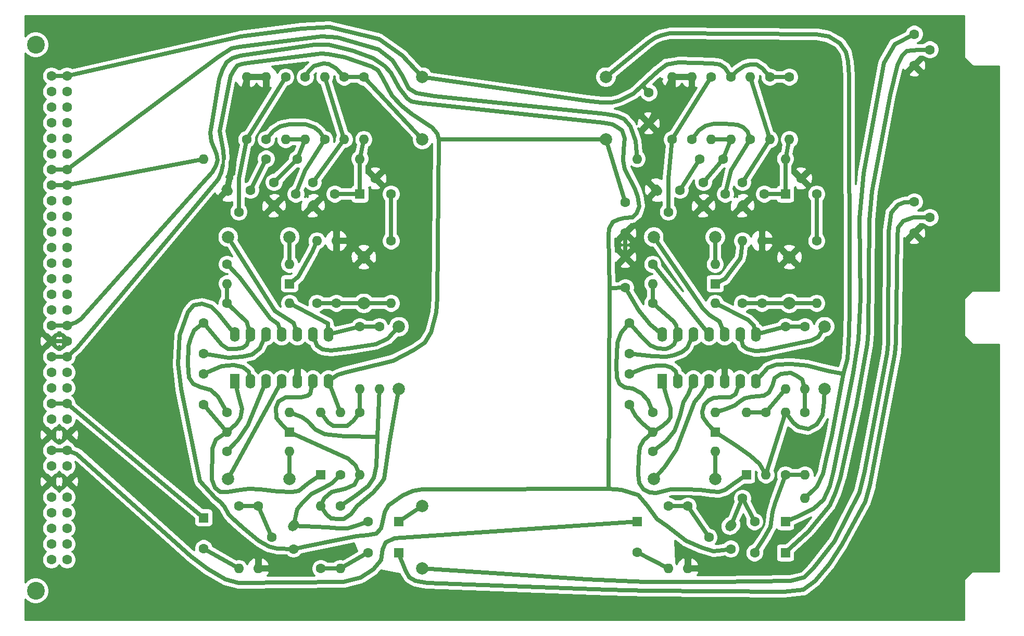
<source format=gbr>
G04 #@! TF.GenerationSoftware,KiCad,Pcbnew,(5.1.6-0-10_14)*
G04 #@! TF.CreationDate,2020-11-10T23:23:31+01:00*
G04 #@! TF.ProjectId,Overload Detector Card,4f766572-6c6f-4616-9420-446574656374,1.0*
G04 #@! TF.SameCoordinates,Original*
G04 #@! TF.FileFunction,Copper,L2,Bot*
G04 #@! TF.FilePolarity,Positive*
%FSLAX46Y46*%
G04 Gerber Fmt 4.6, Leading zero omitted, Abs format (unit mm)*
G04 Created by KiCad (PCBNEW (5.1.6-0-10_14)) date 2020-11-10 23:23:31*
%MOMM*%
%LPD*%
G01*
G04 APERTURE LIST*
G04 #@! TA.AperFunction,ComponentPad*
%ADD10C,1.600000*%
G04 #@! TD*
G04 #@! TA.AperFunction,ComponentPad*
%ADD11R,1.600000X1.600000*%
G04 #@! TD*
G04 #@! TA.AperFunction,ComponentPad*
%ADD12C,2.900680*%
G04 #@! TD*
G04 #@! TA.AperFunction,ComponentPad*
%ADD13C,1.998980*%
G04 #@! TD*
G04 #@! TA.AperFunction,ComponentPad*
%ADD14O,1.600000X2.400000*%
G04 #@! TD*
G04 #@! TA.AperFunction,ComponentPad*
%ADD15R,1.600000X2.400000*%
G04 #@! TD*
G04 #@! TA.AperFunction,ComponentPad*
%ADD16C,2.000000*%
G04 #@! TD*
G04 #@! TA.AperFunction,ComponentPad*
%ADD17O,1.600000X1.600000*%
G04 #@! TD*
G04 #@! TA.AperFunction,Conductor*
%ADD18C,0.700000*%
G04 #@! TD*
G04 #@! TA.AperFunction,Conductor*
%ADD19C,1.016000*%
G04 #@! TD*
G04 #@! TA.AperFunction,Conductor*
%ADD20C,0.508000*%
G04 #@! TD*
G04 #@! TA.AperFunction,Conductor*
%ADD21C,0.300000*%
G04 #@! TD*
G04 APERTURE END LIST*
D10*
X93345000Y-125650000D03*
D11*
X93345000Y-120650000D03*
D10*
X120095000Y-121285000D03*
D11*
X125095000Y-121285000D03*
D10*
X120095000Y-126365000D03*
D11*
X125095000Y-126365000D03*
D10*
X163830000Y-126285000D03*
D11*
X163830000Y-121285000D03*
D10*
X182960000Y-126365000D03*
D11*
X187960000Y-126365000D03*
D10*
X182960000Y-121285000D03*
D11*
X187960000Y-121285000D03*
D10*
X100965000Y-67310000D03*
X99060000Y-70866000D03*
G04 #@! TA.AperFunction,ComponentPad*
G36*
G01*
X96447893Y-66602893D02*
X96447894Y-66602894D01*
G75*
G02*
X97579264Y-66602894I565685J-565685D01*
G01*
X97862106Y-66885736D01*
G75*
G02*
X97862106Y-68017106I-565685J-565685D01*
G01*
X97862106Y-68017106D01*
G75*
G02*
X96730736Y-68017106I-565685J565685D01*
G01*
X96447894Y-67734264D01*
G75*
G02*
X96447894Y-66602894I565685J565685D01*
G01*
G37*
G04 #@! TD.AperFunction*
X107950000Y-125730000D03*
X104394000Y-123825000D03*
G04 #@! TA.AperFunction,ComponentPad*
G36*
G01*
X108657107Y-121212893D02*
X108657106Y-121212894D01*
G75*
G02*
X108657106Y-122344264I-565685J-565685D01*
G01*
X108374264Y-122627106D01*
G75*
G02*
X107242894Y-122627106I-565685J565685D01*
G01*
X107242894Y-122627106D01*
G75*
G02*
X107242894Y-121495736I565685J565685D01*
G01*
X107525736Y-121212894D01*
G75*
G02*
X108657106Y-121212894I565685J-565685D01*
G01*
G37*
G04 #@! TD.AperFunction*
X104775000Y-66040000D03*
X108331000Y-67945000D03*
G04 #@! TA.AperFunction,ComponentPad*
G36*
G01*
X104067893Y-70557107D02*
X104067894Y-70557106D01*
G75*
G02*
X104067894Y-69425736I565685J565685D01*
G01*
X104350736Y-69142894D01*
G75*
G02*
X105482106Y-69142894I565685J-565685D01*
G01*
X105482106Y-69142894D01*
G75*
G02*
X105482106Y-70274264I-565685J-565685D01*
G01*
X105199264Y-70557106D01*
G75*
G02*
X104067894Y-70557106I-565685J565685D01*
G01*
G37*
G04 #@! TD.AperFunction*
X111125000Y-66040000D03*
X114681000Y-67945000D03*
G04 #@! TA.AperFunction,ComponentPad*
G36*
G01*
X110417893Y-70557107D02*
X110417894Y-70557106D01*
G75*
G02*
X110417894Y-69425736I565685J565685D01*
G01*
X110700736Y-69142894D01*
G75*
G02*
X111832106Y-69142894I565685J-565685D01*
G01*
X111832106Y-69142894D01*
G75*
G02*
X111832106Y-70274264I-565685J-565685D01*
G01*
X111549264Y-70557106D01*
G75*
G02*
X110417894Y-70557106I-565685J565685D01*
G01*
G37*
G04 #@! TD.AperFunction*
X170815000Y-67310000D03*
X168910000Y-70866000D03*
G04 #@! TA.AperFunction,ComponentPad*
G36*
G01*
X166297893Y-66602893D02*
X166297894Y-66602894D01*
G75*
G02*
X167429264Y-66602894I565685J-565685D01*
G01*
X167712106Y-66885736D01*
G75*
G02*
X167712106Y-68017106I-565685J-565685D01*
G01*
X167712106Y-68017106D01*
G75*
G02*
X166580736Y-68017106I-565685J565685D01*
G01*
X166297894Y-67734264D01*
G75*
G02*
X166297894Y-66602894I565685J565685D01*
G01*
G37*
G04 #@! TD.AperFunction*
X179070000Y-125730000D03*
X175514000Y-123825000D03*
G04 #@! TA.AperFunction,ComponentPad*
G36*
G01*
X179777107Y-121212893D02*
X179777106Y-121212894D01*
G75*
G02*
X179777106Y-122344264I-565685J-565685D01*
G01*
X179494264Y-122627106D01*
G75*
G02*
X178362894Y-122627106I-565685J565685D01*
G01*
X178362894Y-122627106D01*
G75*
G02*
X178362894Y-121495736I565685J565685D01*
G01*
X178645736Y-121212894D01*
G75*
G02*
X179777106Y-121212894I565685J-565685D01*
G01*
G37*
G04 #@! TD.AperFunction*
X174625000Y-66040000D03*
X178181000Y-67945000D03*
G04 #@! TA.AperFunction,ComponentPad*
G36*
G01*
X173917893Y-70557107D02*
X173917894Y-70557106D01*
G75*
G02*
X173917894Y-69425736I565685J565685D01*
G01*
X174200736Y-69142894D01*
G75*
G02*
X175332106Y-69142894I565685J-565685D01*
G01*
X175332106Y-69142894D01*
G75*
G02*
X175332106Y-70274264I-565685J-565685D01*
G01*
X175049264Y-70557106D01*
G75*
G02*
X173917894Y-70557106I-565685J565685D01*
G01*
G37*
G04 #@! TD.AperFunction*
X180975000Y-66040000D03*
X184531000Y-67945000D03*
G04 #@! TA.AperFunction,ComponentPad*
G36*
G01*
X180267893Y-70557107D02*
X180267894Y-70557106D01*
G75*
G02*
X180267894Y-69425736I565685J565685D01*
G01*
X180550736Y-69142894D01*
G75*
G02*
X181682106Y-69142894I565685J-565685D01*
G01*
X181682106Y-69142894D01*
G75*
G02*
X181682106Y-70274264I-565685J-565685D01*
G01*
X181399264Y-70557106D01*
G75*
G02*
X180267894Y-70557106I-565685J565685D01*
G01*
G37*
G04 #@! TD.AperFunction*
D12*
X66040000Y-132550000D03*
X66040000Y-43650000D03*
D10*
X71120000Y-48730000D03*
X71120000Y-51270000D03*
X71120000Y-53810000D03*
X71120000Y-56350000D03*
X71120000Y-58890000D03*
X71120000Y-61430000D03*
X71120000Y-63970000D03*
X71120000Y-66510000D03*
X71120000Y-69050000D03*
X71120000Y-71590000D03*
X71120000Y-74130000D03*
X71120000Y-76670000D03*
X71120000Y-79210000D03*
X71120000Y-81750000D03*
X71120000Y-84290000D03*
X71120000Y-86830000D03*
X71120000Y-89370000D03*
X71120000Y-91910000D03*
X71120000Y-94450000D03*
X71120000Y-96990000D03*
X71120000Y-99530000D03*
X71120000Y-102070000D03*
X71120000Y-104610000D03*
X71120000Y-107150000D03*
X71120000Y-109690000D03*
X71120000Y-112230000D03*
X71120000Y-114770000D03*
X71120000Y-117310000D03*
X71120000Y-122390000D03*
X71120000Y-119850000D03*
X71120000Y-124930000D03*
X71120000Y-127470000D03*
X68580000Y-127470000D03*
X68580000Y-124930000D03*
X68580000Y-119850000D03*
X68580000Y-122390000D03*
X68580000Y-117310000D03*
X68580000Y-114770000D03*
X68580000Y-112230000D03*
X68580000Y-109690000D03*
X68580000Y-107150000D03*
X68580000Y-104610000D03*
X68580000Y-102070000D03*
X68580000Y-99530000D03*
X68580000Y-96990000D03*
X68580000Y-94450000D03*
X68580000Y-91910000D03*
X68580000Y-89370000D03*
X68580000Y-86830000D03*
X68580000Y-84290000D03*
X68580000Y-81750000D03*
X68580000Y-79210000D03*
X68580000Y-76670000D03*
X68580000Y-74130000D03*
X68580000Y-71590000D03*
X68580000Y-69050000D03*
X68580000Y-66510000D03*
X68580000Y-63970000D03*
X68580000Y-61430000D03*
X68580000Y-58890000D03*
X68580000Y-56350000D03*
X68580000Y-53810000D03*
X68580000Y-51270000D03*
X68580000Y-48730000D03*
D13*
X194310000Y-99695000D03*
X194310000Y-89535000D03*
X158750000Y-48895000D03*
X158750000Y-59055000D03*
X128905000Y-48895000D03*
X128905000Y-59055000D03*
X125095000Y-89535000D03*
X125095000Y-99695000D03*
X128905000Y-128905000D03*
D14*
X98425000Y-90805000D03*
X113665000Y-98425000D03*
X100965000Y-90805000D03*
X111125000Y-98425000D03*
X103505000Y-90805000D03*
X108585000Y-98425000D03*
X106045000Y-90805000D03*
X106045000Y-98425000D03*
X108585000Y-90805000D03*
X103505000Y-98425000D03*
X111125000Y-90805000D03*
X100965000Y-98425000D03*
X113665000Y-90805000D03*
D15*
X98425000Y-98425000D03*
D14*
X167894000Y-90805000D03*
X183134000Y-98425000D03*
X170434000Y-90805000D03*
X180594000Y-98425000D03*
X172974000Y-90805000D03*
X178054000Y-98425000D03*
X175514000Y-90805000D03*
X175514000Y-98425000D03*
X178054000Y-90805000D03*
X172974000Y-98425000D03*
X180594000Y-90805000D03*
X170434000Y-98425000D03*
X183134000Y-90805000D03*
D15*
X167894000Y-98425000D03*
D16*
X107315000Y-114300000D03*
X97315000Y-114300000D03*
X97315000Y-74930000D03*
X107315000Y-74930000D03*
X176530000Y-114300000D03*
X166530000Y-114300000D03*
X176530000Y-74930000D03*
X166530000Y-74930000D03*
D11*
X107315000Y-106680000D03*
D17*
X97155000Y-106680000D03*
X97155000Y-82550000D03*
D11*
X107315000Y-82550000D03*
D17*
X112395000Y-103505000D03*
D11*
X112395000Y-113665000D03*
D17*
X166370000Y-106680000D03*
D11*
X176530000Y-106680000D03*
X176530000Y-82550000D03*
D17*
X166370000Y-82550000D03*
D11*
X181610000Y-113665000D03*
D17*
X181610000Y-103505000D03*
X99060000Y-128905000D03*
D10*
X99060000Y-118745000D03*
X102235000Y-118745000D03*
D17*
X102235000Y-128905000D03*
D10*
X97155000Y-109855000D03*
D17*
X107315000Y-109855000D03*
D10*
X97155000Y-103505000D03*
D17*
X107315000Y-103505000D03*
X107315000Y-85725000D03*
D10*
X97155000Y-85725000D03*
X97155000Y-79375000D03*
D17*
X107315000Y-79375000D03*
D10*
X103505000Y-62230000D03*
D17*
X93345000Y-62230000D03*
D10*
X100330000Y-59055000D03*
D17*
X100330000Y-48895000D03*
X103505000Y-48895000D03*
D10*
X103505000Y-59055000D03*
X106680000Y-48895000D03*
D17*
X106680000Y-59055000D03*
X109855000Y-59055000D03*
D10*
X109855000Y-48895000D03*
X112395000Y-128905000D03*
D17*
X112395000Y-118745000D03*
X111760000Y-75565000D03*
D10*
X111760000Y-85725000D03*
D17*
X118745000Y-62230000D03*
D10*
X108585000Y-62230000D03*
X113030000Y-59055000D03*
D17*
X113030000Y-48895000D03*
X115570000Y-128905000D03*
D10*
X115570000Y-118745000D03*
D17*
X115570000Y-103505000D03*
D10*
X115570000Y-113665000D03*
D17*
X114935000Y-75565000D03*
D10*
X114935000Y-85725000D03*
D17*
X118745000Y-113665000D03*
D10*
X118745000Y-103505000D03*
X118745000Y-89535000D03*
D17*
X118745000Y-99695000D03*
D10*
X116205000Y-48895000D03*
D17*
X116205000Y-59055000D03*
X119380000Y-59055000D03*
D10*
X119380000Y-48895000D03*
X121920000Y-89535000D03*
D17*
X121920000Y-99695000D03*
D10*
X123825000Y-75565000D03*
D17*
X123825000Y-85725000D03*
X168910000Y-128905000D03*
D10*
X168910000Y-118745000D03*
X172085000Y-118745000D03*
D17*
X172085000Y-128905000D03*
D10*
X166370000Y-109855000D03*
D17*
X176530000Y-109855000D03*
D10*
X166370000Y-103505000D03*
D17*
X176530000Y-103505000D03*
D10*
X166370000Y-85725000D03*
D17*
X176530000Y-85725000D03*
X176530000Y-79375000D03*
D10*
X166370000Y-79375000D03*
X173990000Y-62230000D03*
D17*
X163830000Y-62230000D03*
X169545000Y-48895000D03*
D10*
X169545000Y-59055000D03*
X172720000Y-59055000D03*
D17*
X172720000Y-48895000D03*
X175895000Y-59055000D03*
D10*
X175895000Y-48895000D03*
X179070000Y-48895000D03*
D17*
X179070000Y-59055000D03*
X180975000Y-75565000D03*
D10*
X180975000Y-85725000D03*
X184150000Y-85725000D03*
D17*
X184150000Y-75565000D03*
D10*
X177800000Y-62230000D03*
D17*
X187960000Y-62230000D03*
D10*
X182245000Y-59055000D03*
D17*
X182245000Y-48895000D03*
X191135000Y-117475000D03*
D10*
X180975000Y-117475000D03*
D17*
X184785000Y-113665000D03*
D10*
X184785000Y-103505000D03*
D17*
X185420000Y-59055000D03*
D10*
X185420000Y-48895000D03*
X187960000Y-113665000D03*
D17*
X187960000Y-103505000D03*
X187960000Y-99695000D03*
D10*
X187960000Y-89535000D03*
D17*
X188595000Y-59055000D03*
D10*
X188595000Y-48895000D03*
D17*
X191135000Y-113665000D03*
D10*
X191135000Y-103505000D03*
D17*
X191135000Y-99695000D03*
D10*
X191135000Y-89535000D03*
D17*
X193040000Y-85725000D03*
D10*
X193040000Y-75565000D03*
X208915000Y-69215000D03*
X211455000Y-71755000D03*
X208915000Y-74295000D03*
X208915000Y-46990000D03*
X211455000Y-44450000D03*
X208915000Y-41910000D03*
D11*
X118745000Y-67945000D03*
D10*
X123825000Y-67945000D03*
X121285000Y-65405000D03*
X190500000Y-65405000D03*
X193040000Y-67945000D03*
D11*
X187960000Y-67945000D03*
D13*
X128905000Y-118745000D03*
D16*
X119380000Y-78225000D03*
X119380000Y-85725000D03*
X188595000Y-85725000D03*
X188595000Y-78225000D03*
D10*
X93345000Y-97235000D03*
X93345000Y-102235000D03*
X93345000Y-88900000D03*
X93345000Y-93900000D03*
X161925000Y-78185000D03*
X161925000Y-83185000D03*
X161925000Y-74295000D03*
X161925000Y-69295000D03*
X162560000Y-97235000D03*
X162560000Y-102235000D03*
X162560000Y-88900000D03*
X162560000Y-93900000D03*
X165735000Y-51435000D03*
X165735000Y-56435000D03*
D18*
X97155000Y-106680000D02*
X93345000Y-102235000D01*
X97155000Y-106680000D02*
X98653600Y-105384600D01*
X98653600Y-105384600D02*
X99288600Y-104368600D01*
X99288600Y-104368600D02*
X99542600Y-102870000D01*
X99542600Y-102870000D02*
X99187000Y-101371400D01*
X99187000Y-101371400D02*
X98425000Y-98425000D01*
X95351600Y-107848400D02*
X97155000Y-106680000D01*
X94716600Y-109321600D02*
X95351600Y-107848400D01*
X94640400Y-114401600D02*
X94716600Y-109321600D01*
X95986600Y-116459000D02*
X95148400Y-115722400D01*
X97231200Y-116433600D02*
X95986600Y-116459000D01*
X99288600Y-116128800D02*
X97231200Y-116433600D01*
X100685600Y-115951000D02*
X99288600Y-116128800D01*
X102565200Y-116001800D02*
X100685600Y-115951000D01*
X110286800Y-115087400D02*
X108839000Y-116281200D01*
X105333800Y-116357400D02*
X102565200Y-116001800D01*
X107670600Y-116459000D02*
X105333800Y-116357400D01*
X95148400Y-115722400D02*
X94640400Y-114401600D01*
X108839000Y-116281200D02*
X107670600Y-116459000D01*
X112395000Y-113665000D02*
X110286800Y-115087400D01*
X100965000Y-98425000D02*
X100711000Y-96901000D01*
X100711000Y-96901000D02*
X99720400Y-96139000D01*
X99720400Y-96139000D02*
X98221800Y-95783400D01*
X98221800Y-95783400D02*
X96291400Y-95961200D01*
X96291400Y-95961200D02*
X93345000Y-97235000D01*
X93345000Y-93900000D02*
X97383600Y-94589600D01*
X97383600Y-94589600D02*
X99568000Y-94462600D01*
X99568000Y-94462600D02*
X101168200Y-94107000D01*
X101168200Y-94107000D02*
X102438200Y-93065600D01*
X102438200Y-93065600D02*
X103505000Y-90805000D01*
X97155000Y-82550000D02*
X97155000Y-85725000D01*
X97155000Y-85725000D02*
X100304600Y-88747600D01*
X100304600Y-88747600D02*
X100965000Y-90805000D01*
X100965000Y-90805000D02*
X100304600Y-92481400D01*
X100304600Y-92481400D02*
X99669600Y-92989400D01*
X99669600Y-92989400D02*
X98602800Y-93192600D01*
X98602800Y-93192600D02*
X97256600Y-93141800D01*
X97256600Y-93141800D02*
X96266000Y-92506800D01*
X96266000Y-92506800D02*
X93345000Y-88900000D01*
X90754200Y-95656400D02*
X90881200Y-92608400D01*
X92710000Y-99339400D02*
X91617800Y-98856800D01*
X90982800Y-97815400D02*
X90754200Y-95656400D01*
X91617800Y-98856800D02*
X90982800Y-97815400D01*
X94538800Y-99872800D02*
X92710000Y-99339400D01*
X95656400Y-100939600D02*
X94538800Y-99872800D01*
X97155000Y-103505000D02*
X95656400Y-100939600D01*
X90881200Y-92608400D02*
X91262200Y-91313000D01*
X91262200Y-91313000D02*
X91821000Y-90068400D01*
X91821000Y-90068400D02*
X93345000Y-88900000D01*
X68580000Y-102070000D02*
X71120000Y-102070000D01*
X71120000Y-102070000D02*
X93345000Y-120650000D01*
X93345000Y-125650000D02*
X99060000Y-128905000D01*
X107315000Y-114300000D02*
X107315000Y-109855000D01*
X97315000Y-114300000D02*
X106045000Y-98425000D01*
X97315000Y-74930000D02*
X104952800Y-86995000D01*
X104952800Y-86995000D02*
X107924600Y-88900000D01*
X107924600Y-88900000D02*
X108585000Y-90805000D01*
X107315000Y-79375000D02*
X107315000Y-74930000D01*
X125095000Y-121285000D02*
X128905000Y-118745000D01*
X128905000Y-128905000D02*
X155625800Y-130683000D01*
X155625800Y-130683000D02*
X165100000Y-131114800D01*
X165100000Y-131114800D02*
X176987200Y-131089400D01*
X176987200Y-131089400D02*
X188798200Y-130911600D01*
X188798200Y-130911600D02*
X191033400Y-130352800D01*
X191033400Y-130352800D02*
X192557400Y-128828800D01*
X192557400Y-128828800D02*
X195935600Y-124460000D01*
X195935600Y-124460000D02*
X200025000Y-116484400D01*
X200025000Y-116484400D02*
X200812400Y-113055400D01*
X200812400Y-113055400D02*
X204444600Y-93878400D01*
X204444600Y-93878400D02*
X204647800Y-92227400D01*
X204647800Y-92227400D02*
X204724000Y-73990200D01*
X204724000Y-73990200D02*
X205155800Y-70942200D01*
X205155800Y-70942200D02*
X206222600Y-69723000D01*
X206222600Y-69723000D02*
X207289400Y-69316600D01*
X207289400Y-69316600D02*
X208915000Y-69215000D01*
X113411000Y-122199400D02*
X107950000Y-121920000D01*
X115265200Y-122402600D02*
X113411000Y-122199400D01*
X116738400Y-122351800D02*
X115265200Y-122402600D01*
X118338600Y-121894600D02*
X116738400Y-122351800D01*
X120095000Y-121285000D02*
X118338600Y-121894600D01*
X114223800Y-115036600D02*
X115570000Y-113665000D01*
X112903000Y-115722400D02*
X114223800Y-115036600D01*
X110845600Y-116763800D02*
X112903000Y-115722400D01*
X109372400Y-118186200D02*
X110845600Y-116763800D01*
X108585000Y-119253000D02*
X109372400Y-118186200D01*
X107950000Y-121920000D02*
X108585000Y-119253000D01*
X115570000Y-128905000D02*
X120015000Y-126365000D01*
X112395000Y-128905000D02*
X115570000Y-128905000D01*
X208813400Y-71729600D02*
X211455000Y-71755000D01*
X207111600Y-72313800D02*
X208813400Y-71729600D01*
X206248000Y-73456800D02*
X207111600Y-72313800D01*
X206197200Y-74930000D02*
X206248000Y-73456800D01*
X205943200Y-92049600D02*
X206197200Y-74930000D01*
X205790800Y-93954600D02*
X205943200Y-92049600D01*
X201726800Y-115316000D02*
X205790800Y-93954600D01*
X200888600Y-118084600D02*
X201726800Y-115316000D01*
X197180200Y-124917200D02*
X200888600Y-118084600D01*
X195072000Y-128219200D02*
X197180200Y-124917200D01*
X192811400Y-130886200D02*
X195072000Y-128219200D01*
X190855600Y-132384800D02*
X192811400Y-130886200D01*
X187731400Y-132664200D02*
X190855600Y-132384800D01*
X165506400Y-132562600D02*
X187731400Y-132664200D01*
X159029400Y-132334000D02*
X165506400Y-132562600D01*
X129743200Y-131292600D02*
X159029400Y-132334000D01*
X127812800Y-130911600D02*
X129743200Y-131292600D01*
X126796800Y-130327400D02*
X127812800Y-130911600D01*
X126161800Y-129235200D02*
X126796800Y-130327400D01*
X125015000Y-126365000D02*
X126161800Y-129235200D01*
X68580000Y-91910000D02*
X71120000Y-91910000D01*
X100330000Y-48895000D02*
X103505000Y-48895000D01*
X172720000Y-48895000D02*
X169545000Y-48895000D01*
X169545000Y-48895000D02*
X165735000Y-56435000D01*
X161925000Y-74295000D02*
X161925000Y-78185000D01*
X98120200Y-64617600D02*
X98374200Y-62153800D01*
X98374200Y-62153800D02*
X98348800Y-60477400D01*
X98348800Y-60477400D02*
X97790000Y-58826400D01*
X97790000Y-58826400D02*
X97688400Y-56819800D01*
X97688400Y-56819800D02*
X98602800Y-53746400D01*
X98602800Y-53746400D02*
X99745800Y-50850800D01*
X99745800Y-50850800D02*
X100330000Y-48895000D01*
D19*
X97155000Y-67310000D02*
X97764600Y-64236600D01*
D18*
X111760000Y-85725000D02*
X114935000Y-85725000D01*
X114935000Y-85725000D02*
X119380000Y-85725000D01*
X119380000Y-85725000D02*
X123825000Y-85725000D01*
X68580000Y-89370000D02*
X71120000Y-89370000D01*
X159207200Y-115900200D02*
X159359600Y-83261200D01*
X161925000Y-83185000D02*
X159359600Y-83261200D01*
X159359600Y-83261200D02*
X159207200Y-74625200D01*
X159207200Y-74625200D02*
X159258000Y-73558400D01*
X159258000Y-73558400D02*
X159893000Y-72517000D01*
X159893000Y-72517000D02*
X160807400Y-72034400D01*
X160807400Y-72034400D02*
X161798000Y-71856600D01*
X161798000Y-71856600D02*
X163042600Y-71704200D01*
X163042600Y-71704200D02*
X163779200Y-71094600D01*
X163779200Y-71094600D02*
X164160200Y-69926200D01*
X164160200Y-69926200D02*
X163957000Y-68326000D01*
X163957000Y-68326000D02*
X163499800Y-67132200D01*
X163499800Y-67132200D02*
X161848800Y-63881000D01*
X161848800Y-63881000D02*
X161518600Y-62509400D01*
X161518600Y-62509400D02*
X161620200Y-60680600D01*
X161620200Y-60680600D02*
X161823400Y-58826400D01*
X161823400Y-58826400D02*
X161366200Y-57632600D01*
X161366200Y-57632600D02*
X160553400Y-56997600D01*
X160553400Y-56997600D02*
X159816800Y-56565800D01*
X159816800Y-56565800D02*
X158343600Y-56337200D01*
X158343600Y-56337200D02*
X128447800Y-53086000D01*
X128447800Y-53086000D02*
X127076200Y-52832000D01*
X127076200Y-52832000D02*
X126415800Y-52324000D01*
X126415800Y-52324000D02*
X125044200Y-50546000D01*
X125044200Y-50546000D02*
X123774200Y-48158400D01*
X123774200Y-48158400D02*
X122809000Y-47066200D01*
X122809000Y-47066200D02*
X120954800Y-45847000D01*
X120954800Y-45847000D02*
X117703600Y-44678600D01*
X117703600Y-44678600D02*
X113715800Y-43637200D01*
X113715800Y-43637200D02*
X111379000Y-43662600D01*
X111379000Y-43662600D02*
X99339400Y-45415200D01*
X99339400Y-45415200D02*
X97942400Y-45796200D01*
X97942400Y-45796200D02*
X97053400Y-46507400D01*
X97053400Y-46507400D02*
X96367600Y-47752000D01*
X96367600Y-47752000D02*
X95834200Y-49250600D01*
X95834200Y-49250600D02*
X94640400Y-56515000D01*
X94640400Y-56515000D02*
X94437200Y-57912000D01*
X94437200Y-57912000D02*
X94589600Y-59359800D01*
X94589600Y-59359800D02*
X95046800Y-60426600D01*
X95046800Y-60426600D02*
X95427800Y-61417200D01*
X95427800Y-61417200D02*
X95580200Y-62458600D01*
X95580200Y-62458600D02*
X95351600Y-63246000D01*
X95351600Y-63246000D02*
X94792800Y-64338200D01*
X94792800Y-64338200D02*
X93014800Y-66319400D01*
X71120000Y-89370000D02*
X72567800Y-88823800D01*
X72567800Y-88823800D02*
X73406000Y-88214200D01*
X73406000Y-88214200D02*
X93014800Y-66319400D01*
X167894000Y-90805000D02*
X165989000Y-89154000D01*
X165989000Y-89154000D02*
X164134800Y-86868000D01*
X164134800Y-86868000D02*
X161925000Y-83185000D01*
X132156200Y-116027200D02*
X159207200Y-115900200D01*
X128905000Y-116001800D02*
X132156200Y-116027200D01*
X127355600Y-116255800D02*
X128905000Y-116001800D01*
X125653800Y-117043200D02*
X127355600Y-116255800D01*
X123393200Y-118643400D02*
X125653800Y-117043200D01*
X122809000Y-119710200D02*
X123393200Y-118643400D01*
X118237000Y-123621800D02*
X119964200Y-123494800D01*
X122453400Y-121259600D02*
X122809000Y-119710200D01*
X122199400Y-122402600D02*
X122453400Y-121259600D01*
X121412000Y-123240800D02*
X122199400Y-122402600D01*
X114376200Y-124383800D02*
X118237000Y-123621800D01*
X109804200Y-125323600D02*
X114376200Y-124383800D01*
X119964200Y-123494800D02*
X121412000Y-123240800D01*
X107950000Y-125730000D02*
X109804200Y-125323600D01*
X177063400Y-125984000D02*
X179070000Y-125730000D01*
X176199800Y-126085600D02*
X177063400Y-125984000D01*
X174371000Y-125526800D02*
X176199800Y-126085600D01*
X171805600Y-124409200D02*
X174371000Y-125526800D01*
X168783000Y-121996200D02*
X171805600Y-124409200D01*
X167030400Y-120802400D02*
X168783000Y-121996200D01*
X165455600Y-118618000D02*
X167030400Y-120802400D01*
X163982400Y-116967000D02*
X165455600Y-118618000D01*
X161315400Y-116103400D02*
X163982400Y-116967000D01*
X159207200Y-115900200D02*
X161315400Y-116103400D01*
X105283000Y-125653800D02*
X107950000Y-125730000D01*
X103962200Y-125349000D02*
X105283000Y-125653800D01*
X102311200Y-124383800D02*
X103962200Y-125349000D01*
X99745800Y-122301000D02*
X102311200Y-124383800D01*
X97967800Y-120700800D02*
X99745800Y-122301000D01*
X97383600Y-120065800D02*
X97967800Y-120700800D01*
X96672400Y-118770400D02*
X97383600Y-120065800D01*
X96037400Y-118084600D02*
X96672400Y-118770400D01*
X95250000Y-117475000D02*
X96037400Y-118084600D01*
X92735400Y-114681000D02*
X95250000Y-117475000D01*
X89687400Y-99695000D02*
X92735400Y-114681000D01*
X89204800Y-95631000D02*
X89687400Y-99695000D01*
X89458800Y-90982800D02*
X89204800Y-95631000D01*
X98425000Y-90805000D02*
X95758000Y-87477600D01*
X93091000Y-85826600D02*
X91719400Y-86080600D01*
X94564200Y-86283800D02*
X93091000Y-85826600D01*
X95758000Y-87477600D02*
X94564200Y-86283800D01*
X91719400Y-86080600D02*
X90805000Y-87172800D01*
X90805000Y-87172800D02*
X89458800Y-90982800D01*
X68580000Y-94450000D02*
X71120000Y-94450000D01*
X115570000Y-103505000D02*
X113665000Y-98425000D01*
X131597400Y-59029600D02*
X131318000Y-84886800D01*
X131318000Y-84886800D02*
X131140200Y-87198200D01*
X131140200Y-87198200D02*
X130327400Y-90449400D01*
X130327400Y-90449400D02*
X129286000Y-92125800D01*
X129286000Y-92125800D02*
X127533400Y-93345000D01*
X127533400Y-93345000D02*
X124104400Y-95072200D01*
X124104400Y-95072200D02*
X116408200Y-96951800D01*
X116408200Y-96951800D02*
X115112800Y-97409000D01*
X115112800Y-97409000D02*
X113665000Y-98425000D01*
X131597400Y-59029600D02*
X158750000Y-59055000D01*
X158750000Y-59055000D02*
X161925000Y-69295000D01*
X158750000Y-48895000D02*
X165735000Y-43180000D01*
X165735000Y-43180000D02*
X166700200Y-42519600D01*
X166700200Y-42519600D02*
X167741600Y-42062400D01*
X167741600Y-42062400D02*
X169189400Y-41783000D01*
X169189400Y-41783000D02*
X192963800Y-41910000D01*
X192963800Y-41910000D02*
X194970400Y-42291000D01*
X194970400Y-42291000D02*
X196748400Y-43332400D01*
X196748400Y-43332400D02*
X197789800Y-44805600D01*
X197789800Y-44805600D02*
X198120000Y-46355000D01*
X198120000Y-46355000D02*
X198272400Y-48717200D01*
X198272400Y-48717200D02*
X198348600Y-86690200D01*
X198348600Y-86690200D02*
X198323200Y-90576400D01*
X198323200Y-90576400D02*
X198018400Y-94742000D01*
X198018400Y-94742000D02*
X197332600Y-97256600D01*
X197332600Y-97256600D02*
X194716400Y-96697800D01*
X194716400Y-96697800D02*
X191490600Y-95859600D01*
X191490600Y-95859600D02*
X188874400Y-95580200D01*
X188874400Y-95580200D02*
X186537600Y-95707200D01*
X186537600Y-95707200D02*
X185089800Y-96240600D01*
X185089800Y-96240600D02*
X183134000Y-98425000D01*
X197332600Y-97256600D02*
X195478400Y-107188000D01*
X195478400Y-107188000D02*
X194589400Y-111099600D01*
X194589400Y-111099600D02*
X194056000Y-113487200D01*
X194056000Y-113487200D02*
X193065400Y-115595400D01*
X193065400Y-115595400D02*
X191135000Y-117475000D01*
D20*
X96469200Y-63296800D02*
X96621600Y-62128400D01*
D18*
X95681800Y-65557400D02*
X96189800Y-64490600D01*
X96189800Y-64490600D02*
X96469200Y-63296800D01*
X131292600Y-58064400D02*
X131597400Y-59029600D01*
X130454400Y-57048400D02*
X131292600Y-58064400D01*
X127279400Y-54940200D02*
X130454400Y-57048400D01*
X125603000Y-53644800D02*
X127279400Y-54940200D01*
X123952000Y-51892200D02*
X125603000Y-53644800D01*
X122453400Y-49022000D02*
X123952000Y-51892200D01*
X121691400Y-47802800D02*
X122453400Y-49022000D01*
X120650000Y-47167800D02*
X121691400Y-47802800D01*
X116255800Y-45669200D02*
X120650000Y-47167800D01*
X113563400Y-45135800D02*
X116255800Y-45669200D01*
X112420400Y-45085000D02*
X113563400Y-45135800D01*
X100609400Y-46609000D02*
X112420400Y-45085000D01*
X99542600Y-46761400D02*
X100609400Y-46609000D01*
X98856800Y-47040800D02*
X99542600Y-46761400D01*
X98272600Y-47675800D02*
X98856800Y-47040800D01*
X97688400Y-48691800D02*
X98272600Y-47675800D01*
X95935800Y-57683400D02*
X97688400Y-48691800D01*
X96291400Y-59537600D02*
X95935800Y-57683400D01*
X72771000Y-92964000D02*
X95681800Y-65557400D01*
X71120000Y-94450000D02*
X72771000Y-92964000D01*
X96621600Y-62128400D02*
X96545400Y-60858400D01*
X96545400Y-60858400D02*
X96291400Y-59537600D01*
X167894000Y-98425000D02*
X168681400Y-101015800D01*
X168681400Y-101015800D02*
X169291000Y-102768400D01*
X169291000Y-102768400D02*
X169291000Y-104241600D01*
X169291000Y-104241600D02*
X168910000Y-104851200D01*
X168910000Y-104851200D02*
X168021000Y-105714800D01*
X168021000Y-105714800D02*
X166370000Y-106680000D01*
X166370000Y-106680000D02*
X164693600Y-105283000D01*
X164693600Y-105283000D02*
X163601400Y-104114600D01*
X163601400Y-104114600D02*
X162560000Y-102235000D01*
X181610000Y-113665000D02*
X179425600Y-115189000D01*
X179425600Y-115189000D02*
X178181000Y-116128800D01*
X178181000Y-116128800D02*
X177114200Y-116433600D01*
X177114200Y-116433600D02*
X175971200Y-116357400D01*
X175971200Y-116357400D02*
X174066200Y-116078000D01*
X174066200Y-116078000D02*
X171704000Y-115976400D01*
X171704000Y-115976400D02*
X169367200Y-116052600D01*
X169367200Y-116052600D02*
X167919400Y-116382800D01*
X167919400Y-116382800D02*
X166979600Y-116636800D01*
X166979600Y-116636800D02*
X165887400Y-116535200D01*
X165887400Y-116535200D02*
X164871400Y-116052600D01*
X164871400Y-116052600D02*
X164185600Y-115036600D01*
X164185600Y-115036600D02*
X164007800Y-113588800D01*
X164007800Y-113588800D02*
X164134800Y-110794800D01*
X164134800Y-110794800D02*
X164261800Y-109169200D01*
X164261800Y-109169200D02*
X164820600Y-108051600D01*
X164820600Y-108051600D02*
X166370000Y-106680000D01*
X170434000Y-98425000D02*
X170129200Y-96774000D01*
X170129200Y-96774000D02*
X169443400Y-96189800D01*
X169443400Y-96189800D02*
X168376600Y-95834200D01*
X168376600Y-95834200D02*
X166979600Y-95859600D01*
X166979600Y-95859600D02*
X165074600Y-96189800D01*
X165074600Y-96189800D02*
X162560000Y-97235000D01*
X162560000Y-93900000D02*
X166344600Y-94335600D01*
X166344600Y-94335600D02*
X168605200Y-94462600D01*
X168605200Y-94462600D02*
X169824400Y-94208600D01*
X169824400Y-94208600D02*
X171145200Y-93700600D01*
X171145200Y-93700600D02*
X171932600Y-92964000D01*
X171932600Y-92964000D02*
X172974000Y-90805000D01*
X166370000Y-82550000D02*
X166370000Y-85725000D01*
X162560000Y-88900000D02*
X164617400Y-91211400D01*
X164617400Y-91211400D02*
X165989000Y-92583000D01*
X165989000Y-92583000D02*
X167106600Y-93065600D01*
X167106600Y-93065600D02*
X168478200Y-93192600D01*
X168478200Y-93192600D02*
X169189400Y-92913200D01*
X169189400Y-92913200D02*
X169875200Y-92430600D01*
X169875200Y-92430600D02*
X170434000Y-90805000D01*
X170434000Y-90805000D02*
X170230800Y-89306400D01*
X170230800Y-89306400D02*
X169773600Y-88696800D01*
X169773600Y-88696800D02*
X166370000Y-85725000D01*
X166370000Y-103505000D02*
X165582600Y-101574600D01*
X165582600Y-101574600D02*
X164490400Y-100380800D01*
X164490400Y-100380800D02*
X163068000Y-99618800D01*
X163068000Y-99618800D02*
X161848800Y-99415600D01*
X161848800Y-99415600D02*
X160934400Y-98831400D01*
X160934400Y-98831400D02*
X160502600Y-97790000D01*
X160502600Y-97790000D02*
X160451800Y-95732600D01*
X160451800Y-95732600D02*
X160655000Y-92100400D01*
X160655000Y-92100400D02*
X161213800Y-90500200D01*
X161213800Y-90500200D02*
X162560000Y-88900000D01*
X163830000Y-126285000D02*
X168910000Y-128905000D01*
X68580000Y-109690000D02*
X71120000Y-109690000D01*
X122986800Y-124637800D02*
X124409200Y-123952000D01*
X124409200Y-123952000D02*
X163830000Y-121285000D01*
X122428000Y-125730000D02*
X122986800Y-124637800D01*
X122224800Y-127533400D02*
X122428000Y-125730000D01*
X120904000Y-129032000D02*
X122224800Y-127533400D01*
X118770400Y-130429000D02*
X120904000Y-129032000D01*
X116027200Y-131114800D02*
X118770400Y-130429000D01*
X98958400Y-131241800D02*
X116027200Y-131114800D01*
X96850200Y-130683000D02*
X98958400Y-131241800D01*
X93954600Y-128981200D02*
X96850200Y-130683000D01*
X72694800Y-110236000D02*
X91262200Y-126898400D01*
X91262200Y-126898400D02*
X93954600Y-128981200D01*
X71120000Y-109690000D02*
X72694800Y-110236000D01*
X68580000Y-48730000D02*
X71120000Y-48730000D01*
X188595000Y-48895000D02*
X185420000Y-48895000D01*
X116205000Y-48895000D02*
X119380000Y-48895000D01*
X109855000Y-48895000D02*
X110413800Y-47904400D01*
X110413800Y-47904400D02*
X111277400Y-47091600D01*
X111277400Y-47091600D02*
X112750600Y-46685200D01*
X112750600Y-46685200D02*
X113665000Y-46736000D01*
X113665000Y-46736000D02*
X114833400Y-47396400D01*
X114833400Y-47396400D02*
X116205000Y-48895000D01*
X71120000Y-48730000D02*
X99415600Y-42265600D01*
X99415600Y-42265600D02*
X109296200Y-41021000D01*
X109296200Y-41021000D02*
X113842800Y-40767000D01*
X113842800Y-40767000D02*
X121818400Y-42697400D01*
X121818400Y-42697400D02*
X125653800Y-45415200D01*
X125653800Y-45415200D02*
X128905000Y-48895000D01*
X128905000Y-59055000D02*
X119380000Y-48895000D01*
X128905000Y-48895000D02*
X155752800Y-52755800D01*
X155752800Y-52755800D02*
X158013400Y-53035200D01*
X158013400Y-53035200D02*
X159766000Y-53060600D01*
X159766000Y-53060600D02*
X161010600Y-52654200D01*
X161010600Y-52654200D02*
X163271200Y-51562000D01*
X167309800Y-47853600D02*
X168630600Y-46812200D01*
X168630600Y-46812200D02*
X170535600Y-46532800D01*
X165735000Y-51435000D02*
X164719000Y-50232574D01*
X164719000Y-50232574D02*
X167309800Y-47853600D01*
X163271200Y-51562000D02*
X164719000Y-50232574D01*
X170535600Y-46532800D02*
X176047400Y-46659800D01*
X176047400Y-46659800D02*
X177292000Y-46863000D01*
X177292000Y-46863000D02*
X178155600Y-47447200D01*
X178155600Y-47447200D02*
X179070000Y-48895000D01*
X184200800Y-47472600D02*
X185420000Y-48895000D01*
X183210200Y-46863000D02*
X184200800Y-47472600D01*
X182219600Y-46812200D02*
X183210200Y-46863000D01*
X181254400Y-47091600D02*
X182219600Y-46812200D01*
X180111400Y-47853600D02*
X181254400Y-47091600D01*
X179070000Y-48895000D02*
X180111400Y-47853600D01*
X176530000Y-114300000D02*
X176530000Y-109855000D01*
X166530000Y-114300000D02*
X168249600Y-112420400D01*
X168249600Y-112420400D02*
X170180000Y-109575600D01*
X170180000Y-109575600D02*
X173151800Y-101828600D01*
X173151800Y-101828600D02*
X174142400Y-100584000D01*
X174142400Y-100584000D02*
X175514000Y-98425000D01*
X176530000Y-79375000D02*
X176530000Y-74930000D01*
X178054000Y-90805000D02*
X177215800Y-88696800D01*
X177215800Y-88696800D02*
X175590200Y-87630000D01*
X175590200Y-87630000D02*
X174523400Y-86512400D01*
X174523400Y-86512400D02*
X166530000Y-74930000D01*
X187960000Y-113665000D02*
X191135000Y-113665000D01*
X182880000Y-126365000D02*
X184531000Y-123926600D01*
X184531000Y-123926600D02*
X185521600Y-122148600D01*
X185521600Y-122148600D02*
X185877200Y-119684800D01*
X185877200Y-119684800D02*
X186283600Y-118211600D01*
X186283600Y-118211600D02*
X187960000Y-113665000D01*
X187880000Y-126365000D02*
X191693800Y-122834400D01*
X191693800Y-122834400D02*
X195199000Y-118643400D01*
X195199000Y-118643400D02*
X196138800Y-116509800D01*
X196138800Y-116509800D02*
X196850000Y-114249200D01*
X196850000Y-114249200D02*
X199517000Y-102285800D01*
X199517000Y-102285800D02*
X201269600Y-92379800D01*
X201269600Y-92379800D02*
X201447400Y-90398600D01*
X201447400Y-90398600D02*
X201574400Y-72237600D01*
X201574400Y-72237600D02*
X202006200Y-67487800D01*
X202006200Y-67487800D02*
X204952600Y-51866800D01*
X204952600Y-51866800D02*
X206146400Y-46939200D01*
X206146400Y-46939200D02*
X206933800Y-45415200D01*
X206933800Y-45415200D02*
X207721200Y-44678600D01*
X207721200Y-44678600D02*
X209600800Y-44450000D01*
X209600800Y-44450000D02*
X211455000Y-44450000D01*
X205740000Y-43510200D02*
X208915000Y-41910000D01*
X203987400Y-46583600D02*
X205740000Y-43510200D01*
X200685400Y-64541400D02*
X203987400Y-46583600D01*
X200329800Y-68224400D02*
X200685400Y-64541400D01*
X199999600Y-71882000D02*
X200329800Y-68224400D01*
X200152000Y-84886800D02*
X199999600Y-71882000D01*
X199847200Y-91617800D02*
X200152000Y-84886800D01*
X198983600Y-97078800D02*
X199847200Y-91617800D01*
X195757800Y-113157000D02*
X198983600Y-97078800D01*
X195199000Y-115468400D02*
X195757800Y-113157000D01*
X194183000Y-117678200D02*
X195199000Y-115468400D01*
X187960000Y-121285000D02*
X189992000Y-120446800D01*
X192506600Y-119151400D02*
X194183000Y-117678200D01*
X189992000Y-120446800D02*
X192506600Y-119151400D01*
X182960000Y-121285000D02*
X180975000Y-117475000D01*
X180975000Y-117475000D02*
X179070000Y-121920000D01*
X180975000Y-85725000D02*
X184150000Y-85725000D01*
X184150000Y-85725000D02*
X188595000Y-85725000D01*
X188595000Y-85725000D02*
X193040000Y-85725000D01*
X107315000Y-106680000D02*
X106070400Y-105537000D01*
X106070400Y-105537000D02*
X105156000Y-104394000D01*
X105156000Y-104394000D02*
X105054400Y-102717600D01*
X105054400Y-102717600D02*
X105537000Y-101676200D01*
X105537000Y-101676200D02*
X106730800Y-101041200D01*
X106730800Y-101041200D02*
X109118400Y-101015800D01*
X109118400Y-101015800D02*
X110210600Y-100761800D01*
X110210600Y-100761800D02*
X110667800Y-100406200D01*
X110667800Y-100406200D02*
X111125000Y-98425000D01*
X107315000Y-106680000D02*
X116840000Y-110998000D01*
X116840000Y-110998000D02*
X118059200Y-112115600D01*
X118059200Y-112115600D02*
X118745000Y-113665000D01*
X112395000Y-118745000D02*
X112928400Y-117449600D01*
X112928400Y-117449600D02*
X114147600Y-116459000D01*
X114147600Y-116459000D02*
X116306600Y-115900200D01*
X116306600Y-115900200D02*
X117856000Y-115214400D01*
X117856000Y-115214400D02*
X118745000Y-113665000D01*
X111125000Y-90805000D02*
X111734600Y-92608400D01*
X111734600Y-92608400D02*
X112674400Y-93218000D01*
X112674400Y-93218000D02*
X114096800Y-93395800D01*
X114096800Y-93395800D02*
X116814600Y-93065600D01*
X116814600Y-93065600D02*
X121310400Y-92354400D01*
X121310400Y-92354400D02*
X123291600Y-91465400D01*
X123291600Y-91465400D02*
X125095000Y-89535000D01*
X125095000Y-99695000D02*
X123545600Y-108432600D01*
X123545600Y-108432600D02*
X122656600Y-114223800D01*
X122656600Y-114223800D02*
X122275600Y-114935000D01*
X122275600Y-114935000D02*
X120904000Y-116535200D01*
X120904000Y-116535200D02*
X118313200Y-118694200D01*
X118313200Y-118694200D02*
X117271800Y-120065800D01*
X117271800Y-120065800D02*
X116078000Y-120802400D01*
X116078000Y-120802400D02*
X115214400Y-120878600D01*
X115214400Y-120878600D02*
X114096800Y-120751600D01*
X114096800Y-120751600D02*
X113258600Y-120091200D01*
X113258600Y-120091200D02*
X112395000Y-118745000D01*
X107315000Y-82550000D02*
X108737400Y-81407000D01*
X108737400Y-81407000D02*
X110998000Y-77343000D01*
X110998000Y-77343000D02*
X111760000Y-75565000D01*
X118745000Y-103505000D02*
X118745000Y-99695000D01*
X112395000Y-103505000D02*
X113563400Y-105079800D01*
X113563400Y-105079800D02*
X114427000Y-105714800D01*
X114427000Y-105714800D02*
X116713000Y-105689400D01*
X116713000Y-105689400D02*
X117703600Y-104876600D01*
X117703600Y-104876600D02*
X118745000Y-103505000D01*
X184785000Y-113665000D02*
X183718200Y-111887000D01*
X183718200Y-111887000D02*
X182219600Y-110490000D01*
X182219600Y-110490000D02*
X179857400Y-108813600D01*
X179857400Y-108813600D02*
X176530000Y-106680000D01*
X176530000Y-106680000D02*
X175361600Y-105460800D01*
X175361600Y-105460800D02*
X174548800Y-104267000D01*
X174548800Y-104267000D02*
X174396400Y-103301800D01*
X174396400Y-103301800D02*
X174777400Y-102184200D01*
X174777400Y-102184200D02*
X175463200Y-101574600D01*
X175463200Y-101574600D02*
X176301400Y-101142800D01*
X176301400Y-101142800D02*
X177673000Y-101041200D01*
X177673000Y-101041200D02*
X178993800Y-101041200D01*
X178993800Y-101041200D02*
X179806600Y-100533200D01*
X179806600Y-100533200D02*
X180594000Y-98425000D01*
X194233800Y-101803200D02*
X194310000Y-99695000D01*
X187960000Y-103505000D02*
X189204600Y-105181400D01*
X189204600Y-105181400D02*
X190119000Y-105892600D01*
X190119000Y-105892600D02*
X191668400Y-106172000D01*
X193979800Y-103911400D02*
X194233800Y-101803200D01*
X193040000Y-105410000D02*
X193979800Y-103911400D01*
X191668400Y-106172000D02*
X193040000Y-105410000D01*
X194310000Y-89535000D02*
X193319400Y-91211400D01*
X193319400Y-91211400D02*
X192100200Y-91821000D01*
X192100200Y-91821000D02*
X184531000Y-93446600D01*
X184531000Y-93446600D02*
X183057800Y-93497400D01*
X183057800Y-93497400D02*
X181711600Y-93116400D01*
X181711600Y-93116400D02*
X181025800Y-92633800D01*
X181025800Y-92633800D02*
X180594000Y-90805000D01*
X184785000Y-113665000D02*
X187960000Y-103505000D01*
X176530000Y-82550000D02*
X178155600Y-81762600D01*
X178155600Y-81762600D02*
X179120800Y-80416400D01*
X179120800Y-80416400D02*
X180568600Y-78435200D01*
X180568600Y-78435200D02*
X180797200Y-77470000D01*
X180797200Y-77470000D02*
X180975000Y-75565000D01*
X184785000Y-103505000D02*
X187960000Y-99695000D01*
X184785000Y-103505000D02*
X181610000Y-103505000D01*
X68580000Y-63970000D02*
X71120000Y-63970000D01*
X71120000Y-63970000D02*
X95758000Y-45593000D01*
X95758000Y-45593000D02*
X97891600Y-44246800D01*
X97891600Y-44246800D02*
X99212400Y-43942000D01*
X99212400Y-43942000D02*
X112522000Y-42240200D01*
X112522000Y-42240200D02*
X115087400Y-42468800D01*
X115087400Y-42468800D02*
X121767600Y-44399200D01*
X121767600Y-44399200D02*
X124028200Y-46126400D01*
X124028200Y-46126400D02*
X125628400Y-48717200D01*
X125628400Y-48717200D02*
X126669800Y-50723800D01*
X126669800Y-50723800D02*
X127965200Y-51485800D01*
X127965200Y-51485800D02*
X130911600Y-52044600D01*
X130911600Y-52044600D02*
X158623000Y-54914800D01*
X158623000Y-54914800D02*
X160502600Y-55219600D01*
X160502600Y-55219600D02*
X161747200Y-55753000D01*
X161747200Y-55753000D02*
X162763200Y-56946800D01*
X162763200Y-56946800D02*
X163576000Y-59258200D01*
X163576000Y-59258200D02*
X163830000Y-62230000D01*
X68580000Y-66510000D02*
X71120000Y-66510000D01*
X71120000Y-66510000D02*
X93345000Y-62230000D01*
X100965000Y-67310000D02*
X103505000Y-62230000D01*
X100330000Y-59055000D02*
X106680000Y-48895000D01*
X99060000Y-65405000D02*
X99060000Y-70866000D01*
X100330000Y-59055000D02*
X99060000Y-65405000D01*
X99060000Y-118745000D02*
X102235000Y-118745000D01*
X104394000Y-123825000D02*
X102235000Y-118745000D01*
X103505000Y-59055000D02*
X104673400Y-57683400D01*
X104673400Y-57683400D02*
X105791000Y-56946800D01*
X105791000Y-56946800D02*
X107264200Y-56616600D01*
X107264200Y-56616600D02*
X109880400Y-56616600D01*
X109880400Y-56616600D02*
X111353600Y-57099200D01*
X111353600Y-57099200D02*
X112166400Y-57785000D01*
X112166400Y-57785000D02*
X113030000Y-59055000D01*
X109855000Y-64135000D02*
X113030000Y-59055000D01*
X108331000Y-67945000D02*
X109855000Y-64135000D01*
X106680000Y-59055000D02*
X109855000Y-59055000D01*
X109855000Y-59055000D02*
X108585000Y-62230000D01*
X104775000Y-66040000D02*
X108585000Y-62230000D01*
X116205000Y-59055000D02*
X113030000Y-48895000D01*
X111125000Y-66040000D02*
X116205000Y-59055000D01*
X118745000Y-62230000D02*
X119380000Y-59055000D01*
X118745000Y-62230000D02*
X118745000Y-67945000D01*
X114681000Y-67945000D02*
X118745000Y-67945000D01*
X169545000Y-59055000D02*
X175895000Y-48895000D01*
X168910000Y-65405000D02*
X168910000Y-70866000D01*
X169545000Y-59055000D02*
X168910000Y-65405000D01*
X170815000Y-67310000D02*
X173990000Y-62230000D01*
X168910000Y-118745000D02*
X172085000Y-118745000D01*
X175514000Y-123825000D02*
X172085000Y-118745000D01*
X179070000Y-59055000D02*
X177800000Y-62230000D01*
X179070000Y-59055000D02*
X175895000Y-59055000D01*
X177800000Y-62230000D02*
X174625000Y-66040000D01*
X172720000Y-59055000D02*
X173863000Y-57632600D01*
X173863000Y-57632600D02*
X174955200Y-56794400D01*
X174955200Y-56794400D02*
X176250600Y-56515000D01*
X176250600Y-56515000D02*
X178079400Y-56515000D01*
X178079400Y-56515000D02*
X180187600Y-56667400D01*
X180187600Y-56667400D02*
X181102000Y-57124600D01*
X181102000Y-57124600D02*
X181787800Y-57734200D01*
X181787800Y-57734200D02*
X182245000Y-59055000D01*
X179070000Y-64135000D02*
X178181000Y-67945000D01*
X182245000Y-59055000D02*
X179070000Y-64135000D01*
X185420000Y-59055000D02*
X182245000Y-48895000D01*
X180975000Y-66040000D02*
X185420000Y-59055000D01*
X97155000Y-109855000D02*
X98907600Y-108000800D01*
X98907600Y-108000800D02*
X100482400Y-105562400D01*
X100482400Y-105562400D02*
X103505000Y-98425000D01*
X109296200Y-104216200D02*
X107315000Y-103505000D01*
X110261400Y-104952800D02*
X109296200Y-104216200D01*
X111480600Y-106248200D02*
X110261400Y-104952800D01*
X113055400Y-107035600D02*
X111480600Y-106248200D01*
X116281200Y-107365800D02*
X113055400Y-107035600D01*
X121564400Y-107492800D02*
X116281200Y-107365800D01*
X120040400Y-115544600D02*
X121005600Y-114173000D01*
X121412000Y-112217200D02*
X121564400Y-107492800D01*
X121005600Y-114173000D02*
X121412000Y-112217200D01*
X117932200Y-117094000D02*
X120040400Y-115544600D01*
X115570000Y-118745000D02*
X117932200Y-117094000D01*
X121564400Y-107492800D02*
X121920000Y-99695000D01*
X118745000Y-89535000D02*
X121920000Y-89535000D01*
X113665000Y-90805000D02*
X118745000Y-89535000D01*
X107315000Y-85725000D02*
X113512600Y-88976200D01*
X113512600Y-88976200D02*
X113665000Y-90805000D01*
X97155000Y-79375000D02*
X99187000Y-81432400D01*
X99187000Y-81432400D02*
X104114600Y-88188800D01*
X104114600Y-88188800D02*
X105460800Y-89128600D01*
X105460800Y-89128600D02*
X106045000Y-90805000D01*
X166370000Y-109855000D02*
X168579800Y-108178600D01*
X168579800Y-108178600D02*
X169951400Y-106476800D01*
X169951400Y-106476800D02*
X170815000Y-104114600D01*
X170815000Y-104114600D02*
X171348400Y-101777800D01*
X171348400Y-101777800D02*
X172110400Y-100533200D01*
X172110400Y-100533200D02*
X172974000Y-98425000D01*
X191135000Y-103505000D02*
X191135000Y-99695000D01*
X176530000Y-103505000D02*
X178181000Y-102971600D01*
X178181000Y-102971600D02*
X179679600Y-102412800D01*
X179679600Y-102412800D02*
X180467000Y-101828600D01*
X180467000Y-101828600D02*
X181305200Y-101193600D01*
X181305200Y-101193600D02*
X182499000Y-100914200D01*
X182499000Y-100914200D02*
X184454800Y-100736400D01*
X184454800Y-100736400D02*
X185293000Y-100228400D01*
X185293000Y-100228400D02*
X185826400Y-99060000D01*
X185826400Y-99060000D02*
X186232800Y-97891600D01*
X186232800Y-97891600D02*
X187223400Y-97180400D01*
X187223400Y-97180400D02*
X188823600Y-97078800D01*
X188823600Y-97078800D02*
X189865000Y-97561400D01*
X189865000Y-97561400D02*
X190652400Y-98171000D01*
X190652400Y-98171000D02*
X191135000Y-99695000D01*
X183134000Y-90805000D02*
X187960000Y-89535000D01*
X187960000Y-89535000D02*
X191135000Y-89535000D01*
X183134000Y-90805000D02*
X182778400Y-89331800D01*
X182778400Y-89331800D02*
X181864000Y-88417400D01*
X181864000Y-88417400D02*
X176530000Y-85725000D01*
X175514000Y-90805000D02*
X166370000Y-79375000D01*
X123825000Y-67945000D02*
X123825000Y-75565000D01*
X193040000Y-67945000D02*
X193040000Y-75565000D01*
X187960000Y-62230000D02*
X188595000Y-59055000D01*
X187960000Y-62230000D02*
X187960000Y-67945000D01*
X187960000Y-67945000D02*
X184531000Y-67945000D01*
D21*
G36*
X217020000Y-45720000D02*
G01*
X217022882Y-45749264D01*
X217031418Y-45777403D01*
X217045280Y-45803336D01*
X217063934Y-45826066D01*
X218333934Y-47096066D01*
X218356664Y-47114720D01*
X218382597Y-47128582D01*
X218410736Y-47137118D01*
X218440000Y-47140000D01*
X222675001Y-47140000D01*
X222675001Y-83670000D01*
X218440000Y-83670000D01*
X218410736Y-83672882D01*
X218382597Y-83681418D01*
X218356664Y-83695280D01*
X218333934Y-83713934D01*
X217063934Y-84983934D01*
X217045280Y-85006664D01*
X217031418Y-85032597D01*
X217022882Y-85060736D01*
X217020000Y-85090000D01*
X217020000Y-91059000D01*
X217022882Y-91088264D01*
X217031418Y-91116403D01*
X217045280Y-91142336D01*
X217063934Y-91165066D01*
X218333934Y-92435066D01*
X218356664Y-92453720D01*
X218382597Y-92467582D01*
X218410736Y-92476118D01*
X218440000Y-92479000D01*
X222675000Y-92479000D01*
X222675000Y-129390000D01*
X218440000Y-129390000D01*
X218410736Y-129392882D01*
X218382597Y-129401418D01*
X218356664Y-129415280D01*
X218333934Y-129433934D01*
X217063934Y-130703934D01*
X217045280Y-130726664D01*
X217031418Y-130752597D01*
X217022882Y-130780736D01*
X217020000Y-130810000D01*
X217020000Y-137275000D01*
X64325000Y-137275000D01*
X64325000Y-133943829D01*
X64330884Y-133952635D01*
X64637365Y-134259116D01*
X64997748Y-134499916D01*
X65398184Y-134665783D01*
X65823285Y-134750340D01*
X66256715Y-134750340D01*
X66681816Y-134665783D01*
X67082252Y-134499916D01*
X67442635Y-134259116D01*
X67749116Y-133952635D01*
X67989916Y-133592252D01*
X68155783Y-133191816D01*
X68240340Y-132766715D01*
X68240340Y-132333285D01*
X68155783Y-131908184D01*
X67989916Y-131507748D01*
X67749116Y-131147365D01*
X67442635Y-130840884D01*
X67082252Y-130600084D01*
X66681816Y-130434217D01*
X66256715Y-130349660D01*
X65823285Y-130349660D01*
X65398184Y-130434217D01*
X64997748Y-130600084D01*
X64637365Y-130840884D01*
X64330884Y-131147365D01*
X64325000Y-131156171D01*
X64325000Y-117157338D01*
X67030000Y-117157338D01*
X67030000Y-117462662D01*
X67089565Y-117762118D01*
X67206408Y-118044200D01*
X67376036Y-118298068D01*
X67591932Y-118513964D01*
X67690763Y-118580000D01*
X67591932Y-118646036D01*
X67376036Y-118861932D01*
X67206408Y-119115800D01*
X67089565Y-119397882D01*
X67030000Y-119697338D01*
X67030000Y-120002662D01*
X67089565Y-120302118D01*
X67206408Y-120584200D01*
X67376036Y-120838068D01*
X67591932Y-121053964D01*
X67690763Y-121120000D01*
X67591932Y-121186036D01*
X67376036Y-121401932D01*
X67206408Y-121655800D01*
X67089565Y-121937882D01*
X67030000Y-122237338D01*
X67030000Y-122542662D01*
X67089565Y-122842118D01*
X67206408Y-123124200D01*
X67376036Y-123378068D01*
X67591932Y-123593964D01*
X67690763Y-123660000D01*
X67591932Y-123726036D01*
X67376036Y-123941932D01*
X67206408Y-124195800D01*
X67089565Y-124477882D01*
X67030000Y-124777338D01*
X67030000Y-125082662D01*
X67089565Y-125382118D01*
X67206408Y-125664200D01*
X67376036Y-125918068D01*
X67591932Y-126133964D01*
X67690763Y-126200000D01*
X67591932Y-126266036D01*
X67376036Y-126481932D01*
X67206408Y-126735800D01*
X67089565Y-127017882D01*
X67030000Y-127317338D01*
X67030000Y-127622662D01*
X67089565Y-127922118D01*
X67206408Y-128204200D01*
X67376036Y-128458068D01*
X67591932Y-128673964D01*
X67845800Y-128843592D01*
X68127882Y-128960435D01*
X68427338Y-129020000D01*
X68732662Y-129020000D01*
X69032118Y-128960435D01*
X69314200Y-128843592D01*
X69568068Y-128673964D01*
X69783964Y-128458068D01*
X69850000Y-128359237D01*
X69916036Y-128458068D01*
X70131932Y-128673964D01*
X70385800Y-128843592D01*
X70667882Y-128960435D01*
X70967338Y-129020000D01*
X71272662Y-129020000D01*
X71572118Y-128960435D01*
X71854200Y-128843592D01*
X72108068Y-128673964D01*
X72323964Y-128458068D01*
X72493592Y-128204200D01*
X72610435Y-127922118D01*
X72670000Y-127622662D01*
X72670000Y-127317338D01*
X72610435Y-127017882D01*
X72493592Y-126735800D01*
X72323964Y-126481932D01*
X72108068Y-126266036D01*
X72009237Y-126200000D01*
X72108068Y-126133964D01*
X72323964Y-125918068D01*
X72493592Y-125664200D01*
X72610435Y-125382118D01*
X72670000Y-125082662D01*
X72670000Y-124777338D01*
X72610435Y-124477882D01*
X72493592Y-124195800D01*
X72323964Y-123941932D01*
X72108068Y-123726036D01*
X72009237Y-123660000D01*
X72108068Y-123593964D01*
X72323964Y-123378068D01*
X72493592Y-123124200D01*
X72610435Y-122842118D01*
X72670000Y-122542662D01*
X72670000Y-122237338D01*
X72610435Y-121937882D01*
X72493592Y-121655800D01*
X72323964Y-121401932D01*
X72108068Y-121186036D01*
X72009237Y-121120000D01*
X72108068Y-121053964D01*
X72323964Y-120838068D01*
X72493592Y-120584200D01*
X72610435Y-120302118D01*
X72670000Y-120002662D01*
X72670000Y-119697338D01*
X72610435Y-119397882D01*
X72493592Y-119115800D01*
X72323964Y-118861932D01*
X72108068Y-118646036D01*
X72009237Y-118580000D01*
X72108068Y-118513964D01*
X72323964Y-118298068D01*
X72493592Y-118044200D01*
X72610435Y-117762118D01*
X72670000Y-117462662D01*
X72670000Y-117157338D01*
X72610435Y-116857882D01*
X72493592Y-116575800D01*
X72323964Y-116321932D01*
X72108068Y-116106036D01*
X71854200Y-115936408D01*
X71727736Y-115884024D01*
X71120000Y-115276288D01*
X70512264Y-115884024D01*
X70385800Y-115936408D01*
X70131932Y-116106036D01*
X69916036Y-116321932D01*
X69850000Y-116420763D01*
X69783964Y-116321932D01*
X69568068Y-116106036D01*
X69314200Y-115936408D01*
X69187736Y-115884024D01*
X68580000Y-115276288D01*
X67972264Y-115884024D01*
X67845800Y-115936408D01*
X67591932Y-116106036D01*
X67376036Y-116321932D01*
X67206408Y-116575800D01*
X67089565Y-116857882D01*
X67030000Y-117157338D01*
X64325000Y-117157338D01*
X64325000Y-114668387D01*
X66623201Y-114668387D01*
X66640977Y-115052092D01*
X66733269Y-115424956D01*
X66811039Y-115612713D01*
X67172039Y-115671672D01*
X68073712Y-114770000D01*
X69086288Y-114770000D01*
X69171873Y-114855585D01*
X69180977Y-115052092D01*
X69273269Y-115424956D01*
X69351039Y-115612713D01*
X69712039Y-115671672D01*
X69850000Y-115533711D01*
X69987961Y-115671672D01*
X70348961Y-115612713D01*
X70479376Y-115251413D01*
X70536799Y-114871613D01*
X70535705Y-114848007D01*
X70613712Y-114770000D01*
X71626288Y-114770000D01*
X72527961Y-115671672D01*
X72888961Y-115612713D01*
X73019376Y-115251413D01*
X73076799Y-114871613D01*
X73059023Y-114487908D01*
X72966731Y-114115044D01*
X72888961Y-113927287D01*
X72527961Y-113868328D01*
X71626288Y-114770000D01*
X70613712Y-114770000D01*
X70528127Y-114684415D01*
X70519023Y-114487908D01*
X70426731Y-114115044D01*
X70348961Y-113927287D01*
X69987961Y-113868328D01*
X69850000Y-114006289D01*
X69712039Y-113868328D01*
X69351039Y-113927287D01*
X69220624Y-114288587D01*
X69163201Y-114668387D01*
X69164295Y-114691993D01*
X69086288Y-114770000D01*
X68073712Y-114770000D01*
X67172039Y-113868328D01*
X66811039Y-113927287D01*
X66680624Y-114288587D01*
X66623201Y-114668387D01*
X64325000Y-114668387D01*
X64325000Y-107048387D01*
X66623201Y-107048387D01*
X66640977Y-107432092D01*
X66733269Y-107804956D01*
X66811039Y-107992713D01*
X67172039Y-108051672D01*
X68073712Y-107150000D01*
X69086288Y-107150000D01*
X69171873Y-107235585D01*
X69180977Y-107432092D01*
X69273269Y-107804956D01*
X69351039Y-107992713D01*
X69712039Y-108051672D01*
X69850000Y-107913711D01*
X69987961Y-108051672D01*
X70348961Y-107992713D01*
X70479376Y-107631413D01*
X70536799Y-107251613D01*
X70535705Y-107228007D01*
X70613712Y-107150000D01*
X71626288Y-107150000D01*
X72527961Y-108051672D01*
X72888961Y-107992713D01*
X73019376Y-107631413D01*
X73076799Y-107251613D01*
X73059023Y-106867908D01*
X72966731Y-106495044D01*
X72888961Y-106307287D01*
X72527961Y-106248328D01*
X71626288Y-107150000D01*
X70613712Y-107150000D01*
X70528127Y-107064415D01*
X70519023Y-106867908D01*
X70426731Y-106495044D01*
X70348961Y-106307287D01*
X69987961Y-106248328D01*
X69850000Y-106386289D01*
X69712039Y-106248328D01*
X69351039Y-106307287D01*
X69220624Y-106668587D01*
X69163201Y-107048387D01*
X69164295Y-107071993D01*
X69086288Y-107150000D01*
X68073712Y-107150000D01*
X67172039Y-106248328D01*
X66811039Y-106307287D01*
X66680624Y-106668587D01*
X66623201Y-107048387D01*
X64325000Y-107048387D01*
X64325000Y-91808387D01*
X66623201Y-91808387D01*
X66640977Y-92192092D01*
X66733269Y-92564956D01*
X66811039Y-92752713D01*
X67172039Y-92811672D01*
X68073712Y-91910000D01*
X69086288Y-91910000D01*
X69171873Y-91995585D01*
X69180977Y-92192092D01*
X69273269Y-92564956D01*
X69351039Y-92752713D01*
X69712039Y-92811672D01*
X69850000Y-92673711D01*
X69987961Y-92811672D01*
X70348961Y-92752713D01*
X70479376Y-92391413D01*
X70536799Y-92011613D01*
X70535705Y-91988007D01*
X70613712Y-91910000D01*
X70528127Y-91824415D01*
X70519023Y-91627908D01*
X70426731Y-91255044D01*
X70348961Y-91067287D01*
X69987961Y-91008328D01*
X69850000Y-91146289D01*
X69712039Y-91008328D01*
X69351039Y-91067287D01*
X69220624Y-91428587D01*
X69163201Y-91808387D01*
X69164295Y-91831993D01*
X69086288Y-91910000D01*
X68073712Y-91910000D01*
X67172039Y-91008328D01*
X66811039Y-91067287D01*
X66680624Y-91428587D01*
X66623201Y-91808387D01*
X64325000Y-91808387D01*
X64325000Y-48577338D01*
X67030000Y-48577338D01*
X67030000Y-48882662D01*
X67089565Y-49182118D01*
X67206408Y-49464200D01*
X67376036Y-49718068D01*
X67591932Y-49933964D01*
X67690763Y-50000000D01*
X67591932Y-50066036D01*
X67376036Y-50281932D01*
X67206408Y-50535800D01*
X67089565Y-50817882D01*
X67030000Y-51117338D01*
X67030000Y-51422662D01*
X67089565Y-51722118D01*
X67206408Y-52004200D01*
X67376036Y-52258068D01*
X67591932Y-52473964D01*
X67690763Y-52540000D01*
X67591932Y-52606036D01*
X67376036Y-52821932D01*
X67206408Y-53075800D01*
X67089565Y-53357882D01*
X67030000Y-53657338D01*
X67030000Y-53962662D01*
X67089565Y-54262118D01*
X67206408Y-54544200D01*
X67376036Y-54798068D01*
X67591932Y-55013964D01*
X67690763Y-55080000D01*
X67591932Y-55146036D01*
X67376036Y-55361932D01*
X67206408Y-55615800D01*
X67089565Y-55897882D01*
X67030000Y-56197338D01*
X67030000Y-56502662D01*
X67089565Y-56802118D01*
X67206408Y-57084200D01*
X67376036Y-57338068D01*
X67591932Y-57553964D01*
X67690763Y-57620000D01*
X67591932Y-57686036D01*
X67376036Y-57901932D01*
X67206408Y-58155800D01*
X67089565Y-58437882D01*
X67030000Y-58737338D01*
X67030000Y-59042662D01*
X67089565Y-59342118D01*
X67206408Y-59624200D01*
X67376036Y-59878068D01*
X67591932Y-60093964D01*
X67690763Y-60160000D01*
X67591932Y-60226036D01*
X67376036Y-60441932D01*
X67206408Y-60695800D01*
X67089565Y-60977882D01*
X67030000Y-61277338D01*
X67030000Y-61582662D01*
X67089565Y-61882118D01*
X67206408Y-62164200D01*
X67376036Y-62418068D01*
X67591932Y-62633964D01*
X67690763Y-62700000D01*
X67591932Y-62766036D01*
X67376036Y-62981932D01*
X67206408Y-63235800D01*
X67089565Y-63517882D01*
X67030000Y-63817338D01*
X67030000Y-64122662D01*
X67089565Y-64422118D01*
X67206408Y-64704200D01*
X67376036Y-64958068D01*
X67591932Y-65173964D01*
X67690763Y-65240000D01*
X67591932Y-65306036D01*
X67376036Y-65521932D01*
X67206408Y-65775800D01*
X67089565Y-66057882D01*
X67030000Y-66357338D01*
X67030000Y-66662662D01*
X67089565Y-66962118D01*
X67206408Y-67244200D01*
X67376036Y-67498068D01*
X67591932Y-67713964D01*
X67690763Y-67780000D01*
X67591932Y-67846036D01*
X67376036Y-68061932D01*
X67206408Y-68315800D01*
X67089565Y-68597882D01*
X67030000Y-68897338D01*
X67030000Y-69202662D01*
X67089565Y-69502118D01*
X67206408Y-69784200D01*
X67376036Y-70038068D01*
X67591932Y-70253964D01*
X67690763Y-70320000D01*
X67591932Y-70386036D01*
X67376036Y-70601932D01*
X67206408Y-70855800D01*
X67089565Y-71137882D01*
X67030000Y-71437338D01*
X67030000Y-71742662D01*
X67089565Y-72042118D01*
X67206408Y-72324200D01*
X67376036Y-72578068D01*
X67591932Y-72793964D01*
X67690763Y-72860000D01*
X67591932Y-72926036D01*
X67376036Y-73141932D01*
X67206408Y-73395800D01*
X67089565Y-73677882D01*
X67030000Y-73977338D01*
X67030000Y-74282662D01*
X67089565Y-74582118D01*
X67206408Y-74864200D01*
X67376036Y-75118068D01*
X67591932Y-75333964D01*
X67690763Y-75400000D01*
X67591932Y-75466036D01*
X67376036Y-75681932D01*
X67206408Y-75935800D01*
X67089565Y-76217882D01*
X67030000Y-76517338D01*
X67030000Y-76822662D01*
X67089565Y-77122118D01*
X67206408Y-77404200D01*
X67376036Y-77658068D01*
X67591932Y-77873964D01*
X67690763Y-77940000D01*
X67591932Y-78006036D01*
X67376036Y-78221932D01*
X67206408Y-78475800D01*
X67089565Y-78757882D01*
X67030000Y-79057338D01*
X67030000Y-79362662D01*
X67089565Y-79662118D01*
X67206408Y-79944200D01*
X67376036Y-80198068D01*
X67591932Y-80413964D01*
X67690763Y-80480000D01*
X67591932Y-80546036D01*
X67376036Y-80761932D01*
X67206408Y-81015800D01*
X67089565Y-81297882D01*
X67030000Y-81597338D01*
X67030000Y-81902662D01*
X67089565Y-82202118D01*
X67206408Y-82484200D01*
X67376036Y-82738068D01*
X67591932Y-82953964D01*
X67690763Y-83020000D01*
X67591932Y-83086036D01*
X67376036Y-83301932D01*
X67206408Y-83555800D01*
X67089565Y-83837882D01*
X67030000Y-84137338D01*
X67030000Y-84442662D01*
X67089565Y-84742118D01*
X67206408Y-85024200D01*
X67376036Y-85278068D01*
X67591932Y-85493964D01*
X67690763Y-85560000D01*
X67591932Y-85626036D01*
X67376036Y-85841932D01*
X67206408Y-86095800D01*
X67089565Y-86377882D01*
X67030000Y-86677338D01*
X67030000Y-86982662D01*
X67089565Y-87282118D01*
X67206408Y-87564200D01*
X67376036Y-87818068D01*
X67591932Y-88033964D01*
X67690763Y-88100000D01*
X67591932Y-88166036D01*
X67376036Y-88381932D01*
X67206408Y-88635800D01*
X67089565Y-88917882D01*
X67030000Y-89217338D01*
X67030000Y-89522662D01*
X67089565Y-89822118D01*
X67206408Y-90104200D01*
X67376036Y-90358068D01*
X67591932Y-90573964D01*
X67845800Y-90743592D01*
X67972264Y-90795976D01*
X68580000Y-91403712D01*
X69187736Y-90795976D01*
X69314200Y-90743592D01*
X69568068Y-90573964D01*
X69672032Y-90470000D01*
X70027968Y-90470000D01*
X70131932Y-90573964D01*
X70385800Y-90743592D01*
X70512264Y-90795976D01*
X71120000Y-91403712D01*
X71134143Y-91389570D01*
X71640431Y-91895858D01*
X71626288Y-91910000D01*
X71640431Y-91924142D01*
X71134143Y-92430431D01*
X71120000Y-92416288D01*
X70512264Y-93024024D01*
X70385800Y-93076408D01*
X70131932Y-93246036D01*
X70027968Y-93350000D01*
X69672032Y-93350000D01*
X69568068Y-93246036D01*
X69314200Y-93076408D01*
X69187736Y-93024024D01*
X68580000Y-92416288D01*
X67972264Y-93024024D01*
X67845800Y-93076408D01*
X67591932Y-93246036D01*
X67376036Y-93461932D01*
X67206408Y-93715800D01*
X67089565Y-93997882D01*
X67030000Y-94297338D01*
X67030000Y-94602662D01*
X67089565Y-94902118D01*
X67206408Y-95184200D01*
X67376036Y-95438068D01*
X67591932Y-95653964D01*
X67690763Y-95720000D01*
X67591932Y-95786036D01*
X67376036Y-96001932D01*
X67206408Y-96255800D01*
X67089565Y-96537882D01*
X67030000Y-96837338D01*
X67030000Y-97142662D01*
X67089565Y-97442118D01*
X67206408Y-97724200D01*
X67376036Y-97978068D01*
X67591932Y-98193964D01*
X67690763Y-98260000D01*
X67591932Y-98326036D01*
X67376036Y-98541932D01*
X67206408Y-98795800D01*
X67089565Y-99077882D01*
X67030000Y-99377338D01*
X67030000Y-99682662D01*
X67089565Y-99982118D01*
X67206408Y-100264200D01*
X67376036Y-100518068D01*
X67591932Y-100733964D01*
X67690763Y-100800000D01*
X67591932Y-100866036D01*
X67376036Y-101081932D01*
X67206408Y-101335800D01*
X67089565Y-101617882D01*
X67030000Y-101917338D01*
X67030000Y-102222662D01*
X67089565Y-102522118D01*
X67206408Y-102804200D01*
X67376036Y-103058068D01*
X67591932Y-103273964D01*
X67690763Y-103340000D01*
X67591932Y-103406036D01*
X67376036Y-103621932D01*
X67206408Y-103875800D01*
X67089565Y-104157882D01*
X67030000Y-104457338D01*
X67030000Y-104762662D01*
X67089565Y-105062118D01*
X67206408Y-105344200D01*
X67376036Y-105598068D01*
X67591932Y-105813964D01*
X67845800Y-105983592D01*
X67972264Y-106035976D01*
X68580000Y-106643712D01*
X69187736Y-106035976D01*
X69314200Y-105983592D01*
X69568068Y-105813964D01*
X69783964Y-105598068D01*
X69850000Y-105499237D01*
X69916036Y-105598068D01*
X70131932Y-105813964D01*
X70385800Y-105983592D01*
X70512264Y-106035976D01*
X71120000Y-106643712D01*
X71727736Y-106035976D01*
X71854200Y-105983592D01*
X72108068Y-105813964D01*
X72323964Y-105598068D01*
X72493592Y-105344200D01*
X72610435Y-105062118D01*
X72663709Y-104794289D01*
X91791372Y-120784929D01*
X91791372Y-121450000D01*
X91805853Y-121597026D01*
X91848739Y-121738401D01*
X91918381Y-121868693D01*
X92012105Y-121982895D01*
X92126307Y-122076619D01*
X92256599Y-122146261D01*
X92397974Y-122189147D01*
X92545000Y-122203628D01*
X94145000Y-122203628D01*
X94292026Y-122189147D01*
X94433401Y-122146261D01*
X94563693Y-122076619D01*
X94677895Y-121982895D01*
X94771619Y-121868693D01*
X94841261Y-121738401D01*
X94884147Y-121597026D01*
X94898628Y-121450000D01*
X94898628Y-119850000D01*
X94884147Y-119702974D01*
X94841261Y-119561599D01*
X94771619Y-119431307D01*
X94677895Y-119317105D01*
X94563693Y-119223381D01*
X94433401Y-119153739D01*
X94292026Y-119110853D01*
X94145000Y-119096372D01*
X93201612Y-119096372D01*
X72670000Y-101932038D01*
X72670000Y-101917338D01*
X72610435Y-101617882D01*
X72493592Y-101335800D01*
X72323964Y-101081932D01*
X72108068Y-100866036D01*
X72009237Y-100800000D01*
X72108068Y-100733964D01*
X72323964Y-100518068D01*
X72493592Y-100264200D01*
X72610435Y-99982118D01*
X72670000Y-99682662D01*
X72670000Y-99377338D01*
X72610435Y-99077882D01*
X72493592Y-98795800D01*
X72323964Y-98541932D01*
X72108068Y-98326036D01*
X72009237Y-98260000D01*
X72108068Y-98193964D01*
X72323964Y-97978068D01*
X72493592Y-97724200D01*
X72610435Y-97442118D01*
X72670000Y-97142662D01*
X72670000Y-96837338D01*
X72610435Y-96537882D01*
X72493592Y-96255800D01*
X72323964Y-96001932D01*
X72108068Y-95786036D01*
X72009237Y-95720000D01*
X72108068Y-95653964D01*
X72323964Y-95438068D01*
X72493592Y-95184200D01*
X72610435Y-94902118D01*
X72670000Y-94602662D01*
X72670000Y-94534849D01*
X73444280Y-93837950D01*
X73464436Y-93824745D01*
X73524653Y-93765609D01*
X73547051Y-93745450D01*
X73563209Y-93727746D01*
X73580295Y-93710967D01*
X73599603Y-93687871D01*
X73656518Y-93625510D01*
X73668983Y-93604876D01*
X95197610Y-67851674D01*
X95354899Y-68178382D01*
X95736581Y-68222130D01*
X96648712Y-67310000D01*
X96634570Y-67295858D01*
X97140858Y-66789570D01*
X97155000Y-66803712D01*
X97169142Y-66789569D01*
X97675431Y-67295858D01*
X97661288Y-67310000D01*
X97675431Y-67324143D01*
X97169143Y-67830431D01*
X97155000Y-67816288D01*
X96242870Y-68728419D01*
X96286618Y-69110101D01*
X96629614Y-69275232D01*
X96998234Y-69370276D01*
X97378314Y-69391579D01*
X97755246Y-69338323D01*
X97960001Y-69266651D01*
X97960001Y-69773967D01*
X97856036Y-69877932D01*
X97686408Y-70131800D01*
X97569565Y-70413882D01*
X97510000Y-70713338D01*
X97510000Y-71018662D01*
X97569565Y-71318118D01*
X97686408Y-71600200D01*
X97856036Y-71854068D01*
X98071932Y-72069964D01*
X98325800Y-72239592D01*
X98607882Y-72356435D01*
X98907338Y-72416000D01*
X99212662Y-72416000D01*
X99512118Y-72356435D01*
X99794200Y-72239592D01*
X100048068Y-72069964D01*
X100263964Y-71854068D01*
X100433592Y-71600200D01*
X100519603Y-71392551D01*
X103738737Y-71392551D01*
X103796507Y-71752618D01*
X103815454Y-71752555D01*
X104174754Y-71878323D01*
X104551686Y-71931579D01*
X104931766Y-71910276D01*
X105300386Y-71815232D01*
X105643382Y-71650101D01*
X105672902Y-71392551D01*
X110088737Y-71392551D01*
X110146507Y-71752618D01*
X110165454Y-71752555D01*
X110524754Y-71878323D01*
X110901686Y-71931579D01*
X111281766Y-71910276D01*
X111650386Y-71815232D01*
X111993382Y-71650101D01*
X112037130Y-71268419D01*
X111125000Y-70356288D01*
X110088737Y-71392551D01*
X105672902Y-71392551D01*
X105687130Y-71268419D01*
X104775000Y-70356288D01*
X103738737Y-71392551D01*
X100519603Y-71392551D01*
X100550435Y-71318118D01*
X100610000Y-71018662D01*
X100610000Y-70713338D01*
X100550435Y-70413882D01*
X100433592Y-70131800D01*
X100394514Y-70073314D01*
X102693421Y-70073314D01*
X102746677Y-70450246D01*
X102872445Y-70809546D01*
X102872382Y-70828493D01*
X103232449Y-70886263D01*
X104268712Y-69850000D01*
X105281288Y-69850000D01*
X106193419Y-70762130D01*
X106575101Y-70718382D01*
X106740232Y-70375386D01*
X106835276Y-70006766D01*
X106856579Y-69626686D01*
X106803323Y-69249754D01*
X106677555Y-68890454D01*
X106677618Y-68871507D01*
X106317551Y-68813737D01*
X105281288Y-69850000D01*
X104268712Y-69850000D01*
X103356581Y-68937870D01*
X102974899Y-68981618D01*
X102809768Y-69324614D01*
X102714724Y-69693234D01*
X102693421Y-70073314D01*
X100394514Y-70073314D01*
X100263964Y-69877932D01*
X100160000Y-69773968D01*
X100160000Y-68636285D01*
X100230800Y-68683592D01*
X100512882Y-68800435D01*
X100812338Y-68860000D01*
X101117662Y-68860000D01*
X101417118Y-68800435D01*
X101699200Y-68683592D01*
X101953068Y-68513964D01*
X102035451Y-68431581D01*
X103862870Y-68431581D01*
X104775000Y-69343712D01*
X105811263Y-68307449D01*
X105753493Y-67947382D01*
X105734546Y-67947445D01*
X105375246Y-67821677D01*
X104998314Y-67768421D01*
X104618234Y-67789724D01*
X104249614Y-67884768D01*
X103906618Y-68049899D01*
X103862870Y-68431581D01*
X102035451Y-68431581D01*
X102168964Y-68298068D01*
X102338592Y-68044200D01*
X102455435Y-67762118D01*
X102515000Y-67462662D01*
X102515000Y-67157338D01*
X102455435Y-66857882D01*
X102439786Y-66820102D01*
X103998109Y-63703456D01*
X104239200Y-63603592D01*
X104493068Y-63433964D01*
X104708964Y-63218068D01*
X104878592Y-62964200D01*
X104995435Y-62682118D01*
X105055000Y-62382662D01*
X105055000Y-62077338D01*
X104995435Y-61777882D01*
X104878592Y-61495800D01*
X104708964Y-61241932D01*
X104493068Y-61026036D01*
X104239200Y-60856408D01*
X103957118Y-60739565D01*
X103657662Y-60680000D01*
X103352338Y-60680000D01*
X103052882Y-60739565D01*
X102770800Y-60856408D01*
X102516932Y-61026036D01*
X102301036Y-61241932D01*
X102131408Y-61495800D01*
X102014565Y-61777882D01*
X101955000Y-62077338D01*
X101955000Y-62382662D01*
X102014565Y-62682118D01*
X102030214Y-62719897D01*
X100471891Y-65836544D01*
X100230800Y-65936408D01*
X100160000Y-65983715D01*
X100160000Y-65513919D01*
X101194475Y-60341546D01*
X101318068Y-60258964D01*
X101533964Y-60043068D01*
X101703592Y-59789200D01*
X101820435Y-59507118D01*
X101880000Y-59207662D01*
X101880000Y-58902338D01*
X101841997Y-58711281D01*
X107033375Y-50405076D01*
X107132118Y-50385435D01*
X107414200Y-50268592D01*
X107668068Y-50098964D01*
X107883964Y-49883068D01*
X108053592Y-49629200D01*
X108170435Y-49347118D01*
X108230000Y-49047662D01*
X108230000Y-48742338D01*
X108170435Y-48442882D01*
X108053592Y-48160800D01*
X107883964Y-47906932D01*
X107668068Y-47691036D01*
X107414200Y-47521408D01*
X107132118Y-47404565D01*
X106832662Y-47345000D01*
X106527338Y-47345000D01*
X106227882Y-47404565D01*
X105945800Y-47521408D01*
X105691932Y-47691036D01*
X105476036Y-47906932D01*
X105306408Y-48160800D01*
X105305403Y-48163226D01*
X105179478Y-47895668D01*
X104952343Y-47588195D01*
X104669588Y-47330942D01*
X104482556Y-47218357D01*
X110340894Y-46462443D01*
X109735734Y-47032006D01*
X109732194Y-47034257D01*
X109656904Y-47106199D01*
X109620550Y-47140415D01*
X109617809Y-47143555D01*
X109575534Y-47183951D01*
X109546742Y-47224990D01*
X109513780Y-47262761D01*
X109484668Y-47313469D01*
X109482273Y-47316883D01*
X109457742Y-47360369D01*
X109436171Y-47397944D01*
X109402882Y-47404565D01*
X109120800Y-47521408D01*
X108866932Y-47691036D01*
X108651036Y-47906932D01*
X108481408Y-48160800D01*
X108364565Y-48442882D01*
X108305000Y-48742338D01*
X108305000Y-49047662D01*
X108364565Y-49347118D01*
X108481408Y-49629200D01*
X108651036Y-49883068D01*
X108866932Y-50098964D01*
X109120800Y-50268592D01*
X109402882Y-50385435D01*
X109702338Y-50445000D01*
X110007662Y-50445000D01*
X110307118Y-50385435D01*
X110589200Y-50268592D01*
X110843068Y-50098964D01*
X111058964Y-49883068D01*
X111228592Y-49629200D01*
X111345435Y-49347118D01*
X111405000Y-49047662D01*
X111405000Y-48742338D01*
X111361395Y-48523119D01*
X111598934Y-48299554D01*
X111539565Y-48442882D01*
X111480000Y-48742338D01*
X111480000Y-49047662D01*
X111539565Y-49347118D01*
X111656408Y-49629200D01*
X111826036Y-49883068D01*
X112041932Y-50098964D01*
X112295800Y-50268592D01*
X112308422Y-50273820D01*
X114826674Y-58332230D01*
X114714565Y-58602882D01*
X114655000Y-58902338D01*
X114655000Y-59207662D01*
X114671929Y-59292770D01*
X114522090Y-59498799D01*
X114580000Y-59207662D01*
X114580000Y-58902338D01*
X114520435Y-58602882D01*
X114403592Y-58320800D01*
X114233964Y-58066932D01*
X114018068Y-57851036D01*
X113764200Y-57681408D01*
X113482118Y-57564565D01*
X113325554Y-57533423D01*
X113082747Y-57176354D01*
X113030304Y-57095503D01*
X112984073Y-57047995D01*
X112941602Y-56997092D01*
X112866629Y-56936578D01*
X112107804Y-56296319D01*
X112073472Y-56260440D01*
X112025202Y-56226624D01*
X112021658Y-56223634D01*
X111980979Y-56195644D01*
X111896007Y-56136116D01*
X111891730Y-56134233D01*
X111887883Y-56131586D01*
X111792659Y-56090614D01*
X111747390Y-56070683D01*
X111742977Y-56069237D01*
X111688845Y-56045946D01*
X111640282Y-56035596D01*
X110314173Y-55601181D01*
X110303388Y-55595416D01*
X110211303Y-55567482D01*
X110171488Y-55554439D01*
X110159636Y-55551809D01*
X110096038Y-55532516D01*
X110054094Y-55528385D01*
X110012961Y-55519256D01*
X109946537Y-55517792D01*
X109934436Y-55516600D01*
X109892466Y-55516600D01*
X109796334Y-55514481D01*
X109784300Y-55516600D01*
X107304928Y-55516600D01*
X107237515Y-55511600D01*
X107143189Y-55523196D01*
X107048562Y-55532516D01*
X106983861Y-55552143D01*
X105619536Y-55857940D01*
X105582206Y-55861379D01*
X105514071Y-55881578D01*
X105497690Y-55885250D01*
X105462273Y-55896934D01*
X105374462Y-55922967D01*
X105359516Y-55930835D01*
X105343482Y-55936125D01*
X105263784Y-55981232D01*
X105230773Y-55998610D01*
X105216757Y-56007848D01*
X105154909Y-56042852D01*
X105126512Y-56067328D01*
X104073552Y-56761324D01*
X103987982Y-56816256D01*
X103944109Y-56858548D01*
X103896766Y-56896904D01*
X103831806Y-56975048D01*
X103380366Y-57505000D01*
X103352338Y-57505000D01*
X103052882Y-57564565D01*
X102770800Y-57681408D01*
X102516932Y-57851036D01*
X102301036Y-58066932D01*
X102131408Y-58320800D01*
X102014565Y-58602882D01*
X101955000Y-58902338D01*
X101955000Y-59207662D01*
X102014565Y-59507118D01*
X102131408Y-59789200D01*
X102301036Y-60043068D01*
X102516932Y-60258964D01*
X102770800Y-60428592D01*
X103052882Y-60545435D01*
X103352338Y-60605000D01*
X103657662Y-60605000D01*
X103957118Y-60545435D01*
X104239200Y-60428592D01*
X104493068Y-60258964D01*
X104708964Y-60043068D01*
X104878592Y-59789200D01*
X104995435Y-59507118D01*
X105055000Y-59207662D01*
X105055000Y-58931744D01*
X105145217Y-58825837D01*
X105130000Y-58902338D01*
X105130000Y-59207662D01*
X105189565Y-59507118D01*
X105306408Y-59789200D01*
X105476036Y-60043068D01*
X105691932Y-60258964D01*
X105945800Y-60428592D01*
X106227882Y-60545435D01*
X106527338Y-60605000D01*
X106832662Y-60605000D01*
X107132118Y-60545435D01*
X107414200Y-60428592D01*
X107668068Y-60258964D01*
X107772032Y-60155000D01*
X108230264Y-60155000D01*
X107969342Y-60807306D01*
X107850800Y-60856408D01*
X107596932Y-61026036D01*
X107381036Y-61241932D01*
X107211408Y-61495800D01*
X107094565Y-61777882D01*
X107035000Y-62077338D01*
X107035000Y-62224365D01*
X104769366Y-64490000D01*
X104622338Y-64490000D01*
X104322882Y-64549565D01*
X104040800Y-64666408D01*
X103786932Y-64836036D01*
X103571036Y-65051932D01*
X103401408Y-65305800D01*
X103284565Y-65587882D01*
X103225000Y-65887338D01*
X103225000Y-66192662D01*
X103284565Y-66492118D01*
X103401408Y-66774200D01*
X103571036Y-67028068D01*
X103786932Y-67243964D01*
X104040800Y-67413592D01*
X104322882Y-67530435D01*
X104622338Y-67590000D01*
X104927662Y-67590000D01*
X105227118Y-67530435D01*
X105509200Y-67413592D01*
X105763068Y-67243964D01*
X105978964Y-67028068D01*
X106148592Y-66774200D01*
X106265435Y-66492118D01*
X106325000Y-66192662D01*
X106325000Y-66045634D01*
X108590635Y-63780000D01*
X108737662Y-63780000D01*
X108815684Y-63764481D01*
X108809868Y-63785989D01*
X107715342Y-66522306D01*
X107596800Y-66571408D01*
X107342932Y-66741036D01*
X107127036Y-66956932D01*
X106957408Y-67210800D01*
X106840565Y-67492882D01*
X106781000Y-67792338D01*
X106781000Y-68097662D01*
X106840565Y-68397118D01*
X106957408Y-68679200D01*
X107127036Y-68933068D01*
X107342932Y-69148964D01*
X107596800Y-69318592D01*
X107878882Y-69435435D01*
X108178338Y-69495000D01*
X108483662Y-69495000D01*
X108783118Y-69435435D01*
X109065200Y-69318592D01*
X109208890Y-69222582D01*
X109159768Y-69324614D01*
X109064724Y-69693234D01*
X109043421Y-70073314D01*
X109096677Y-70450246D01*
X109222445Y-70809546D01*
X109222382Y-70828493D01*
X109582449Y-70886263D01*
X110618712Y-69850000D01*
X111631288Y-69850000D01*
X112543419Y-70762130D01*
X112925101Y-70718382D01*
X113090232Y-70375386D01*
X113185276Y-70006766D01*
X113206579Y-69626686D01*
X113153323Y-69249754D01*
X113027555Y-68890454D01*
X113027618Y-68871507D01*
X112667551Y-68813737D01*
X111631288Y-69850000D01*
X110618712Y-69850000D01*
X110604569Y-69835858D01*
X111110858Y-69329569D01*
X111125000Y-69343712D01*
X112161263Y-68307449D01*
X112103493Y-67947382D01*
X112084546Y-67947445D01*
X111725246Y-67821677D01*
X111517593Y-67792338D01*
X113131000Y-67792338D01*
X113131000Y-68097662D01*
X113190565Y-68397118D01*
X113307408Y-68679200D01*
X113477036Y-68933068D01*
X113692932Y-69148964D01*
X113946800Y-69318592D01*
X114228882Y-69435435D01*
X114528338Y-69495000D01*
X114833662Y-69495000D01*
X115133118Y-69435435D01*
X115415200Y-69318592D01*
X115669068Y-69148964D01*
X115773032Y-69045000D01*
X117254939Y-69045000D01*
X117318381Y-69163693D01*
X117412105Y-69277895D01*
X117526307Y-69371619D01*
X117656599Y-69441261D01*
X117797974Y-69484147D01*
X117945000Y-69498628D01*
X119545000Y-69498628D01*
X119692026Y-69484147D01*
X119833401Y-69441261D01*
X119963693Y-69371619D01*
X120077895Y-69277895D01*
X120171619Y-69163693D01*
X120241261Y-69033401D01*
X120284147Y-68892026D01*
X120298628Y-68745000D01*
X120298628Y-67792338D01*
X122275000Y-67792338D01*
X122275000Y-68097662D01*
X122334565Y-68397118D01*
X122451408Y-68679200D01*
X122621036Y-68933068D01*
X122725000Y-69037032D01*
X122725001Y-74472967D01*
X122621036Y-74576932D01*
X122451408Y-74830800D01*
X122334565Y-75112882D01*
X122275000Y-75412338D01*
X122275000Y-75717662D01*
X122334565Y-76017118D01*
X122451408Y-76299200D01*
X122621036Y-76553068D01*
X122836932Y-76768964D01*
X123090800Y-76938592D01*
X123372882Y-77055435D01*
X123672338Y-77115000D01*
X123977662Y-77115000D01*
X124277118Y-77055435D01*
X124559200Y-76938592D01*
X124813068Y-76768964D01*
X125028964Y-76553068D01*
X125198592Y-76299200D01*
X125315435Y-76017118D01*
X125375000Y-75717662D01*
X125375000Y-75412338D01*
X125315435Y-75112882D01*
X125198592Y-74830800D01*
X125028964Y-74576932D01*
X124925000Y-74472968D01*
X124925000Y-69037032D01*
X125028964Y-68933068D01*
X125198592Y-68679200D01*
X125315435Y-68397118D01*
X125375000Y-68097662D01*
X125375000Y-67792338D01*
X125315435Y-67492882D01*
X125198592Y-67210800D01*
X125028964Y-66956932D01*
X124813068Y-66741036D01*
X124559200Y-66571408D01*
X124277118Y-66454565D01*
X123977662Y-66395000D01*
X123672338Y-66395000D01*
X123372882Y-66454565D01*
X123090800Y-66571408D01*
X122836932Y-66741036D01*
X122621036Y-66956932D01*
X122451408Y-67210800D01*
X122334565Y-67492882D01*
X122275000Y-67792338D01*
X120298628Y-67792338D01*
X120298628Y-67145000D01*
X120284147Y-66997974D01*
X120264170Y-66932121D01*
X120383328Y-66812963D01*
X120442287Y-67173961D01*
X120803587Y-67304376D01*
X121183387Y-67361799D01*
X121567092Y-67344023D01*
X121939956Y-67251731D01*
X122127713Y-67173961D01*
X122186672Y-66812961D01*
X121285000Y-65911288D01*
X121270858Y-65925431D01*
X120764569Y-65419142D01*
X120778712Y-65405000D01*
X121791288Y-65405000D01*
X122692961Y-66306672D01*
X123053961Y-66247713D01*
X123184376Y-65886413D01*
X123241799Y-65506613D01*
X123224023Y-65122908D01*
X123131731Y-64750044D01*
X123053961Y-64562287D01*
X122692961Y-64503328D01*
X121791288Y-65405000D01*
X120778712Y-65405000D01*
X119877039Y-64503328D01*
X119845000Y-64508561D01*
X119845000Y-63997039D01*
X120383328Y-63997039D01*
X121285000Y-64898712D01*
X122186672Y-63997039D01*
X122127713Y-63636039D01*
X121766413Y-63505624D01*
X121386613Y-63448201D01*
X121002908Y-63465977D01*
X120630044Y-63558269D01*
X120442287Y-63636039D01*
X120383328Y-63997039D01*
X119845000Y-63997039D01*
X119845000Y-63322032D01*
X119948964Y-63218068D01*
X120118592Y-62964200D01*
X120235435Y-62682118D01*
X120295000Y-62382662D01*
X120295000Y-62077338D01*
X120235435Y-61777882D01*
X120118592Y-61495800D01*
X120037805Y-61374893D01*
X120244474Y-60341546D01*
X120368068Y-60258964D01*
X120583964Y-60043068D01*
X120753592Y-59789200D01*
X120870435Y-59507118D01*
X120930000Y-59207662D01*
X120930000Y-58902338D01*
X120870435Y-58602882D01*
X120753592Y-58320800D01*
X120583964Y-58066932D01*
X120368068Y-57851036D01*
X120114200Y-57681408D01*
X119832118Y-57564565D01*
X119532662Y-57505000D01*
X119227338Y-57505000D01*
X118927882Y-57564565D01*
X118645800Y-57681408D01*
X118391932Y-57851036D01*
X118176036Y-58066932D01*
X118006408Y-58320800D01*
X117889565Y-58602882D01*
X117830000Y-58902338D01*
X117830000Y-59207662D01*
X117889565Y-59507118D01*
X118006408Y-59789200D01*
X118087195Y-59910107D01*
X117880525Y-60943454D01*
X117756932Y-61026036D01*
X117541036Y-61241932D01*
X117371408Y-61495800D01*
X117254565Y-61777882D01*
X117195000Y-62077338D01*
X117195000Y-62382662D01*
X117254565Y-62682118D01*
X117371408Y-62964200D01*
X117541036Y-63218068D01*
X117645000Y-63322032D01*
X117645001Y-66454938D01*
X117526307Y-66518381D01*
X117412105Y-66612105D01*
X117318381Y-66726307D01*
X117254939Y-66845000D01*
X115773032Y-66845000D01*
X115669068Y-66741036D01*
X115415200Y-66571408D01*
X115133118Y-66454565D01*
X114833662Y-66395000D01*
X114528338Y-66395000D01*
X114228882Y-66454565D01*
X113946800Y-66571408D01*
X113692932Y-66741036D01*
X113477036Y-66956932D01*
X113307408Y-67210800D01*
X113190565Y-67492882D01*
X113131000Y-67792338D01*
X111517593Y-67792338D01*
X111348314Y-67768421D01*
X110968234Y-67789724D01*
X110599614Y-67884768D01*
X110256618Y-68049899D01*
X110212870Y-68431579D01*
X109999287Y-68217996D01*
X109821750Y-68395533D01*
X109881000Y-68097662D01*
X109881000Y-67792338D01*
X109821435Y-67492882D01*
X109757919Y-67339541D01*
X109896936Y-66991999D01*
X109921036Y-67028068D01*
X110136932Y-67243964D01*
X110390800Y-67413592D01*
X110672882Y-67530435D01*
X110972338Y-67590000D01*
X111277662Y-67590000D01*
X111577118Y-67530435D01*
X111859200Y-67413592D01*
X112113068Y-67243964D01*
X112328964Y-67028068D01*
X112498592Y-66774200D01*
X112615435Y-66492118D01*
X112675000Y-66192662D01*
X112675000Y-65887338D01*
X112658071Y-65802229D01*
X116451440Y-60586346D01*
X116657118Y-60545435D01*
X116939200Y-60428592D01*
X117193068Y-60258964D01*
X117408964Y-60043068D01*
X117578592Y-59789200D01*
X117695435Y-59507118D01*
X117755000Y-59207662D01*
X117755000Y-58902338D01*
X117695435Y-58602882D01*
X117578592Y-58320800D01*
X117408964Y-58066932D01*
X117193068Y-57851036D01*
X116939200Y-57681408D01*
X116926578Y-57676180D01*
X114408326Y-49617772D01*
X114520435Y-49347118D01*
X114580000Y-49047662D01*
X114580000Y-48748785D01*
X114655000Y-48830729D01*
X114655000Y-49047662D01*
X114714565Y-49347118D01*
X114831408Y-49629200D01*
X115001036Y-49883068D01*
X115216932Y-50098964D01*
X115470800Y-50268592D01*
X115752882Y-50385435D01*
X116052338Y-50445000D01*
X116357662Y-50445000D01*
X116657118Y-50385435D01*
X116939200Y-50268592D01*
X117193068Y-50098964D01*
X117297032Y-49995000D01*
X118287968Y-49995000D01*
X118391932Y-50098964D01*
X118645800Y-50268592D01*
X118927882Y-50385435D01*
X119227338Y-50445000D01*
X119325321Y-50445000D01*
X127169538Y-58812166D01*
X127155510Y-58882690D01*
X127155510Y-59227310D01*
X127222742Y-59565307D01*
X127354622Y-59883694D01*
X127546082Y-60170235D01*
X127789765Y-60413918D01*
X128076306Y-60605378D01*
X128394693Y-60737258D01*
X128732690Y-60804490D01*
X129077310Y-60804490D01*
X129415307Y-60737258D01*
X129733694Y-60605378D01*
X130020235Y-60413918D01*
X130263918Y-60170235D01*
X130455378Y-59883694D01*
X130488984Y-59802561D01*
X130218457Y-84838622D01*
X130050553Y-87021374D01*
X129302053Y-90015374D01*
X128471432Y-91352472D01*
X126969088Y-92397581D01*
X123721579Y-94033364D01*
X116251622Y-95857711D01*
X116250739Y-95857751D01*
X116146084Y-95883486D01*
X116094731Y-95896028D01*
X116093910Y-95896316D01*
X116093053Y-95896527D01*
X116042558Y-95914349D01*
X115941519Y-95949829D01*
X115940762Y-95950277D01*
X114758056Y-96367702D01*
X114666586Y-96397748D01*
X114608774Y-96430369D01*
X114548651Y-96458488D01*
X114471099Y-96515488D01*
X114323189Y-96619285D01*
X114261028Y-96586059D01*
X113968852Y-96497428D01*
X113665000Y-96467501D01*
X113361147Y-96497428D01*
X113068971Y-96586059D01*
X112799700Y-96729987D01*
X112563682Y-96923682D01*
X112395000Y-97129222D01*
X112226318Y-96923682D01*
X111990299Y-96729987D01*
X111721028Y-96586059D01*
X111428852Y-96497428D01*
X111125000Y-96467501D01*
X110821147Y-96497428D01*
X110528971Y-96586059D01*
X110259700Y-96729987D01*
X110127241Y-96838693D01*
X110048266Y-96729567D01*
X109767423Y-96468989D01*
X109441140Y-96268208D01*
X109238455Y-96187747D01*
X108943000Y-96401503D01*
X108943000Y-98067000D01*
X108963000Y-98067000D01*
X108963000Y-98783000D01*
X108943000Y-98783000D01*
X108943000Y-98803000D01*
X108227000Y-98803000D01*
X108227000Y-98783000D01*
X108207000Y-98783000D01*
X108207000Y-98067000D01*
X108227000Y-98067000D01*
X108227000Y-96401503D01*
X107931545Y-96187747D01*
X107728860Y-96268208D01*
X107402577Y-96468989D01*
X107121734Y-96729567D01*
X107042758Y-96838693D01*
X106910299Y-96729987D01*
X106641028Y-96586059D01*
X106348852Y-96497428D01*
X106045000Y-96467501D01*
X105741147Y-96497428D01*
X105448971Y-96586059D01*
X105179700Y-96729987D01*
X104943682Y-96923682D01*
X104775000Y-97129222D01*
X104606318Y-96923682D01*
X104370299Y-96729987D01*
X104101028Y-96586059D01*
X103808852Y-96497428D01*
X103505000Y-96467501D01*
X103201147Y-96497428D01*
X102908971Y-96586059D01*
X102639700Y-96729987D01*
X102403682Y-96923682D01*
X102235000Y-97129222D01*
X102066318Y-96923682D01*
X101830299Y-96729987D01*
X101796321Y-96711825D01*
X101790357Y-96686107D01*
X101787149Y-96666861D01*
X101778163Y-96633528D01*
X101758087Y-96546958D01*
X101749998Y-96529049D01*
X101744883Y-96510074D01*
X101705469Y-96430458D01*
X101668897Y-96349485D01*
X101657466Y-96333493D01*
X101648750Y-96315886D01*
X101594579Y-96245511D01*
X101542897Y-96173205D01*
X101528565Y-96159749D01*
X101516582Y-96144182D01*
X101449711Y-96085717D01*
X101424512Y-96062060D01*
X101409026Y-96050148D01*
X101353455Y-96001563D01*
X101323348Y-95984242D01*
X100531694Y-95375278D01*
X101394647Y-95183511D01*
X101488628Y-95164856D01*
X101550366Y-95139313D01*
X101613873Y-95118490D01*
X101650260Y-95097983D01*
X101688849Y-95082018D01*
X101744429Y-95044913D01*
X101802641Y-95012107D01*
X101875337Y-94949681D01*
X103115377Y-93932850D01*
X103181194Y-93883948D01*
X103235277Y-93824174D01*
X103292341Y-93767156D01*
X103307854Y-93743960D01*
X103326570Y-93723274D01*
X103367964Y-93654077D01*
X103412795Y-93587041D01*
X103444220Y-93511263D01*
X103812166Y-92731567D01*
X104101029Y-92643941D01*
X104370300Y-92500013D01*
X104606318Y-92306318D01*
X104775000Y-92100778D01*
X104943683Y-92306318D01*
X105179701Y-92500013D01*
X105448972Y-92643941D01*
X105741148Y-92732572D01*
X106045000Y-92762499D01*
X106348853Y-92732572D01*
X106641029Y-92643941D01*
X106910300Y-92500013D01*
X107146318Y-92306318D01*
X107315000Y-92100778D01*
X107483683Y-92306318D01*
X107719701Y-92500013D01*
X107988972Y-92643941D01*
X108281148Y-92732572D01*
X108585000Y-92762499D01*
X108888853Y-92732572D01*
X109181029Y-92643941D01*
X109450300Y-92500013D01*
X109686318Y-92306318D01*
X109855000Y-92100778D01*
X110023683Y-92306318D01*
X110259701Y-92500013D01*
X110528972Y-92643941D01*
X110591925Y-92663038D01*
X110689385Y-92951358D01*
X110719273Y-93045261D01*
X110750267Y-93101393D01*
X110776657Y-93159836D01*
X110802519Y-93196023D01*
X110824011Y-93234947D01*
X110865358Y-93283952D01*
X110902644Y-93336125D01*
X110935060Y-93366564D01*
X110963740Y-93400556D01*
X111013862Y-93440560D01*
X111060602Y-93484449D01*
X111144214Y-93536591D01*
X112057437Y-94128952D01*
X112128017Y-94178833D01*
X112197643Y-94209833D01*
X112265363Y-94244852D01*
X112296431Y-94253816D01*
X112325964Y-94266965D01*
X112400309Y-94283788D01*
X112473551Y-94304920D01*
X112559675Y-94312219D01*
X113933463Y-94483942D01*
X114013486Y-94497978D01*
X114094907Y-94496127D01*
X114176308Y-94498259D01*
X114256368Y-94484502D01*
X116913317Y-94161695D01*
X116933101Y-94160532D01*
X116966906Y-94155184D01*
X117000910Y-94151053D01*
X117020268Y-94146743D01*
X121466206Y-93443431D01*
X121557475Y-93431753D01*
X121624430Y-93409296D01*
X121692777Y-93391475D01*
X121775593Y-93351325D01*
X123695101Y-92490007D01*
X123749058Y-92471614D01*
X123840498Y-92418666D01*
X123932153Y-92366193D01*
X123934210Y-92364402D01*
X123936571Y-92363035D01*
X124015866Y-92293316D01*
X124095580Y-92223919D01*
X124130450Y-92178817D01*
X124965940Y-91284490D01*
X125267310Y-91284490D01*
X125605307Y-91217258D01*
X125923694Y-91085378D01*
X126210235Y-90893918D01*
X126453918Y-90650235D01*
X126645378Y-90363694D01*
X126777258Y-90045307D01*
X126844490Y-89707310D01*
X126844490Y-89362690D01*
X126777258Y-89024693D01*
X126645378Y-88706306D01*
X126453918Y-88419765D01*
X126210235Y-88176082D01*
X125923694Y-87984622D01*
X125605307Y-87852742D01*
X125267310Y-87785510D01*
X124922690Y-87785510D01*
X124584693Y-87852742D01*
X124266306Y-87984622D01*
X123979765Y-88176082D01*
X123736082Y-88419765D01*
X123544622Y-88706306D01*
X123412742Y-89024693D01*
X123404174Y-89067767D01*
X123293592Y-88800800D01*
X123123964Y-88546932D01*
X122908068Y-88331036D01*
X122654200Y-88161408D01*
X122372118Y-88044565D01*
X122072662Y-87985000D01*
X121767338Y-87985000D01*
X121467882Y-88044565D01*
X121185800Y-88161408D01*
X120931932Y-88331036D01*
X120827968Y-88435000D01*
X119837032Y-88435000D01*
X119733068Y-88331036D01*
X119479200Y-88161408D01*
X119197118Y-88044565D01*
X118897662Y-87985000D01*
X118592338Y-87985000D01*
X118292882Y-88044565D01*
X118010800Y-88161408D01*
X117756932Y-88331036D01*
X117541036Y-88546932D01*
X117416535Y-88733263D01*
X114829059Y-89380132D01*
X114766318Y-89303682D01*
X114634701Y-89195667D01*
X114612245Y-88926194D01*
X114611727Y-88859339D01*
X114592303Y-88765496D01*
X114575031Y-88671279D01*
X114570371Y-88659532D01*
X114567809Y-88647155D01*
X114530451Y-88558905D01*
X114495129Y-88469869D01*
X114488269Y-88459260D01*
X114483340Y-88447617D01*
X114429493Y-88368366D01*
X114377470Y-88287915D01*
X114368666Y-88278843D01*
X114361565Y-88268391D01*
X114293287Y-88201163D01*
X114226574Y-88132413D01*
X114216177Y-88125238D01*
X114207167Y-88116366D01*
X114127068Y-88063739D01*
X114048240Y-88009336D01*
X113986879Y-87982832D01*
X112386408Y-87143241D01*
X112494200Y-87098592D01*
X112748068Y-86928964D01*
X112852032Y-86825000D01*
X113842968Y-86825000D01*
X113946932Y-86928964D01*
X114200800Y-87098592D01*
X114482882Y-87215435D01*
X114782338Y-87275000D01*
X115087662Y-87275000D01*
X115387118Y-87215435D01*
X115669200Y-87098592D01*
X115923068Y-86928964D01*
X116027032Y-86825000D01*
X118010289Y-86825000D01*
X118020686Y-86840560D01*
X118264440Y-87084314D01*
X118551064Y-87275830D01*
X118869544Y-87407749D01*
X119207640Y-87475000D01*
X119552360Y-87475000D01*
X119890456Y-87407749D01*
X120208936Y-87275830D01*
X120495560Y-87084314D01*
X120739314Y-86840560D01*
X120749711Y-86825000D01*
X122732968Y-86825000D01*
X122836932Y-86928964D01*
X123090800Y-87098592D01*
X123372882Y-87215435D01*
X123672338Y-87275000D01*
X123977662Y-87275000D01*
X124277118Y-87215435D01*
X124559200Y-87098592D01*
X124813068Y-86928964D01*
X125028964Y-86713068D01*
X125198592Y-86459200D01*
X125315435Y-86177118D01*
X125375000Y-85877662D01*
X125375000Y-85572338D01*
X125315435Y-85272882D01*
X125198592Y-84990800D01*
X125028964Y-84736932D01*
X124813068Y-84521036D01*
X124559200Y-84351408D01*
X124277118Y-84234565D01*
X123977662Y-84175000D01*
X123672338Y-84175000D01*
X123372882Y-84234565D01*
X123090800Y-84351408D01*
X122836932Y-84521036D01*
X122732968Y-84625000D01*
X120749711Y-84625000D01*
X120739314Y-84609440D01*
X120495560Y-84365686D01*
X120208936Y-84174170D01*
X119890456Y-84042251D01*
X119552360Y-83975000D01*
X119207640Y-83975000D01*
X118869544Y-84042251D01*
X118551064Y-84174170D01*
X118264440Y-84365686D01*
X118020686Y-84609440D01*
X118010289Y-84625000D01*
X116027032Y-84625000D01*
X115923068Y-84521036D01*
X115669200Y-84351408D01*
X115387118Y-84234565D01*
X115087662Y-84175000D01*
X114782338Y-84175000D01*
X114482882Y-84234565D01*
X114200800Y-84351408D01*
X113946932Y-84521036D01*
X113842968Y-84625000D01*
X112852032Y-84625000D01*
X112748068Y-84521036D01*
X112494200Y-84351408D01*
X112212118Y-84234565D01*
X111912662Y-84175000D01*
X111607338Y-84175000D01*
X111307882Y-84234565D01*
X111025800Y-84351408D01*
X110771932Y-84521036D01*
X110556036Y-84736932D01*
X110386408Y-84990800D01*
X110269565Y-85272882D01*
X110210000Y-85572338D01*
X110210000Y-85877662D01*
X110237507Y-86015949D01*
X108801104Y-85262427D01*
X108688592Y-84990800D01*
X108518964Y-84736932D01*
X108303068Y-84521036D01*
X108049200Y-84351408D01*
X107767118Y-84234565D01*
X107467662Y-84175000D01*
X107162338Y-84175000D01*
X106862882Y-84234565D01*
X106580800Y-84351408D01*
X106326932Y-84521036D01*
X106111036Y-84736932D01*
X105941408Y-84990800D01*
X105824565Y-85272882D01*
X105765000Y-85572338D01*
X105765000Y-85877662D01*
X105824565Y-86177118D01*
X105864102Y-86272568D01*
X105751764Y-86200556D01*
X98974922Y-75495565D01*
X98997749Y-75440456D01*
X99065000Y-75102360D01*
X99065000Y-74757640D01*
X105565000Y-74757640D01*
X105565000Y-75102360D01*
X105632251Y-75440456D01*
X105764170Y-75758936D01*
X105955686Y-76045560D01*
X106199440Y-76289314D01*
X106215001Y-76299711D01*
X106215000Y-78282968D01*
X106111036Y-78386932D01*
X105941408Y-78640800D01*
X105824565Y-78922882D01*
X105765000Y-79222338D01*
X105765000Y-79527662D01*
X105824565Y-79827118D01*
X105941408Y-80109200D01*
X106111036Y-80363068D01*
X106326932Y-80578964D01*
X106580800Y-80748592D01*
X106862882Y-80865435D01*
X107162338Y-80925000D01*
X107467662Y-80925000D01*
X107618459Y-80895005D01*
X107492313Y-80996372D01*
X106515000Y-80996372D01*
X106367974Y-81010853D01*
X106226599Y-81053739D01*
X106096307Y-81123381D01*
X105982105Y-81217105D01*
X105888381Y-81331307D01*
X105818739Y-81461599D01*
X105775853Y-81602974D01*
X105761372Y-81750000D01*
X105761372Y-83350000D01*
X105775853Y-83497026D01*
X105818739Y-83638401D01*
X105888381Y-83768693D01*
X105982105Y-83882895D01*
X106096307Y-83976619D01*
X106226599Y-84046261D01*
X106367974Y-84089147D01*
X106515000Y-84103628D01*
X108115000Y-84103628D01*
X108262026Y-84089147D01*
X108403401Y-84046261D01*
X108533693Y-83976619D01*
X108647895Y-83882895D01*
X108741619Y-83768693D01*
X108811261Y-83638401D01*
X108854147Y-83497026D01*
X108868628Y-83350000D01*
X108868628Y-82712693D01*
X109381545Y-82300528D01*
X109424194Y-82273053D01*
X109465772Y-82232846D01*
X109468552Y-82230612D01*
X109504730Y-82195172D01*
X109579957Y-82122426D01*
X109581993Y-82119487D01*
X109584552Y-82116980D01*
X109643671Y-82030445D01*
X109672422Y-81988939D01*
X109674151Y-81985831D01*
X109706783Y-81938066D01*
X109726683Y-81891392D01*
X110902219Y-79778067D01*
X118333221Y-79778067D01*
X118417331Y-80159065D01*
X118813146Y-80309710D01*
X119230745Y-80380241D01*
X119654080Y-80367947D01*
X120066881Y-80273301D01*
X120342669Y-80159065D01*
X120426779Y-79778067D01*
X119380000Y-78731288D01*
X118333221Y-79778067D01*
X110902219Y-79778067D01*
X111849136Y-78075745D01*
X117224759Y-78075745D01*
X117237053Y-78499080D01*
X117331699Y-78911881D01*
X117445935Y-79187669D01*
X117826933Y-79271779D01*
X118873712Y-78225000D01*
X119886288Y-78225000D01*
X120933067Y-79271779D01*
X121314065Y-79187669D01*
X121464710Y-78791854D01*
X121535241Y-78374255D01*
X121522947Y-77950920D01*
X121428301Y-77538119D01*
X121314065Y-77262331D01*
X120933067Y-77178221D01*
X119886288Y-78225000D01*
X118873712Y-78225000D01*
X117826933Y-77178221D01*
X117445935Y-77262331D01*
X117295290Y-77658146D01*
X117224759Y-78075745D01*
X111849136Y-78075745D01*
X111907856Y-77970182D01*
X111909486Y-77968244D01*
X111960449Y-77875633D01*
X111985556Y-77830496D01*
X111986561Y-77828181D01*
X111987773Y-77825978D01*
X112008057Y-77778649D01*
X112050203Y-77681535D01*
X112050739Y-77679057D01*
X112340861Y-77002108D01*
X112494200Y-76938592D01*
X112748068Y-76768964D01*
X112963964Y-76553068D01*
X113133592Y-76299200D01*
X113134597Y-76296774D01*
X113260522Y-76564332D01*
X113487657Y-76871805D01*
X113770412Y-77129058D01*
X114097922Y-77326205D01*
X114281545Y-77402253D01*
X114577000Y-77188497D01*
X114577000Y-75923000D01*
X115293000Y-75923000D01*
X115293000Y-77188497D01*
X115588455Y-77402253D01*
X115772078Y-77326205D01*
X116099588Y-77129058D01*
X116382343Y-76871805D01*
X116529991Y-76671933D01*
X118333221Y-76671933D01*
X119380000Y-77718712D01*
X120426779Y-76671933D01*
X120342669Y-76290935D01*
X119946854Y-76140290D01*
X119529255Y-76069759D01*
X119105920Y-76082053D01*
X118693119Y-76176699D01*
X118417331Y-76290935D01*
X118333221Y-76671933D01*
X116529991Y-76671933D01*
X116609478Y-76564332D01*
X116772263Y-76218456D01*
X116564366Y-75923000D01*
X115293000Y-75923000D01*
X114577000Y-75923000D01*
X114557000Y-75923000D01*
X114557000Y-75207000D01*
X114577000Y-75207000D01*
X114577000Y-73941503D01*
X115293000Y-73941503D01*
X115293000Y-75207000D01*
X116564366Y-75207000D01*
X116772263Y-74911544D01*
X116609478Y-74565668D01*
X116382343Y-74258195D01*
X116099588Y-74000942D01*
X115772078Y-73803795D01*
X115588455Y-73727747D01*
X115293000Y-73941503D01*
X114577000Y-73941503D01*
X114281545Y-73727747D01*
X114097922Y-73803795D01*
X113770412Y-74000942D01*
X113487657Y-74258195D01*
X113260522Y-74565668D01*
X113134597Y-74833226D01*
X113133592Y-74830800D01*
X112963964Y-74576932D01*
X112748068Y-74361036D01*
X112494200Y-74191408D01*
X112212118Y-74074565D01*
X111912662Y-74015000D01*
X111607338Y-74015000D01*
X111307882Y-74074565D01*
X111025800Y-74191408D01*
X110771932Y-74361036D01*
X110556036Y-74576932D01*
X110386408Y-74830800D01*
X110269565Y-75112882D01*
X110210000Y-75412338D01*
X110210000Y-75717662D01*
X110269565Y-76017118D01*
X110318667Y-76135661D01*
X110009223Y-76857698D01*
X108819930Y-78995754D01*
X108805435Y-78922882D01*
X108688592Y-78640800D01*
X108518964Y-78386932D01*
X108415000Y-78282968D01*
X108415000Y-76299711D01*
X108430560Y-76289314D01*
X108674314Y-76045560D01*
X108865830Y-75758936D01*
X108997749Y-75440456D01*
X109065000Y-75102360D01*
X109065000Y-74757640D01*
X108997749Y-74419544D01*
X108865830Y-74101064D01*
X108674314Y-73814440D01*
X108430560Y-73570686D01*
X108143936Y-73379170D01*
X107825456Y-73247251D01*
X107487360Y-73180000D01*
X107142640Y-73180000D01*
X106804544Y-73247251D01*
X106486064Y-73379170D01*
X106199440Y-73570686D01*
X105955686Y-73814440D01*
X105764170Y-74101064D01*
X105632251Y-74419544D01*
X105565000Y-74757640D01*
X99065000Y-74757640D01*
X98997749Y-74419544D01*
X98865830Y-74101064D01*
X98674314Y-73814440D01*
X98430560Y-73570686D01*
X98143936Y-73379170D01*
X97825456Y-73247251D01*
X97487360Y-73180000D01*
X97142640Y-73180000D01*
X96804544Y-73247251D01*
X96486064Y-73379170D01*
X96199440Y-73570686D01*
X95955686Y-73814440D01*
X95764170Y-74101064D01*
X95632251Y-74419544D01*
X95565000Y-74757640D01*
X95565000Y-75102360D01*
X95632251Y-75440456D01*
X95764170Y-75758936D01*
X95955686Y-76045560D01*
X96199440Y-76289314D01*
X96486064Y-76480830D01*
X96804544Y-76612749D01*
X97117832Y-76675065D01*
X98007532Y-78080474D01*
X97889200Y-78001408D01*
X97607118Y-77884565D01*
X97307662Y-77825000D01*
X97002338Y-77825000D01*
X96702882Y-77884565D01*
X96420800Y-78001408D01*
X96166932Y-78171036D01*
X95951036Y-78386932D01*
X95781408Y-78640800D01*
X95664565Y-78922882D01*
X95605000Y-79222338D01*
X95605000Y-79527662D01*
X95664565Y-79827118D01*
X95781408Y-80109200D01*
X95951036Y-80363068D01*
X96166932Y-80578964D01*
X96420800Y-80748592D01*
X96702882Y-80865435D01*
X97002338Y-80925000D01*
X97139803Y-80925000D01*
X97213877Y-81000000D01*
X97002338Y-81000000D01*
X96702882Y-81059565D01*
X96420800Y-81176408D01*
X96166932Y-81346036D01*
X95951036Y-81561932D01*
X95781408Y-81815800D01*
X95664565Y-82097882D01*
X95605000Y-82397338D01*
X95605000Y-82702662D01*
X95664565Y-83002118D01*
X95781408Y-83284200D01*
X95951036Y-83538068D01*
X96055000Y-83642032D01*
X96055001Y-84632967D01*
X95951036Y-84736932D01*
X95781408Y-84990800D01*
X95664565Y-85272882D01*
X95605000Y-85572338D01*
X95605000Y-85768966D01*
X95344407Y-85508373D01*
X95270858Y-85433878D01*
X95222996Y-85401453D01*
X95178284Y-85364758D01*
X95133499Y-85340820D01*
X95091469Y-85312346D01*
X95038183Y-85289874D01*
X94987188Y-85262617D01*
X94887014Y-85232229D01*
X93420565Y-84777125D01*
X93320969Y-84745467D01*
X93263261Y-84739011D01*
X93206373Y-84727316D01*
X93155847Y-84726993D01*
X93105632Y-84721375D01*
X93047763Y-84726302D01*
X92989698Y-84725931D01*
X92887062Y-84745664D01*
X91623759Y-84979610D01*
X91621842Y-84979591D01*
X91516981Y-84999384D01*
X91465970Y-85008830D01*
X91464155Y-85009354D01*
X91408920Y-85019780D01*
X91360306Y-85039361D01*
X91309967Y-85053906D01*
X91260061Y-85079738D01*
X91207931Y-85100735D01*
X91164071Y-85129423D01*
X91117537Y-85153510D01*
X91073634Y-85188578D01*
X91026596Y-85219345D01*
X90989174Y-85256040D01*
X90948235Y-85288741D01*
X90912015Y-85331703D01*
X90910654Y-85333037D01*
X90877064Y-85373158D01*
X90808568Y-85454403D01*
X90807646Y-85456075D01*
X90008768Y-86410292D01*
X89983069Y-86433770D01*
X89939363Y-86493191D01*
X89926879Y-86508103D01*
X89907383Y-86536671D01*
X89854684Y-86608319D01*
X89846379Y-86626061D01*
X89835345Y-86642229D01*
X89800527Y-86724011D01*
X89785840Y-86755387D01*
X89779352Y-86773749D01*
X89750468Y-86841594D01*
X89743345Y-86875656D01*
X88423387Y-90611390D01*
X88388097Y-90708332D01*
X88379039Y-90767165D01*
X88364806Y-90824959D01*
X88360153Y-90928017D01*
X88110097Y-95504042D01*
X88102852Y-95544704D01*
X88104199Y-95611977D01*
X88103491Y-95624936D01*
X88105280Y-95665960D01*
X88106103Y-95707054D01*
X88107635Y-95719954D01*
X88110566Y-95787165D01*
X88120380Y-95827278D01*
X88594057Y-99816141D01*
X88598700Y-99861288D01*
X88600426Y-99869774D01*
X88601447Y-99878372D01*
X88611187Y-99922680D01*
X91640438Y-114816504D01*
X91641481Y-114839361D01*
X91661991Y-114922472D01*
X91668239Y-114953191D01*
X91674941Y-114974947D01*
X91693396Y-115049731D01*
X91706763Y-115078252D01*
X91716044Y-115108379D01*
X91752664Y-115176186D01*
X91785353Y-115245931D01*
X91804035Y-115271305D01*
X91819009Y-115299032D01*
X91868148Y-115358386D01*
X91881629Y-115376696D01*
X91902577Y-115399971D01*
X91957189Y-115465936D01*
X91974945Y-115480381D01*
X94389894Y-118163659D01*
X94415843Y-118200203D01*
X94462186Y-118243984D01*
X94468524Y-118251026D01*
X94501496Y-118281120D01*
X94533882Y-118311716D01*
X94541359Y-118317505D01*
X94588461Y-118360496D01*
X94626831Y-118383676D01*
X95292073Y-118898703D01*
X95773305Y-119418434D01*
X96405373Y-120569701D01*
X96439790Y-120641091D01*
X96489975Y-120707714D01*
X96537093Y-120776548D01*
X96593765Y-120831962D01*
X97156883Y-121444047D01*
X97191775Y-121482275D01*
X97193387Y-121483726D01*
X97194862Y-121485329D01*
X97233587Y-121519906D01*
X98990611Y-123101228D01*
X99010516Y-123120924D01*
X99030731Y-123137336D01*
X99050103Y-123154771D01*
X99072674Y-123171389D01*
X101557301Y-125188612D01*
X101577907Y-125210854D01*
X101641235Y-125256756D01*
X101659816Y-125271842D01*
X101684983Y-125288467D01*
X101709385Y-125306154D01*
X101730031Y-125318224D01*
X101795308Y-125361344D01*
X101823386Y-125372801D01*
X103317207Y-126246113D01*
X103320422Y-126248919D01*
X103410523Y-126300667D01*
X103453682Y-126325898D01*
X103457554Y-126327678D01*
X103508318Y-126356833D01*
X103555745Y-126372812D01*
X103601225Y-126393717D01*
X103658179Y-126407323D01*
X103662203Y-126408679D01*
X103710717Y-126419875D01*
X103811975Y-126444065D01*
X103816249Y-126444228D01*
X104984009Y-126713711D01*
X105036489Y-126731283D01*
X105143118Y-126744870D01*
X105249349Y-126758610D01*
X105304559Y-126754865D01*
X106826311Y-126798343D01*
X106961932Y-126933964D01*
X107215800Y-127103592D01*
X107497882Y-127220435D01*
X107797338Y-127280000D01*
X108102662Y-127280000D01*
X108402118Y-127220435D01*
X108684200Y-127103592D01*
X108938068Y-126933964D01*
X109153964Y-126718068D01*
X109252474Y-126570637D01*
X110032633Y-126399643D01*
X114593456Y-125462140D01*
X117812365Y-124826829D01*
X118291637Y-126082853D01*
X115976886Y-127405568D01*
X115722662Y-127355000D01*
X115417338Y-127355000D01*
X115117882Y-127414565D01*
X114835800Y-127531408D01*
X114581932Y-127701036D01*
X114477968Y-127805000D01*
X113487032Y-127805000D01*
X113383068Y-127701036D01*
X113129200Y-127531408D01*
X112847118Y-127414565D01*
X112547662Y-127355000D01*
X112242338Y-127355000D01*
X111942882Y-127414565D01*
X111660800Y-127531408D01*
X111406932Y-127701036D01*
X111191036Y-127916932D01*
X111021408Y-128170800D01*
X110904565Y-128452882D01*
X110845000Y-128752338D01*
X110845000Y-129057662D01*
X110904565Y-129357118D01*
X111021408Y-129639200D01*
X111191036Y-129893068D01*
X111347557Y-130049589D01*
X103760473Y-130106040D01*
X103909478Y-129904332D01*
X104072263Y-129558456D01*
X103864366Y-129263000D01*
X102593000Y-129263000D01*
X102593000Y-129283000D01*
X101877000Y-129283000D01*
X101877000Y-129263000D01*
X101857000Y-129263000D01*
X101857000Y-128547000D01*
X101877000Y-128547000D01*
X101877000Y-127281503D01*
X102593000Y-127281503D01*
X102593000Y-128547000D01*
X103864366Y-128547000D01*
X104072263Y-128251544D01*
X103909478Y-127905668D01*
X103682343Y-127598195D01*
X103399588Y-127340942D01*
X103072078Y-127143795D01*
X102888455Y-127067747D01*
X102593000Y-127281503D01*
X101877000Y-127281503D01*
X101581545Y-127067747D01*
X101397922Y-127143795D01*
X101070412Y-127340942D01*
X100787657Y-127598195D01*
X100560522Y-127905668D01*
X100434597Y-128173226D01*
X100433592Y-128170800D01*
X100263964Y-127916932D01*
X100048068Y-127701036D01*
X99794200Y-127531408D01*
X99512118Y-127414565D01*
X99212662Y-127355000D01*
X98907338Y-127355000D01*
X98650792Y-127406030D01*
X94843308Y-125237463D01*
X94835435Y-125197882D01*
X94718592Y-124915800D01*
X94548964Y-124661932D01*
X94333068Y-124446036D01*
X94079200Y-124276408D01*
X93797118Y-124159565D01*
X93497662Y-124100000D01*
X93192338Y-124100000D01*
X92892882Y-124159565D01*
X92610800Y-124276408D01*
X92356932Y-124446036D01*
X92141036Y-124661932D01*
X91971408Y-124915800D01*
X91854565Y-125197882D01*
X91795000Y-125497338D01*
X91795000Y-125802662D01*
X91818217Y-125919382D01*
X73467672Y-109451589D01*
X73428969Y-109409725D01*
X73343587Y-109347698D01*
X73258364Y-109285142D01*
X73255881Y-109283983D01*
X73253664Y-109282372D01*
X73157667Y-109238122D01*
X73062032Y-109193467D01*
X73006660Y-109179887D01*
X72515938Y-109009749D01*
X72493592Y-108955800D01*
X72323964Y-108701932D01*
X72108068Y-108486036D01*
X71854200Y-108316408D01*
X71727736Y-108264024D01*
X71120000Y-107656288D01*
X70512264Y-108264024D01*
X70385800Y-108316408D01*
X70131932Y-108486036D01*
X70027968Y-108590000D01*
X69672032Y-108590000D01*
X69568068Y-108486036D01*
X69314200Y-108316408D01*
X69187736Y-108264024D01*
X68580000Y-107656288D01*
X67972264Y-108264024D01*
X67845800Y-108316408D01*
X67591932Y-108486036D01*
X67376036Y-108701932D01*
X67206408Y-108955800D01*
X67089565Y-109237882D01*
X67030000Y-109537338D01*
X67030000Y-109842662D01*
X67089565Y-110142118D01*
X67206408Y-110424200D01*
X67376036Y-110678068D01*
X67591932Y-110893964D01*
X67690763Y-110960000D01*
X67591932Y-111026036D01*
X67376036Y-111241932D01*
X67206408Y-111495800D01*
X67089565Y-111777882D01*
X67030000Y-112077338D01*
X67030000Y-112382662D01*
X67089565Y-112682118D01*
X67206408Y-112964200D01*
X67376036Y-113218068D01*
X67591932Y-113433964D01*
X67845800Y-113603592D01*
X67972264Y-113655976D01*
X68580000Y-114263712D01*
X69187736Y-113655976D01*
X69314200Y-113603592D01*
X69568068Y-113433964D01*
X69783964Y-113218068D01*
X69850000Y-113119237D01*
X69916036Y-113218068D01*
X70131932Y-113433964D01*
X70385800Y-113603592D01*
X70512264Y-113655976D01*
X71120000Y-114263712D01*
X71727736Y-113655976D01*
X71854200Y-113603592D01*
X72108068Y-113433964D01*
X72323964Y-113218068D01*
X72493592Y-112964200D01*
X72610435Y-112682118D01*
X72670000Y-112382662D01*
X72670000Y-112077338D01*
X72610435Y-111777882D01*
X72518396Y-111555682D01*
X90517202Y-127707825D01*
X90546401Y-127735389D01*
X90557390Y-127743890D01*
X90567731Y-127753170D01*
X90600110Y-127776937D01*
X93208533Y-129794775D01*
X93219399Y-129806558D01*
X93294087Y-129860958D01*
X93324280Y-129884315D01*
X93337790Y-129892790D01*
X93350656Y-129902161D01*
X93383506Y-129921468D01*
X93461839Y-129970606D01*
X93476827Y-129976314D01*
X96282285Y-131625136D01*
X96364004Y-131675648D01*
X96426377Y-131698931D01*
X96486813Y-131726881D01*
X96580224Y-131749425D01*
X98661719Y-132301147D01*
X98750834Y-132327458D01*
X98820267Y-132333775D01*
X98889084Y-132344946D01*
X98981962Y-132341655D01*
X116004043Y-132215002D01*
X116080929Y-132218815D01*
X116165690Y-132206282D01*
X116250897Y-132197249D01*
X116324394Y-132174355D01*
X118953714Y-131517025D01*
X118975910Y-131515048D01*
X119058634Y-131490795D01*
X119089611Y-131483051D01*
X119110474Y-131475597D01*
X119183839Y-131454088D01*
X119212294Y-131439218D01*
X119242528Y-131428416D01*
X119308124Y-131389140D01*
X119327757Y-131378880D01*
X119354467Y-131361391D01*
X119428432Y-131317104D01*
X119444951Y-131302146D01*
X121494697Y-129960051D01*
X121574709Y-129910570D01*
X121624851Y-129863839D01*
X121678252Y-129820842D01*
X121738628Y-129748657D01*
X122219634Y-129202900D01*
X125234322Y-129836163D01*
X125235107Y-129837677D01*
X125251840Y-129858597D01*
X125800157Y-130801703D01*
X125806331Y-130818020D01*
X125854529Y-130895223D01*
X125873002Y-130926997D01*
X125883150Y-130941068D01*
X125921079Y-131001823D01*
X125946373Y-131028734D01*
X125967986Y-131058703D01*
X126020423Y-131107518D01*
X126069478Y-131159709D01*
X126099545Y-131181174D01*
X126126582Y-131206344D01*
X126187530Y-131243989D01*
X126201638Y-131254061D01*
X126233478Y-131272369D01*
X126310932Y-131320209D01*
X126327282Y-131326306D01*
X127186165Y-131820164D01*
X127200083Y-131831552D01*
X127279935Y-131874082D01*
X127311326Y-131892132D01*
X127327624Y-131899482D01*
X127391329Y-131933412D01*
X127426176Y-131943926D01*
X127459353Y-131958888D01*
X127529676Y-131975154D01*
X127546791Y-131980318D01*
X127582305Y-131987327D01*
X127670460Y-132007718D01*
X127688439Y-132008275D01*
X129457138Y-132357360D01*
X129489174Y-132368336D01*
X129563202Y-132378294D01*
X129583216Y-132382244D01*
X129616745Y-132385496D01*
X129650108Y-132389984D01*
X129670482Y-132390709D01*
X129744841Y-132397921D01*
X129778542Y-132394551D01*
X158936455Y-133431390D01*
X158936599Y-133431409D01*
X158990038Y-133433295D01*
X159044311Y-133435225D01*
X159044458Y-133435216D01*
X165430510Y-133660606D01*
X165447337Y-133662341D01*
X165484481Y-133662511D01*
X165521603Y-133663821D01*
X165538487Y-133662758D01*
X187724027Y-133764177D01*
X187775561Y-133764640D01*
X187777977Y-133764424D01*
X187780406Y-133764435D01*
X187831777Y-133759613D01*
X190886335Y-133486441D01*
X190927132Y-133487805D01*
X190993991Y-133476814D01*
X191007404Y-133475614D01*
X191047313Y-133468048D01*
X191140943Y-133452655D01*
X191153627Y-133447891D01*
X191166946Y-133445366D01*
X191254935Y-133409842D01*
X191343788Y-133376470D01*
X191355308Y-133369317D01*
X191367869Y-133364246D01*
X191447241Y-133312236D01*
X191481744Y-133290814D01*
X191492429Y-133282627D01*
X191549107Y-133245488D01*
X191578232Y-133216882D01*
X193445215Y-131786337D01*
X193498946Y-131751657D01*
X193569831Y-131682989D01*
X193641923Y-131615562D01*
X193679212Y-131563601D01*
X195854227Y-128997570D01*
X195869688Y-128984334D01*
X195924174Y-128915049D01*
X195946057Y-128889232D01*
X195957560Y-128872595D01*
X195970067Y-128856691D01*
X195988282Y-128828161D01*
X196038407Y-128755665D01*
X196046494Y-128736986D01*
X198099307Y-125521737D01*
X198121205Y-125489413D01*
X198128352Y-125476245D01*
X198136424Y-125463602D01*
X198154125Y-125428758D01*
X201831430Y-118653451D01*
X201863690Y-118605114D01*
X201903622Y-118508561D01*
X201944256Y-118412208D01*
X201955958Y-118355278D01*
X202749470Y-115734285D01*
X202751479Y-115730450D01*
X202780839Y-115630673D01*
X202795265Y-115583023D01*
X202796102Y-115578801D01*
X202797318Y-115574670D01*
X202806626Y-115525743D01*
X202826858Y-115423742D01*
X202826856Y-115419413D01*
X206852206Y-94261166D01*
X206854235Y-94256001D01*
X206872449Y-94154760D01*
X206881516Y-94107104D01*
X206882011Y-94101608D01*
X206882987Y-94096183D01*
X206886858Y-94047790D01*
X206896083Y-93945375D01*
X206895493Y-93939858D01*
X207038240Y-92155515D01*
X207042277Y-92119948D01*
X207042548Y-92101667D01*
X207044005Y-92083457D01*
X207043349Y-92047694D01*
X207285851Y-75702961D01*
X208013328Y-75702961D01*
X208072287Y-76063961D01*
X208433587Y-76194376D01*
X208813387Y-76251799D01*
X209197092Y-76234023D01*
X209569956Y-76141731D01*
X209757713Y-76063961D01*
X209816672Y-75702961D01*
X208915000Y-74801288D01*
X208013328Y-75702961D01*
X207285851Y-75702961D01*
X207293880Y-75161859D01*
X207507039Y-75196672D01*
X208408712Y-74295000D01*
X209421288Y-74295000D01*
X210322961Y-75196672D01*
X210683961Y-75137713D01*
X210814376Y-74776413D01*
X210871799Y-74396613D01*
X210854023Y-74012908D01*
X210761731Y-73640044D01*
X210683961Y-73452287D01*
X210322961Y-73393328D01*
X209421288Y-74295000D01*
X208408712Y-74295000D01*
X208394569Y-74280858D01*
X208900858Y-73774569D01*
X208915000Y-73788712D01*
X209816672Y-72887039D01*
X209808862Y-72839222D01*
X210352416Y-72844448D01*
X210466932Y-72958964D01*
X210720800Y-73128592D01*
X211002882Y-73245435D01*
X211302338Y-73305000D01*
X211607662Y-73305000D01*
X211907118Y-73245435D01*
X212189200Y-73128592D01*
X212443068Y-72958964D01*
X212658964Y-72743068D01*
X212828592Y-72489200D01*
X212945435Y-72207118D01*
X213005000Y-71907662D01*
X213005000Y-71602338D01*
X212945435Y-71302882D01*
X212828592Y-71020800D01*
X212658964Y-70766932D01*
X212443068Y-70551036D01*
X212189200Y-70381408D01*
X211907118Y-70264565D01*
X211607662Y-70205000D01*
X211302338Y-70205000D01*
X211002882Y-70264565D01*
X210720800Y-70381408D01*
X210466932Y-70551036D01*
X210373418Y-70644550D01*
X209533601Y-70636475D01*
X209649200Y-70588592D01*
X209903068Y-70418964D01*
X210118964Y-70203068D01*
X210288592Y-69949200D01*
X210405435Y-69667118D01*
X210465000Y-69367662D01*
X210465000Y-69062338D01*
X210405435Y-68762882D01*
X210288592Y-68480800D01*
X210118964Y-68226932D01*
X209903068Y-68011036D01*
X209649200Y-67841408D01*
X209367118Y-67724565D01*
X209067662Y-67665000D01*
X208762338Y-67665000D01*
X208462882Y-67724565D01*
X208180800Y-67841408D01*
X207926932Y-68011036D01*
X207752455Y-68185513D01*
X207325008Y-68212228D01*
X207321140Y-68211735D01*
X207217017Y-68218978D01*
X207166854Y-68222113D01*
X207163022Y-68222734D01*
X207104982Y-68226771D01*
X207056328Y-68240017D01*
X207006559Y-68248079D01*
X206952052Y-68268406D01*
X206948301Y-68269427D01*
X206901298Y-68287333D01*
X206803537Y-68323790D01*
X206800219Y-68325839D01*
X205832578Y-68694465D01*
X205732620Y-68732215D01*
X205685189Y-68761783D01*
X205635161Y-68786703D01*
X205593476Y-68818956D01*
X205548742Y-68846842D01*
X205507982Y-68885103D01*
X205463787Y-68919298D01*
X205394064Y-68999446D01*
X204367528Y-70172632D01*
X204331979Y-70205277D01*
X204296355Y-70253972D01*
X204292383Y-70258512D01*
X204264447Y-70297589D01*
X204204043Y-70380157D01*
X204201483Y-70385663D01*
X204197946Y-70390610D01*
X204155825Y-70483851D01*
X204112681Y-70576634D01*
X204111242Y-70582543D01*
X204108742Y-70588077D01*
X204085624Y-70687727D01*
X204074255Y-70734406D01*
X204073409Y-70740380D01*
X204059774Y-70799152D01*
X204058249Y-70847392D01*
X203647088Y-73749702D01*
X203640827Y-73770035D01*
X203631915Y-73856808D01*
X203627296Y-73889410D01*
X203626396Y-73910535D01*
X203624236Y-73931569D01*
X203624098Y-73964494D01*
X203620387Y-74051645D01*
X203623646Y-74072670D01*
X203548082Y-92157675D01*
X203357191Y-93708671D01*
X199735559Y-112829875D01*
X198983598Y-116104546D01*
X195003183Y-123867592D01*
X191730057Y-128100508D01*
X190471026Y-129359540D01*
X188654636Y-129813637D01*
X176977675Y-129989419D01*
X173691436Y-129996440D01*
X173759478Y-129904332D01*
X173922263Y-129558456D01*
X173714366Y-129263000D01*
X172443000Y-129263000D01*
X172443000Y-129283000D01*
X171727000Y-129283000D01*
X171727000Y-129263000D01*
X171707000Y-129263000D01*
X171707000Y-128547000D01*
X171727000Y-128547000D01*
X171727000Y-127281503D01*
X172443000Y-127281503D01*
X172443000Y-128547000D01*
X173714366Y-128547000D01*
X173922263Y-128251544D01*
X173759478Y-127905668D01*
X173532343Y-127598195D01*
X173249588Y-127340942D01*
X172922078Y-127143795D01*
X172738455Y-127067747D01*
X172443000Y-127281503D01*
X171727000Y-127281503D01*
X171431545Y-127067747D01*
X171247922Y-127143795D01*
X170920412Y-127340942D01*
X170637657Y-127598195D01*
X170410522Y-127905668D01*
X170284597Y-128173226D01*
X170283592Y-128170800D01*
X170157216Y-127981664D01*
X170058613Y-124422079D01*
X171105726Y-125258010D01*
X171174936Y-125316944D01*
X171237579Y-125351903D01*
X171297769Y-125390956D01*
X171382245Y-125424617D01*
X173840551Y-126495563D01*
X173847985Y-126500552D01*
X173939799Y-126538800D01*
X173981210Y-126556840D01*
X173989674Y-126559576D01*
X173997883Y-126562996D01*
X174041082Y-126576196D01*
X174135721Y-126606791D01*
X174144612Y-126607830D01*
X175837734Y-127125173D01*
X175899026Y-127149211D01*
X175994313Y-127166297D01*
X176089235Y-127185378D01*
X176100858Y-127185401D01*
X176112305Y-127187454D01*
X176209145Y-127185620D01*
X176305915Y-127185815D01*
X176370507Y-127173103D01*
X177143086Y-127082211D01*
X177147929Y-127082077D01*
X177196653Y-127075909D01*
X177245591Y-127070152D01*
X177250340Y-127069114D01*
X178119534Y-126959089D01*
X178335800Y-127103592D01*
X178617882Y-127220435D01*
X178917338Y-127280000D01*
X179222662Y-127280000D01*
X179522118Y-127220435D01*
X179804200Y-127103592D01*
X180058068Y-126933964D01*
X180273964Y-126718068D01*
X180443592Y-126464200D01*
X180560435Y-126182118D01*
X180620000Y-125882662D01*
X180620000Y-125577338D01*
X180560435Y-125277882D01*
X180443592Y-124995800D01*
X180273964Y-124741932D01*
X180058068Y-124526036D01*
X179804200Y-124356408D01*
X179522118Y-124239565D01*
X179222662Y-124180000D01*
X178917338Y-124180000D01*
X178617882Y-124239565D01*
X178335800Y-124356408D01*
X178081932Y-124526036D01*
X177866036Y-124741932D01*
X177842904Y-124776552D01*
X176930153Y-124892090D01*
X176600114Y-124930918D01*
X176717964Y-124813068D01*
X176887592Y-124559200D01*
X177004435Y-124277118D01*
X177064000Y-123977662D01*
X177064000Y-123672338D01*
X177004435Y-123372882D01*
X176887592Y-123090800D01*
X176717964Y-122836932D01*
X176502068Y-122621036D01*
X176248200Y-122451408D01*
X175966118Y-122334565D01*
X175814779Y-122304462D01*
X175650727Y-122061421D01*
X177371081Y-122061421D01*
X177401008Y-122365273D01*
X177489638Y-122657449D01*
X177633566Y-122926721D01*
X177827261Y-123162739D01*
X178063279Y-123356434D01*
X178332551Y-123500362D01*
X178624727Y-123588992D01*
X178928579Y-123618919D01*
X179232431Y-123588992D01*
X179524607Y-123500362D01*
X179793879Y-123356434D01*
X179970756Y-123211274D01*
X180361274Y-122820756D01*
X180506434Y-122643878D01*
X180650362Y-122374607D01*
X180738992Y-122082431D01*
X180768919Y-121778579D01*
X180738992Y-121474727D01*
X180650362Y-121182551D01*
X180612873Y-121112413D01*
X181071820Y-120041536D01*
X181476007Y-120817331D01*
X181469565Y-120832882D01*
X181410000Y-121132338D01*
X181410000Y-121437662D01*
X181469565Y-121737118D01*
X181586408Y-122019200D01*
X181756036Y-122273068D01*
X181971932Y-122488964D01*
X182225800Y-122658592D01*
X182507882Y-122775435D01*
X182807338Y-122835000D01*
X183112662Y-122835000D01*
X183412118Y-122775435D01*
X183694200Y-122658592D01*
X183948068Y-122488964D01*
X184163964Y-122273068D01*
X184333592Y-122019200D01*
X184450435Y-121737118D01*
X184510000Y-121437662D01*
X184510000Y-121132338D01*
X184450435Y-120832882D01*
X184333592Y-120550800D01*
X184163964Y-120296932D01*
X183948068Y-120081036D01*
X183694200Y-119911408D01*
X183427048Y-119800749D01*
X182458993Y-117942670D01*
X182465435Y-117927118D01*
X182525000Y-117627662D01*
X182525000Y-117322338D01*
X182465435Y-117022882D01*
X182348592Y-116740800D01*
X182178964Y-116486932D01*
X181963068Y-116271036D01*
X181709200Y-116101408D01*
X181427118Y-115984565D01*
X181127662Y-115925000D01*
X180822338Y-115925000D01*
X180522882Y-115984565D01*
X180240800Y-116101408D01*
X179986932Y-116271036D01*
X179771036Y-116486932D01*
X179601408Y-116740800D01*
X179484565Y-117022882D01*
X179425000Y-117322338D01*
X179425000Y-117627662D01*
X179484565Y-117927118D01*
X179533667Y-118045660D01*
X178531261Y-120384607D01*
X178346122Y-120483566D01*
X178169244Y-120628726D01*
X177778726Y-121019244D01*
X177633566Y-121196121D01*
X177489638Y-121465393D01*
X177401008Y-121757569D01*
X177371081Y-122061421D01*
X175650727Y-122061421D01*
X173607730Y-119034761D01*
X173635000Y-118897662D01*
X173635000Y-118592338D01*
X173575435Y-118292882D01*
X173458592Y-118010800D01*
X173288964Y-117756932D01*
X173073068Y-117541036D01*
X172819200Y-117371408D01*
X172537118Y-117254565D01*
X172237662Y-117195000D01*
X171932338Y-117195000D01*
X171632882Y-117254565D01*
X171350800Y-117371408D01*
X171096932Y-117541036D01*
X170992968Y-117645000D01*
X170002032Y-117645000D01*
X169898068Y-117541036D01*
X169644200Y-117371408D01*
X169362118Y-117254565D01*
X169192180Y-117220762D01*
X169508719Y-117148569D01*
X171698289Y-117077170D01*
X173962473Y-117174555D01*
X175801173Y-117444230D01*
X175844113Y-117451369D01*
X175854625Y-117452070D01*
X175865038Y-117453597D01*
X175908477Y-117455660D01*
X176960771Y-117525813D01*
X176988028Y-117531696D01*
X177068646Y-117533005D01*
X177094945Y-117534758D01*
X177122662Y-117533882D01*
X177204679Y-117535213D01*
X177230760Y-117530464D01*
X177257248Y-117529626D01*
X177337137Y-117511092D01*
X177364436Y-117506121D01*
X177389790Y-117498877D01*
X177468322Y-117480658D01*
X177493732Y-117469179D01*
X178418382Y-117204993D01*
X178458806Y-117198640D01*
X178522297Y-117175303D01*
X178535150Y-117171631D01*
X178573033Y-117156655D01*
X178662183Y-117123887D01*
X178673652Y-117116877D01*
X178686162Y-117111932D01*
X178766034Y-117060417D01*
X178800739Y-117039207D01*
X178811391Y-117031164D01*
X178868254Y-116994489D01*
X178897660Y-116966022D01*
X180071965Y-116079303D01*
X181305600Y-115218628D01*
X182410000Y-115218628D01*
X182557026Y-115204147D01*
X182698401Y-115161261D01*
X182828693Y-115091619D01*
X182942895Y-114997895D01*
X183036619Y-114883693D01*
X183106261Y-114753401D01*
X183149147Y-114612026D01*
X183163628Y-114465000D01*
X183163628Y-113100728D01*
X183278719Y-113292547D01*
X183235000Y-113512338D01*
X183235000Y-113817662D01*
X183294565Y-114117118D01*
X183411408Y-114399200D01*
X183581036Y-114653068D01*
X183796932Y-114868964D01*
X184050800Y-115038592D01*
X184332882Y-115155435D01*
X184632338Y-115215000D01*
X184937662Y-115215000D01*
X185237118Y-115155435D01*
X185519200Y-115038592D01*
X185773068Y-114868964D01*
X185988964Y-114653068D01*
X186158592Y-114399200D01*
X186275435Y-114117118D01*
X186335000Y-113817662D01*
X186335000Y-113512338D01*
X186275435Y-113212882D01*
X186163326Y-112942228D01*
X188364468Y-105898573D01*
X188368823Y-105904735D01*
X188417559Y-105950984D01*
X188462719Y-106000760D01*
X188539432Y-106057595D01*
X189440260Y-106758239D01*
X189521502Y-106822508D01*
X189573872Y-106849304D01*
X189623650Y-106880712D01*
X189670104Y-106898544D01*
X189714398Y-106921208D01*
X189771012Y-106937278D01*
X189825940Y-106958363D01*
X189928141Y-106975924D01*
X191472573Y-107254429D01*
X191577921Y-107273612D01*
X191633153Y-107272716D01*
X191688227Y-107277144D01*
X191741229Y-107270962D01*
X191794572Y-107270096D01*
X191848574Y-107258441D01*
X191903448Y-107252040D01*
X191954216Y-107235640D01*
X192006376Y-107224382D01*
X192057071Y-107202413D01*
X192109638Y-107185432D01*
X192203148Y-107133272D01*
X193485662Y-106420764D01*
X193492347Y-106418523D01*
X193580296Y-106368189D01*
X193621443Y-106345330D01*
X193627205Y-106341343D01*
X193680408Y-106310895D01*
X193716082Y-106279849D01*
X193754979Y-106252936D01*
X193797618Y-106208890D01*
X193843859Y-106168648D01*
X193872793Y-106131236D01*
X193905688Y-106097255D01*
X193938919Y-106045732D01*
X193943200Y-106040196D01*
X193968177Y-106000369D01*
X194023132Y-105915162D01*
X194025726Y-105908601D01*
X194840964Y-104608629D01*
X194401013Y-106965080D01*
X193528282Y-110805096D01*
X193527645Y-110807032D01*
X193516259Y-110857998D01*
X193504779Y-110908510D01*
X193504526Y-110910516D01*
X193008890Y-113129083D01*
X192684750Y-113818921D01*
X192685000Y-113817662D01*
X192685000Y-113512338D01*
X192625435Y-113212882D01*
X192508592Y-112930800D01*
X192338964Y-112676932D01*
X192123068Y-112461036D01*
X191869200Y-112291408D01*
X191587118Y-112174565D01*
X191287662Y-112115000D01*
X190982338Y-112115000D01*
X190682882Y-112174565D01*
X190400800Y-112291408D01*
X190146932Y-112461036D01*
X190042968Y-112565000D01*
X189052032Y-112565000D01*
X188948068Y-112461036D01*
X188694200Y-112291408D01*
X188412118Y-112174565D01*
X188112662Y-112115000D01*
X187807338Y-112115000D01*
X187507882Y-112174565D01*
X187225800Y-112291408D01*
X186971932Y-112461036D01*
X186756036Y-112676932D01*
X186586408Y-112930800D01*
X186469565Y-113212882D01*
X186410000Y-113512338D01*
X186410000Y-113817662D01*
X186469565Y-114117118D01*
X186549633Y-114310419D01*
X185254201Y-117823791D01*
X185237578Y-117866989D01*
X185235513Y-117874476D01*
X185232828Y-117881757D01*
X185221156Y-117926520D01*
X184841542Y-119302621D01*
X184835038Y-119316513D01*
X184812765Y-119406937D01*
X184802439Y-119444369D01*
X184799845Y-119459388D01*
X184796201Y-119474184D01*
X184790655Y-119512609D01*
X184774807Y-119604385D01*
X184775196Y-119619719D01*
X184461880Y-121790552D01*
X183593348Y-123349456D01*
X182568948Y-124862418D01*
X182507882Y-124874565D01*
X182225800Y-124991408D01*
X181971932Y-125161036D01*
X181756036Y-125376932D01*
X181586408Y-125630800D01*
X181469565Y-125912882D01*
X181410000Y-126212338D01*
X181410000Y-126517662D01*
X181469565Y-126817118D01*
X181586408Y-127099200D01*
X181756036Y-127353068D01*
X181971932Y-127568964D01*
X182225800Y-127738592D01*
X182507882Y-127855435D01*
X182807338Y-127915000D01*
X183112662Y-127915000D01*
X183412118Y-127855435D01*
X183694200Y-127738592D01*
X183948068Y-127568964D01*
X184163964Y-127353068D01*
X184333592Y-127099200D01*
X184450435Y-126817118D01*
X184510000Y-126517662D01*
X184510000Y-126212338D01*
X184464993Y-125986069D01*
X185438428Y-124548382D01*
X185465625Y-124509176D01*
X185468651Y-124503745D01*
X185472148Y-124498580D01*
X185494972Y-124456502D01*
X186448785Y-122744532D01*
X186471887Y-122713125D01*
X186501381Y-122650129D01*
X186508824Y-122636769D01*
X186524301Y-122601172D01*
X186556659Y-122532058D01*
X186627105Y-122617895D01*
X186741307Y-122711619D01*
X186871599Y-122781261D01*
X187012974Y-122824147D01*
X187160000Y-122838628D01*
X188760000Y-122838628D01*
X188907026Y-122824147D01*
X189048401Y-122781261D01*
X189178693Y-122711619D01*
X189292895Y-122617895D01*
X189386619Y-122503693D01*
X189456261Y-122373401D01*
X189499147Y-122232026D01*
X189513628Y-122085000D01*
X189513628Y-121834039D01*
X190404494Y-121466557D01*
X190447715Y-121449418D01*
X190454436Y-121445956D01*
X190461417Y-121443076D01*
X190502425Y-121421234D01*
X192152758Y-120571063D01*
X190895041Y-122074856D01*
X187939022Y-124811372D01*
X187160000Y-124811372D01*
X187012974Y-124825853D01*
X186871599Y-124868739D01*
X186741307Y-124938381D01*
X186627105Y-125032105D01*
X186533381Y-125146307D01*
X186463739Y-125276599D01*
X186420853Y-125417974D01*
X186406372Y-125565000D01*
X186406372Y-127165000D01*
X186420853Y-127312026D01*
X186463739Y-127453401D01*
X186533381Y-127583693D01*
X186627105Y-127697895D01*
X186741307Y-127791619D01*
X186871599Y-127861261D01*
X187012974Y-127904147D01*
X187160000Y-127918628D01*
X188760000Y-127918628D01*
X188907026Y-127904147D01*
X189048401Y-127861261D01*
X189178693Y-127791619D01*
X189292895Y-127697895D01*
X189386619Y-127583693D01*
X189456261Y-127453401D01*
X189499147Y-127312026D01*
X189513628Y-127165000D01*
X189513628Y-126351669D01*
X192373468Y-123704192D01*
X192387032Y-123695310D01*
X192452855Y-123630700D01*
X192480722Y-123604902D01*
X192491422Y-123592843D01*
X192502917Y-123581560D01*
X192527259Y-123552455D01*
X192588497Y-123483441D01*
X192596688Y-123469443D01*
X196038297Y-119354476D01*
X196104179Y-119277740D01*
X196134320Y-119224243D01*
X196168919Y-119173490D01*
X196208534Y-119080309D01*
X197104465Y-117046304D01*
X197108200Y-117040837D01*
X197148120Y-116947196D01*
X197167251Y-116903763D01*
X197169298Y-116897517D01*
X197171880Y-116891461D01*
X197186142Y-116846128D01*
X197217828Y-116749457D01*
X197218623Y-116742885D01*
X197897228Y-114585891D01*
X197911886Y-114541288D01*
X197913407Y-114534465D01*
X197915513Y-114527771D01*
X197925178Y-114481664D01*
X200584191Y-102554093D01*
X200590763Y-102530648D01*
X200595935Y-102501416D01*
X200602402Y-102472406D01*
X200605348Y-102448208D01*
X202351578Y-92578214D01*
X202360366Y-92531942D01*
X202360985Y-92525049D01*
X202362191Y-92518230D01*
X202365814Y-92471232D01*
X202542225Y-90505515D01*
X202546995Y-90460326D01*
X202547055Y-90451691D01*
X202547826Y-90443104D01*
X202547433Y-90397723D01*
X202674050Y-72291342D01*
X203096909Y-67639888D01*
X206028313Y-52098396D01*
X206924809Y-48397961D01*
X208013328Y-48397961D01*
X208072287Y-48758961D01*
X208433587Y-48889376D01*
X208813387Y-48946799D01*
X209197092Y-48929023D01*
X209569956Y-48836731D01*
X209757713Y-48758961D01*
X209816672Y-48397961D01*
X208915000Y-47496288D01*
X208013328Y-48397961D01*
X206924809Y-48397961D01*
X207092857Y-47704318D01*
X207146039Y-47832713D01*
X207507039Y-47891672D01*
X208408712Y-46990000D01*
X209421288Y-46990000D01*
X210322961Y-47891672D01*
X210683961Y-47832713D01*
X210814376Y-47471413D01*
X210871799Y-47091613D01*
X210854023Y-46707908D01*
X210761731Y-46335044D01*
X210683961Y-46147287D01*
X210322961Y-46088328D01*
X209421288Y-46990000D01*
X208408712Y-46990000D01*
X208394569Y-46975858D01*
X208900858Y-46469569D01*
X208915000Y-46483712D01*
X209816672Y-45582039D01*
X209811439Y-45550000D01*
X210362968Y-45550000D01*
X210466932Y-45653964D01*
X210720800Y-45823592D01*
X211002882Y-45940435D01*
X211302338Y-46000000D01*
X211607662Y-46000000D01*
X211907118Y-45940435D01*
X212189200Y-45823592D01*
X212443068Y-45653964D01*
X212658964Y-45438068D01*
X212828592Y-45184200D01*
X212945435Y-44902118D01*
X213005000Y-44602662D01*
X213005000Y-44297338D01*
X212945435Y-43997882D01*
X212828592Y-43715800D01*
X212658964Y-43461932D01*
X212443068Y-43246036D01*
X212189200Y-43076408D01*
X211907118Y-42959565D01*
X211607662Y-42900000D01*
X211302338Y-42900000D01*
X211002882Y-42959565D01*
X210720800Y-43076408D01*
X210466932Y-43246036D01*
X210362968Y-43350000D01*
X209696460Y-43350000D01*
X209683976Y-43347812D01*
X209588260Y-43350000D01*
X209546764Y-43350000D01*
X209534222Y-43351235D01*
X209521635Y-43351523D01*
X209480485Y-43356528D01*
X209470821Y-43357480D01*
X209649200Y-43283592D01*
X209903068Y-43113964D01*
X210118964Y-42898068D01*
X210288592Y-42644200D01*
X210405435Y-42362118D01*
X210465000Y-42062662D01*
X210465000Y-41757338D01*
X210405435Y-41457882D01*
X210288592Y-41175800D01*
X210118964Y-40921932D01*
X209903068Y-40706036D01*
X209649200Y-40536408D01*
X209367118Y-40419565D01*
X209067662Y-40360000D01*
X208762338Y-40360000D01*
X208462882Y-40419565D01*
X208180800Y-40536408D01*
X207926932Y-40706036D01*
X207711036Y-40921932D01*
X207541408Y-41175800D01*
X207439492Y-41421845D01*
X205294834Y-42502753D01*
X205245838Y-42521493D01*
X205198314Y-42551399D01*
X205196671Y-42552227D01*
X205152680Y-42580115D01*
X205062446Y-42636898D01*
X205061096Y-42638176D01*
X205059525Y-42639172D01*
X204982649Y-42712440D01*
X204905092Y-42785861D01*
X204904011Y-42787387D01*
X204902672Y-42788663D01*
X204841628Y-42875432D01*
X204811214Y-42918358D01*
X204810294Y-42919972D01*
X204777995Y-42965882D01*
X204756767Y-43013837D01*
X203074015Y-45964753D01*
X203059548Y-45982912D01*
X203020428Y-46058725D01*
X203005080Y-46085639D01*
X202995676Y-46106692D01*
X202960187Y-46175468D01*
X202951568Y-46205441D01*
X202938854Y-46233904D01*
X202921690Y-46309337D01*
X202915309Y-46331527D01*
X202909699Y-46362038D01*
X202890780Y-46445184D01*
X202890145Y-46468383D01*
X199604783Y-64335694D01*
X199595685Y-64381899D01*
X199595019Y-64388798D01*
X199593765Y-64395617D01*
X199589828Y-64442565D01*
X199407742Y-66328451D01*
X199372437Y-48734643D01*
X199373596Y-48700303D01*
X199372329Y-48680657D01*
X199372289Y-48660957D01*
X199368851Y-48626748D01*
X199223002Y-46366105D01*
X199225220Y-46339942D01*
X199216038Y-46258158D01*
X199214238Y-46230256D01*
X199210016Y-46204521D01*
X199207103Y-46178572D01*
X199201268Y-46151192D01*
X199187951Y-46070014D01*
X199178731Y-46045440D01*
X198875446Y-44622336D01*
X198867839Y-44561538D01*
X198835878Y-44465352D01*
X198805127Y-44368739D01*
X198801730Y-44362587D01*
X198799512Y-44355912D01*
X198749368Y-44267756D01*
X198700390Y-44179053D01*
X198660878Y-44132223D01*
X197667364Y-42726766D01*
X197629498Y-42665016D01*
X197568213Y-42598757D01*
X197509164Y-42530543D01*
X197494763Y-42519345D01*
X197482369Y-42505945D01*
X197409332Y-42452914D01*
X197338112Y-42397534D01*
X197273367Y-42365086D01*
X195597024Y-41383228D01*
X195576456Y-41366646D01*
X195503709Y-41328572D01*
X195479716Y-41314519D01*
X195455869Y-41303534D01*
X195384479Y-41266170D01*
X195357635Y-41258282D01*
X195332228Y-41246578D01*
X195253873Y-41227791D01*
X195228682Y-41220389D01*
X195201372Y-41215204D01*
X195121520Y-41196058D01*
X195095115Y-41195028D01*
X193229698Y-40840835D01*
X193185225Y-40827084D01*
X193123511Y-40820673D01*
X193115907Y-40819229D01*
X193069786Y-40815091D01*
X193023711Y-40810305D01*
X193015969Y-40810264D01*
X192954173Y-40804720D01*
X192907889Y-40809686D01*
X169249520Y-40683306D01*
X169195712Y-40677696D01*
X169141437Y-40682729D01*
X169141241Y-40682728D01*
X169088232Y-40687663D01*
X169034021Y-40692690D01*
X169033824Y-40692728D01*
X168979557Y-40697780D01*
X168927708Y-40713207D01*
X167571784Y-40974876D01*
X167503257Y-40983081D01*
X167414213Y-41012147D01*
X167324450Y-41038817D01*
X167263405Y-41071000D01*
X166312538Y-41488454D01*
X166266002Y-41503131D01*
X166213567Y-41531905D01*
X166208534Y-41534114D01*
X166166262Y-41557862D01*
X166123644Y-41581249D01*
X166119096Y-41584361D01*
X166066962Y-41613650D01*
X166029907Y-41645385D01*
X165119548Y-42268263D01*
X165080260Y-42294430D01*
X165074929Y-42298792D01*
X165069252Y-42302676D01*
X165033149Y-42332975D01*
X159106405Y-47182129D01*
X158922310Y-47145510D01*
X158577690Y-47145510D01*
X158239693Y-47212742D01*
X157921306Y-47344622D01*
X157634765Y-47536082D01*
X157391082Y-47779765D01*
X157199622Y-48066306D01*
X157067742Y-48384693D01*
X157000510Y-48722690D01*
X157000510Y-49067310D01*
X157067742Y-49405307D01*
X157199622Y-49723694D01*
X157391082Y-50010235D01*
X157634765Y-50253918D01*
X157921306Y-50445378D01*
X158239693Y-50577258D01*
X158577690Y-50644490D01*
X158922310Y-50644490D01*
X159260307Y-50577258D01*
X159578694Y-50445378D01*
X159865235Y-50253918D01*
X160108918Y-50010235D01*
X160300378Y-49723694D01*
X160432258Y-49405307D01*
X160499490Y-49067310D01*
X160499490Y-48884866D01*
X166395074Y-44061207D01*
X167236512Y-43485486D01*
X168070994Y-43119128D01*
X169291657Y-42883561D01*
X192857379Y-43009446D01*
X194578468Y-43336235D01*
X195987366Y-44161447D01*
X196761077Y-45255967D01*
X197027446Y-46505852D01*
X197172471Y-48753739D01*
X197248593Y-86687708D01*
X197223463Y-90532623D01*
X196929112Y-94555413D01*
X196545067Y-95963577D01*
X194969733Y-95627098D01*
X191845469Y-94815282D01*
X191820139Y-94804545D01*
X191740813Y-94788088D01*
X191714940Y-94781365D01*
X191687908Y-94777112D01*
X191661141Y-94771559D01*
X191634585Y-94768723D01*
X191554530Y-94756128D01*
X191527035Y-94757237D01*
X189064512Y-94494248D01*
X189030889Y-94486012D01*
X188957018Y-94482769D01*
X188937481Y-94480682D01*
X188903051Y-94480399D01*
X188868662Y-94478889D01*
X188849049Y-94479955D01*
X188775103Y-94479347D01*
X188741094Y-94485822D01*
X186583770Y-94603068D01*
X186581478Y-94602750D01*
X186475670Y-94608943D01*
X186423950Y-94611754D01*
X186421675Y-94612104D01*
X186365168Y-94615411D01*
X186314850Y-94628518D01*
X186263449Y-94636416D01*
X186210251Y-94655764D01*
X186208028Y-94656343D01*
X186159456Y-94674238D01*
X186059818Y-94710476D01*
X186057841Y-94711675D01*
X184711399Y-95207733D01*
X184611156Y-95244289D01*
X184563192Y-95273434D01*
X184512684Y-95297905D01*
X184470832Y-95329557D01*
X184425982Y-95356811D01*
X184384616Y-95394763D01*
X184339864Y-95428609D01*
X184269341Y-95507900D01*
X183387784Y-96492497D01*
X183134000Y-96467501D01*
X182830147Y-96497428D01*
X182537971Y-96586059D01*
X182268700Y-96729987D01*
X182032682Y-96923682D01*
X181864000Y-97129222D01*
X181695318Y-96923682D01*
X181459299Y-96729987D01*
X181190028Y-96586059D01*
X180897852Y-96497428D01*
X180594000Y-96467501D01*
X180290147Y-96497428D01*
X179997971Y-96586059D01*
X179728700Y-96729987D01*
X179596241Y-96838693D01*
X179517266Y-96729567D01*
X179236423Y-96468989D01*
X178910140Y-96268208D01*
X178707455Y-96187747D01*
X178412000Y-96401503D01*
X178412000Y-98067000D01*
X178432000Y-98067000D01*
X178432000Y-98783000D01*
X178412000Y-98783000D01*
X178412000Y-98803000D01*
X177696000Y-98803000D01*
X177696000Y-98783000D01*
X177676000Y-98783000D01*
X177676000Y-98067000D01*
X177696000Y-98067000D01*
X177696000Y-96401503D01*
X177400545Y-96187747D01*
X177197860Y-96268208D01*
X176871577Y-96468989D01*
X176590734Y-96729567D01*
X176511758Y-96838693D01*
X176379299Y-96729987D01*
X176110028Y-96586059D01*
X175817852Y-96497428D01*
X175514000Y-96467501D01*
X175210147Y-96497428D01*
X174917971Y-96586059D01*
X174648700Y-96729987D01*
X174412682Y-96923682D01*
X174244000Y-97129222D01*
X174075318Y-96923682D01*
X173839299Y-96729987D01*
X173570028Y-96586059D01*
X173277852Y-96497428D01*
X172974000Y-96467501D01*
X172670147Y-96497428D01*
X172377971Y-96586059D01*
X172108700Y-96729987D01*
X171872682Y-96923682D01*
X171704000Y-97129222D01*
X171535318Y-96923682D01*
X171299299Y-96729987D01*
X171233134Y-96694621D01*
X171211377Y-96576772D01*
X171192635Y-96472598D01*
X171171860Y-96419721D01*
X171156120Y-96365133D01*
X171132337Y-96319124D01*
X171113400Y-96270924D01*
X171082707Y-96223112D01*
X171056621Y-96172648D01*
X171024327Y-96132171D01*
X170996345Y-96088583D01*
X170956917Y-96047682D01*
X170921484Y-96003271D01*
X170840529Y-95934944D01*
X170201571Y-95390646D01*
X170167608Y-95354781D01*
X170119311Y-95320572D01*
X170115578Y-95317392D01*
X170075163Y-95289302D01*
X170066221Y-95282968D01*
X170083003Y-95278341D01*
X170101649Y-95274457D01*
X170135080Y-95263985D01*
X170168842Y-95254677D01*
X170186613Y-95247842D01*
X170256608Y-95225916D01*
X170287521Y-95209031D01*
X171485636Y-94748218D01*
X171533933Y-94735308D01*
X171586495Y-94709427D01*
X171590511Y-94707882D01*
X171634999Y-94685543D01*
X171728325Y-94639590D01*
X171731761Y-94636957D01*
X171735628Y-94635015D01*
X171817712Y-94571085D01*
X171857211Y-94540813D01*
X171860350Y-94537876D01*
X171906577Y-94501873D01*
X171939271Y-94464048D01*
X172635180Y-93813035D01*
X172668606Y-93788639D01*
X172714113Y-93739195D01*
X172723533Y-93730383D01*
X172750690Y-93699454D01*
X172815344Y-93629207D01*
X172822105Y-93618120D01*
X172830673Y-93608362D01*
X172878452Y-93525719D01*
X172899888Y-93490567D01*
X172905495Y-93478944D01*
X172939124Y-93420775D01*
X172952448Y-93381602D01*
X173264894Y-92733848D01*
X173277853Y-92732572D01*
X173570029Y-92643941D01*
X173839300Y-92500013D01*
X174075318Y-92306318D01*
X174244000Y-92100778D01*
X174412683Y-92306318D01*
X174648701Y-92500013D01*
X174917972Y-92643941D01*
X175210148Y-92732572D01*
X175514000Y-92762499D01*
X175817853Y-92732572D01*
X176110029Y-92643941D01*
X176379300Y-92500013D01*
X176615318Y-92306318D01*
X176784000Y-92100778D01*
X176952683Y-92306318D01*
X177188701Y-92500013D01*
X177457972Y-92643941D01*
X177750148Y-92732572D01*
X178054000Y-92762499D01*
X178357853Y-92732572D01*
X178650029Y-92643941D01*
X178919300Y-92500013D01*
X179155318Y-92306318D01*
X179324000Y-92100778D01*
X179492683Y-92306318D01*
X179728701Y-92500013D01*
X179883503Y-92582756D01*
X179935246Y-92801902D01*
X179936824Y-92823187D01*
X179960104Y-92907184D01*
X179967654Y-92939161D01*
X179974527Y-92959223D01*
X179994696Y-93031997D01*
X180009568Y-93061514D01*
X180020279Y-93092781D01*
X180058221Y-93158076D01*
X180092194Y-93225504D01*
X180112536Y-93251550D01*
X180129143Y-93280129D01*
X180179087Y-93336759D01*
X180225567Y-93396272D01*
X180250603Y-93417852D01*
X180272464Y-93442639D01*
X180332506Y-93488446D01*
X180348567Y-93502289D01*
X180375428Y-93521191D01*
X180444736Y-93574067D01*
X180463909Y-93583455D01*
X181009398Y-93967319D01*
X181026508Y-93983800D01*
X181097829Y-94029548D01*
X181122748Y-94047084D01*
X181143310Y-94058722D01*
X181208892Y-94100789D01*
X181237406Y-94111979D01*
X181264067Y-94127069D01*
X181338069Y-94151484D01*
X181360052Y-94160111D01*
X181389356Y-94168405D01*
X181469837Y-94194957D01*
X181493419Y-94197856D01*
X182662414Y-94528704D01*
X182670256Y-94532554D01*
X182766565Y-94558180D01*
X182810239Y-94570541D01*
X182818783Y-94572075D01*
X182879651Y-94588271D01*
X182925170Y-94591175D01*
X182970068Y-94599235D01*
X183033046Y-94598056D01*
X183041705Y-94598608D01*
X183087055Y-94597044D01*
X183186710Y-94595178D01*
X183195245Y-94593314D01*
X184504283Y-94548175D01*
X184547802Y-94551794D01*
X184612301Y-94544450D01*
X184622912Y-94544084D01*
X184665974Y-94538338D01*
X184709143Y-94533423D01*
X184719525Y-94531193D01*
X184783870Y-94522608D01*
X184825198Y-94508498D01*
X192308381Y-92901372D01*
X192392144Y-92887070D01*
X192464674Y-92859315D01*
X192538663Y-92835637D01*
X192613025Y-92794424D01*
X193755305Y-92223284D01*
X193798225Y-92207624D01*
X193851967Y-92174953D01*
X193859666Y-92171104D01*
X193898164Y-92146870D01*
X193983378Y-92095067D01*
X193989757Y-92089213D01*
X193997089Y-92084597D01*
X194069509Y-92016017D01*
X194143015Y-91948553D01*
X194148134Y-91941560D01*
X194154419Y-91935608D01*
X194212072Y-91854213D01*
X194238929Y-91817523D01*
X194243304Y-91810119D01*
X194279661Y-91758790D01*
X194298290Y-91717066D01*
X194563439Y-91268352D01*
X194820307Y-91217258D01*
X195138694Y-91085378D01*
X195425235Y-90893918D01*
X195668918Y-90650235D01*
X195860378Y-90363694D01*
X195992258Y-90045307D01*
X196059490Y-89707310D01*
X196059490Y-89362690D01*
X195992258Y-89024693D01*
X195860378Y-88706306D01*
X195668918Y-88419765D01*
X195425235Y-88176082D01*
X195138694Y-87984622D01*
X194820307Y-87852742D01*
X194482310Y-87785510D01*
X194137690Y-87785510D01*
X193799693Y-87852742D01*
X193481306Y-87984622D01*
X193194765Y-88176082D01*
X192951082Y-88419765D01*
X192759622Y-88706306D01*
X192627742Y-89024693D01*
X192619174Y-89067767D01*
X192508592Y-88800800D01*
X192338964Y-88546932D01*
X192123068Y-88331036D01*
X191869200Y-88161408D01*
X191587118Y-88044565D01*
X191287662Y-87985000D01*
X190982338Y-87985000D01*
X190682882Y-88044565D01*
X190400800Y-88161408D01*
X190146932Y-88331036D01*
X190042968Y-88435000D01*
X189052032Y-88435000D01*
X188948068Y-88331036D01*
X188694200Y-88161408D01*
X188412118Y-88044565D01*
X188112662Y-87985000D01*
X187807338Y-87985000D01*
X187507882Y-88044565D01*
X187225800Y-88161408D01*
X186971932Y-88331036D01*
X186756036Y-88546932D01*
X186620279Y-88750108D01*
X184285294Y-89364577D01*
X184235318Y-89303682D01*
X183999299Y-89109987D01*
X183835290Y-89022322D01*
X183835011Y-89021168D01*
X183824562Y-88991155D01*
X183799583Y-88908811D01*
X183789003Y-88889017D01*
X183781621Y-88867813D01*
X183738016Y-88793626D01*
X183697442Y-88717716D01*
X183683195Y-88700356D01*
X183671824Y-88681010D01*
X183614594Y-88616765D01*
X183594426Y-88592191D01*
X183578640Y-88576405D01*
X183527695Y-88519216D01*
X183502204Y-88499969D01*
X182709237Y-87707003D01*
X182701767Y-87696371D01*
X182632693Y-87630459D01*
X182603608Y-87601374D01*
X182593638Y-87593192D01*
X182545005Y-87546785D01*
X182510068Y-87524607D01*
X182478084Y-87498358D01*
X182418812Y-87466677D01*
X182407911Y-87459757D01*
X182371143Y-87441198D01*
X182286988Y-87396217D01*
X182274562Y-87392448D01*
X181699970Y-87102415D01*
X181709200Y-87098592D01*
X181963068Y-86928964D01*
X182067032Y-86825000D01*
X183057968Y-86825000D01*
X183161932Y-86928964D01*
X183415800Y-87098592D01*
X183697882Y-87215435D01*
X183997338Y-87275000D01*
X184302662Y-87275000D01*
X184602118Y-87215435D01*
X184884200Y-87098592D01*
X185138068Y-86928964D01*
X185242032Y-86825000D01*
X187225289Y-86825000D01*
X187235686Y-86840560D01*
X187479440Y-87084314D01*
X187766064Y-87275830D01*
X188084544Y-87407749D01*
X188422640Y-87475000D01*
X188767360Y-87475000D01*
X189105456Y-87407749D01*
X189423936Y-87275830D01*
X189710560Y-87084314D01*
X189954314Y-86840560D01*
X189964711Y-86825000D01*
X191947968Y-86825000D01*
X192051932Y-86928964D01*
X192305800Y-87098592D01*
X192587882Y-87215435D01*
X192887338Y-87275000D01*
X193192662Y-87275000D01*
X193492118Y-87215435D01*
X193774200Y-87098592D01*
X194028068Y-86928964D01*
X194243964Y-86713068D01*
X194413592Y-86459200D01*
X194530435Y-86177118D01*
X194590000Y-85877662D01*
X194590000Y-85572338D01*
X194530435Y-85272882D01*
X194413592Y-84990800D01*
X194243964Y-84736932D01*
X194028068Y-84521036D01*
X193774200Y-84351408D01*
X193492118Y-84234565D01*
X193192662Y-84175000D01*
X192887338Y-84175000D01*
X192587882Y-84234565D01*
X192305800Y-84351408D01*
X192051932Y-84521036D01*
X191947968Y-84625000D01*
X189964711Y-84625000D01*
X189954314Y-84609440D01*
X189710560Y-84365686D01*
X189423936Y-84174170D01*
X189105456Y-84042251D01*
X188767360Y-83975000D01*
X188422640Y-83975000D01*
X188084544Y-84042251D01*
X187766064Y-84174170D01*
X187479440Y-84365686D01*
X187235686Y-84609440D01*
X187225289Y-84625000D01*
X185242032Y-84625000D01*
X185138068Y-84521036D01*
X184884200Y-84351408D01*
X184602118Y-84234565D01*
X184302662Y-84175000D01*
X183997338Y-84175000D01*
X183697882Y-84234565D01*
X183415800Y-84351408D01*
X183161932Y-84521036D01*
X183057968Y-84625000D01*
X182067032Y-84625000D01*
X181963068Y-84521036D01*
X181709200Y-84351408D01*
X181427118Y-84234565D01*
X181127662Y-84175000D01*
X180822338Y-84175000D01*
X180522882Y-84234565D01*
X180240800Y-84351408D01*
X179986932Y-84521036D01*
X179771036Y-84736932D01*
X179601408Y-84990800D01*
X179484565Y-85272882D01*
X179425000Y-85572338D01*
X179425000Y-85877662D01*
X179441901Y-85962628D01*
X178005899Y-85237789D01*
X177903592Y-84990800D01*
X177733964Y-84736932D01*
X177518068Y-84521036D01*
X177264200Y-84351408D01*
X176982118Y-84234565D01*
X176682662Y-84175000D01*
X176377338Y-84175000D01*
X176077882Y-84234565D01*
X175795800Y-84351408D01*
X175541932Y-84521036D01*
X175326036Y-84736932D01*
X175156408Y-84990800D01*
X175039565Y-85272882D01*
X175031718Y-85312330D01*
X172573236Y-81750000D01*
X174976372Y-81750000D01*
X174976372Y-83350000D01*
X174990853Y-83497026D01*
X175033739Y-83638401D01*
X175103381Y-83768693D01*
X175197105Y-83882895D01*
X175311307Y-83976619D01*
X175441599Y-84046261D01*
X175582974Y-84089147D01*
X175730000Y-84103628D01*
X177330000Y-84103628D01*
X177477026Y-84089147D01*
X177618401Y-84046261D01*
X177748693Y-83976619D01*
X177862895Y-83882895D01*
X177956619Y-83768693D01*
X178026261Y-83638401D01*
X178069147Y-83497026D01*
X178083628Y-83350000D01*
X178083628Y-83019708D01*
X178541023Y-82798157D01*
X178544682Y-82797178D01*
X178638493Y-82750945D01*
X178683752Y-82729023D01*
X178686960Y-82727059D01*
X178739042Y-82701392D01*
X178779144Y-82670637D01*
X178822253Y-82644252D01*
X178864909Y-82604863D01*
X178910981Y-82569530D01*
X178944316Y-82531538D01*
X178981444Y-82497254D01*
X179015596Y-82450301D01*
X179018079Y-82447471D01*
X179047402Y-82406573D01*
X179108900Y-82322024D01*
X179110487Y-82318586D01*
X180011854Y-81061417D01*
X180949686Y-79778067D01*
X187548221Y-79778067D01*
X187632331Y-80159065D01*
X188028146Y-80309710D01*
X188445745Y-80380241D01*
X188869080Y-80367947D01*
X189281881Y-80273301D01*
X189557669Y-80159065D01*
X189641779Y-79778067D01*
X188595000Y-78731288D01*
X187548221Y-79778067D01*
X180949686Y-79778067D01*
X181426752Y-79125241D01*
X181464809Y-79082149D01*
X181517623Y-78991405D01*
X181571109Y-78900724D01*
X181572177Y-78897672D01*
X181573803Y-78894878D01*
X181607949Y-78795425D01*
X181642664Y-78696199D01*
X181650700Y-78639259D01*
X181784164Y-78075745D01*
X186439759Y-78075745D01*
X186452053Y-78499080D01*
X186546699Y-78911881D01*
X186660935Y-79187669D01*
X187041933Y-79271779D01*
X188088712Y-78225000D01*
X189101288Y-78225000D01*
X190148067Y-79271779D01*
X190529065Y-79187669D01*
X190679710Y-78791854D01*
X190750241Y-78374255D01*
X190737947Y-77950920D01*
X190643301Y-77538119D01*
X190529065Y-77262331D01*
X190148067Y-77178221D01*
X189101288Y-78225000D01*
X188088712Y-78225000D01*
X187041933Y-77178221D01*
X186660935Y-77262331D01*
X186510290Y-77658146D01*
X186439759Y-78075745D01*
X181784164Y-78075745D01*
X181847897Y-77806651D01*
X181856553Y-77785448D01*
X181872825Y-77701398D01*
X181880041Y-77670932D01*
X181883091Y-77648375D01*
X181887418Y-77626024D01*
X181890328Y-77594850D01*
X181901798Y-77510012D01*
X181900379Y-77487152D01*
X181967857Y-76764175D01*
X182178964Y-76553068D01*
X182348592Y-76299200D01*
X182349597Y-76296774D01*
X182475522Y-76564332D01*
X182702657Y-76871805D01*
X182985412Y-77129058D01*
X183312922Y-77326205D01*
X183496545Y-77402253D01*
X183792000Y-77188497D01*
X183792000Y-75923000D01*
X184508000Y-75923000D01*
X184508000Y-77188497D01*
X184803455Y-77402253D01*
X184987078Y-77326205D01*
X185314588Y-77129058D01*
X185597343Y-76871805D01*
X185744991Y-76671933D01*
X187548221Y-76671933D01*
X188595000Y-77718712D01*
X189641779Y-76671933D01*
X189557669Y-76290935D01*
X189161854Y-76140290D01*
X188744255Y-76069759D01*
X188320920Y-76082053D01*
X187908119Y-76176699D01*
X187632331Y-76290935D01*
X187548221Y-76671933D01*
X185744991Y-76671933D01*
X185824478Y-76564332D01*
X185987263Y-76218456D01*
X185779366Y-75923000D01*
X184508000Y-75923000D01*
X183792000Y-75923000D01*
X183772000Y-75923000D01*
X183772000Y-75207000D01*
X183792000Y-75207000D01*
X183792000Y-73941503D01*
X184508000Y-73941503D01*
X184508000Y-75207000D01*
X185779366Y-75207000D01*
X185987263Y-74911544D01*
X185824478Y-74565668D01*
X185597343Y-74258195D01*
X185314588Y-74000942D01*
X184987078Y-73803795D01*
X184803455Y-73727747D01*
X184508000Y-73941503D01*
X183792000Y-73941503D01*
X183496545Y-73727747D01*
X183312922Y-73803795D01*
X182985412Y-74000942D01*
X182702657Y-74258195D01*
X182475522Y-74565668D01*
X182349597Y-74833226D01*
X182348592Y-74830800D01*
X182178964Y-74576932D01*
X181963068Y-74361036D01*
X181709200Y-74191408D01*
X181427118Y-74074565D01*
X181127662Y-74015000D01*
X180822338Y-74015000D01*
X180522882Y-74074565D01*
X180240800Y-74191408D01*
X179986932Y-74361036D01*
X179771036Y-74576932D01*
X179601408Y-74830800D01*
X179484565Y-75112882D01*
X179425000Y-75412338D01*
X179425000Y-75717662D01*
X179484565Y-76017118D01*
X179601408Y-76299200D01*
X179771036Y-76553068D01*
X179777406Y-76559438D01*
X179709102Y-77291267D01*
X179549408Y-77965529D01*
X178261612Y-79727777D01*
X178258320Y-79731529D01*
X178229709Y-79771434D01*
X178200788Y-79811010D01*
X178198257Y-79815302D01*
X177424512Y-80894474D01*
X177214141Y-80996372D01*
X175730000Y-80996372D01*
X175582974Y-81010853D01*
X175441599Y-81053739D01*
X175311307Y-81123381D01*
X175197105Y-81217105D01*
X175103381Y-81331307D01*
X175033739Y-81461599D01*
X174990853Y-81602974D01*
X174976372Y-81750000D01*
X172573236Y-81750000D01*
X168214105Y-75433640D01*
X168280000Y-75102360D01*
X168280000Y-74757640D01*
X174780000Y-74757640D01*
X174780000Y-75102360D01*
X174847251Y-75440456D01*
X174979170Y-75758936D01*
X175170686Y-76045560D01*
X175414440Y-76289314D01*
X175430001Y-76299711D01*
X175430000Y-78282968D01*
X175326036Y-78386932D01*
X175156408Y-78640800D01*
X175039565Y-78922882D01*
X174980000Y-79222338D01*
X174980000Y-79527662D01*
X175039565Y-79827118D01*
X175156408Y-80109200D01*
X175326036Y-80363068D01*
X175541932Y-80578964D01*
X175795800Y-80748592D01*
X176077882Y-80865435D01*
X176377338Y-80925000D01*
X176682662Y-80925000D01*
X176982118Y-80865435D01*
X177264200Y-80748592D01*
X177518068Y-80578964D01*
X177733964Y-80363068D01*
X177903592Y-80109200D01*
X178020435Y-79827118D01*
X178080000Y-79527662D01*
X178080000Y-79222338D01*
X178020435Y-78922882D01*
X177903592Y-78640800D01*
X177733964Y-78386932D01*
X177630000Y-78282968D01*
X177630000Y-76299711D01*
X177645560Y-76289314D01*
X177889314Y-76045560D01*
X178080830Y-75758936D01*
X178212749Y-75440456D01*
X178280000Y-75102360D01*
X178280000Y-74757640D01*
X178212749Y-74419544D01*
X178080830Y-74101064D01*
X177889314Y-73814440D01*
X177645560Y-73570686D01*
X177358936Y-73379170D01*
X177040456Y-73247251D01*
X176702360Y-73180000D01*
X176357640Y-73180000D01*
X176019544Y-73247251D01*
X175701064Y-73379170D01*
X175414440Y-73570686D01*
X175170686Y-73814440D01*
X174979170Y-74101064D01*
X174847251Y-74419544D01*
X174780000Y-74757640D01*
X168280000Y-74757640D01*
X168212749Y-74419544D01*
X168080830Y-74101064D01*
X167889314Y-73814440D01*
X167645560Y-73570686D01*
X167358936Y-73379170D01*
X167040456Y-73247251D01*
X166702360Y-73180000D01*
X166357640Y-73180000D01*
X166019544Y-73247251D01*
X165701064Y-73379170D01*
X165414440Y-73570686D01*
X165170686Y-73814440D01*
X164979170Y-74101064D01*
X164847251Y-74419544D01*
X164780000Y-74757640D01*
X164780000Y-75102360D01*
X164847251Y-75440456D01*
X164979170Y-75758936D01*
X165170686Y-76045560D01*
X165414440Y-76289314D01*
X165701064Y-76480830D01*
X166019544Y-76612749D01*
X166357640Y-76680000D01*
X166401207Y-76680000D01*
X171291520Y-83766042D01*
X167916180Y-79546867D01*
X167920000Y-79527662D01*
X167920000Y-79222338D01*
X167860435Y-78922882D01*
X167743592Y-78640800D01*
X167573964Y-78386932D01*
X167358068Y-78171036D01*
X167104200Y-78001408D01*
X166822118Y-77884565D01*
X166522662Y-77825000D01*
X166217338Y-77825000D01*
X165917882Y-77884565D01*
X165635800Y-78001408D01*
X165381932Y-78171036D01*
X165166036Y-78386932D01*
X164996408Y-78640800D01*
X164879565Y-78922882D01*
X164820000Y-79222338D01*
X164820000Y-79527662D01*
X164879565Y-79827118D01*
X164996408Y-80109200D01*
X165166036Y-80363068D01*
X165381932Y-80578964D01*
X165635800Y-80748592D01*
X165917882Y-80865435D01*
X166198281Y-80921209D01*
X166261314Y-81000000D01*
X166217338Y-81000000D01*
X165917882Y-81059565D01*
X165635800Y-81176408D01*
X165381932Y-81346036D01*
X165166036Y-81561932D01*
X164996408Y-81815800D01*
X164879565Y-82097882D01*
X164820000Y-82397338D01*
X164820000Y-82702662D01*
X164879565Y-83002118D01*
X164996408Y-83284200D01*
X165166036Y-83538068D01*
X165270000Y-83642032D01*
X165270001Y-84632967D01*
X165166036Y-84736932D01*
X164996408Y-84990800D01*
X164879565Y-85272882D01*
X164820000Y-85572338D01*
X164820000Y-85871985D01*
X163431281Y-83557454D01*
X163475000Y-83337662D01*
X163475000Y-83032338D01*
X163415435Y-82732882D01*
X163298592Y-82450800D01*
X163128964Y-82196932D01*
X162913068Y-81981036D01*
X162659200Y-81811408D01*
X162377118Y-81694565D01*
X162077662Y-81635000D01*
X161772338Y-81635000D01*
X161472882Y-81694565D01*
X161190800Y-81811408D01*
X160936932Y-81981036D01*
X160800038Y-82117930D01*
X160439785Y-82128631D01*
X160395038Y-79592961D01*
X161023328Y-79592961D01*
X161082287Y-79953961D01*
X161443587Y-80084376D01*
X161823387Y-80141799D01*
X162207092Y-80124023D01*
X162579956Y-80031731D01*
X162767713Y-79953961D01*
X162826672Y-79592961D01*
X161925000Y-78691288D01*
X161023328Y-79592961D01*
X160395038Y-79592961D01*
X160385724Y-79065226D01*
X160517039Y-79086672D01*
X161418712Y-78185000D01*
X162431288Y-78185000D01*
X163332961Y-79086672D01*
X163693961Y-79027713D01*
X163824376Y-78666413D01*
X163881799Y-78286613D01*
X163864023Y-77902908D01*
X163771731Y-77530044D01*
X163693961Y-77342287D01*
X163332961Y-77283328D01*
X162431288Y-78185000D01*
X161418712Y-78185000D01*
X160517039Y-77283328D01*
X160354747Y-77309834D01*
X160326391Y-75702961D01*
X161023328Y-75702961D01*
X161082287Y-76063961D01*
X161443587Y-76194376D01*
X161751581Y-76240942D01*
X161642908Y-76245977D01*
X161270044Y-76338269D01*
X161082287Y-76416039D01*
X161023328Y-76777039D01*
X161925000Y-77678712D01*
X162826672Y-76777039D01*
X162767713Y-76416039D01*
X162406413Y-76285624D01*
X162098419Y-76239058D01*
X162207092Y-76234023D01*
X162579956Y-76141731D01*
X162767713Y-76063961D01*
X162826672Y-75702961D01*
X161925000Y-74801288D01*
X161023328Y-75702961D01*
X160326391Y-75702961D01*
X160316879Y-75163982D01*
X160517039Y-75196672D01*
X161418712Y-74295000D01*
X162431288Y-74295000D01*
X163332961Y-75196672D01*
X163693961Y-75137713D01*
X163824376Y-74776413D01*
X163881799Y-74396613D01*
X163864023Y-74012908D01*
X163771731Y-73640044D01*
X163693961Y-73452287D01*
X163332961Y-73393328D01*
X162431288Y-74295000D01*
X161418712Y-74295000D01*
X161404569Y-74280858D01*
X161910858Y-73774569D01*
X161925000Y-73788712D01*
X162826672Y-72887039D01*
X162818957Y-72839800D01*
X163111953Y-72803923D01*
X163155464Y-72803744D01*
X163219228Y-72790787D01*
X163229930Y-72789477D01*
X163272216Y-72780020D01*
X163367806Y-72760597D01*
X163377803Y-72756408D01*
X163388400Y-72754038D01*
X163477675Y-72714558D01*
X163567650Y-72676855D01*
X163576649Y-72670789D01*
X163586568Y-72666402D01*
X163666390Y-72610290D01*
X163702295Y-72586085D01*
X163710598Y-72579213D01*
X163763832Y-72541792D01*
X163793865Y-72510303D01*
X164428351Y-71985210D01*
X164462581Y-71963349D01*
X164511624Y-71916295D01*
X164522153Y-71907581D01*
X164550607Y-71878893D01*
X164618935Y-71813335D01*
X164626811Y-71802060D01*
X164636503Y-71792288D01*
X164688798Y-71713321D01*
X164743018Y-71635701D01*
X164748545Y-71623101D01*
X164756141Y-71611631D01*
X164792022Y-71523990D01*
X164808250Y-71486996D01*
X164812486Y-71474005D01*
X164838238Y-71411105D01*
X164845998Y-71371234D01*
X165197594Y-70293008D01*
X165226533Y-70217177D01*
X165240172Y-70136864D01*
X165257723Y-70057275D01*
X165258283Y-70030225D01*
X165262812Y-70003555D01*
X165260520Y-69922099D01*
X165262205Y-69840641D01*
X165248019Y-69760714D01*
X165052053Y-68217485D01*
X165046501Y-68139655D01*
X165024123Y-68058029D01*
X165005283Y-67975516D01*
X164973407Y-67904297D01*
X164660280Y-67086686D01*
X164923421Y-67086686D01*
X164944724Y-67466766D01*
X165039768Y-67835386D01*
X165204899Y-68178382D01*
X165586581Y-68222130D01*
X166498712Y-67310000D01*
X165462449Y-66273737D01*
X165102382Y-66331507D01*
X165102445Y-66350454D01*
X164976677Y-66709754D01*
X164923421Y-67086686D01*
X164660280Y-67086686D01*
X164564607Y-66836876D01*
X164564030Y-66833618D01*
X164525839Y-66735647D01*
X164507716Y-66688327D01*
X164506250Y-66685396D01*
X164505052Y-66682324D01*
X164481975Y-66636881D01*
X164435056Y-66543106D01*
X164433031Y-66540499D01*
X162888033Y-63498041D01*
X162878487Y-63458389D01*
X163095800Y-63603592D01*
X163377882Y-63720435D01*
X163677338Y-63780000D01*
X163982662Y-63780000D01*
X164282118Y-63720435D01*
X164564200Y-63603592D01*
X164818068Y-63433964D01*
X165033964Y-63218068D01*
X165203592Y-62964200D01*
X165320435Y-62682118D01*
X165380000Y-62382662D01*
X165380000Y-62077338D01*
X165320435Y-61777882D01*
X165203592Y-61495800D01*
X165033964Y-61241932D01*
X164832326Y-61040294D01*
X164673954Y-59187341D01*
X164670229Y-59101998D01*
X164651872Y-59026973D01*
X164637782Y-58951026D01*
X164606115Y-58871695D01*
X164244363Y-57842961D01*
X164833328Y-57842961D01*
X164892287Y-58203961D01*
X165253587Y-58334376D01*
X165633387Y-58391799D01*
X166017092Y-58374023D01*
X166389956Y-58281731D01*
X166577713Y-58203961D01*
X166636672Y-57842961D01*
X165735000Y-56941288D01*
X164833328Y-57842961D01*
X164244363Y-57842961D01*
X164050441Y-57291498D01*
X164327039Y-57336672D01*
X165228712Y-56435000D01*
X166241288Y-56435000D01*
X167142961Y-57336672D01*
X167503961Y-57277713D01*
X167634376Y-56916413D01*
X167691799Y-56536613D01*
X167674023Y-56152908D01*
X167581731Y-55780044D01*
X167503961Y-55592287D01*
X167142961Y-55533328D01*
X166241288Y-56435000D01*
X165228712Y-56435000D01*
X164327039Y-55533328D01*
X163966039Y-55592287D01*
X163835624Y-55953587D01*
X163778201Y-56333387D01*
X163788005Y-56545022D01*
X163787687Y-56544290D01*
X163782984Y-56530916D01*
X163766131Y-56494772D01*
X163728531Y-56408401D01*
X163720390Y-56396676D01*
X163714360Y-56383745D01*
X163658680Y-56307805D01*
X163635914Y-56275019D01*
X163626718Y-56264214D01*
X163586236Y-56209002D01*
X163556676Y-56181914D01*
X162595593Y-55052642D01*
X162575099Y-55027039D01*
X164833328Y-55027039D01*
X165735000Y-55928712D01*
X166636672Y-55027039D01*
X166577713Y-54666039D01*
X166216413Y-54535624D01*
X165836613Y-54478201D01*
X165452908Y-54495977D01*
X165080044Y-54588269D01*
X164892287Y-54666039D01*
X164833328Y-55027039D01*
X162575099Y-55027039D01*
X162538250Y-54981007D01*
X162484024Y-54935387D01*
X162433013Y-54886169D01*
X162401294Y-54865786D01*
X162372443Y-54841514D01*
X162310348Y-54807344D01*
X162250725Y-54769030D01*
X162165305Y-54735425D01*
X160961380Y-54219456D01*
X160888987Y-54184013D01*
X160809674Y-54163004D01*
X160731439Y-54138226D01*
X160651316Y-54129347D01*
X160240682Y-54062758D01*
X161268180Y-53727249D01*
X161288047Y-53724134D01*
X161370987Y-53693680D01*
X161403409Y-53683093D01*
X161421725Y-53675049D01*
X161440480Y-53668163D01*
X161471155Y-53653343D01*
X161552088Y-53617801D01*
X161568575Y-53606275D01*
X163749506Y-52552567D01*
X163845590Y-52506358D01*
X163889778Y-52473139D01*
X163936974Y-52444317D01*
X164015994Y-52371495D01*
X164326936Y-52085977D01*
X164361408Y-52169200D01*
X164531036Y-52423068D01*
X164746932Y-52638964D01*
X165000800Y-52808592D01*
X165282882Y-52925435D01*
X165582338Y-52985000D01*
X165887662Y-52985000D01*
X166187118Y-52925435D01*
X166469200Y-52808592D01*
X166723068Y-52638964D01*
X166938964Y-52423068D01*
X167108592Y-52169200D01*
X167225435Y-51887118D01*
X167285000Y-51587662D01*
X167285000Y-51282338D01*
X167225435Y-50982882D01*
X167108592Y-50700800D01*
X166938964Y-50446932D01*
X166723068Y-50231036D01*
X166505419Y-50085609D01*
X167595000Y-49085113D01*
X167595000Y-49253002D01*
X167915633Y-49253002D01*
X167707737Y-49548456D01*
X167870522Y-49894332D01*
X168097657Y-50201805D01*
X168380412Y-50459058D01*
X168707922Y-50656205D01*
X168891545Y-50732253D01*
X169187000Y-50518497D01*
X169187000Y-49253000D01*
X169903000Y-49253000D01*
X169903000Y-50518497D01*
X170198455Y-50732253D01*
X170382078Y-50656205D01*
X170709588Y-50459058D01*
X170992343Y-50201805D01*
X171132500Y-50012074D01*
X171272657Y-50201805D01*
X171555412Y-50459058D01*
X171882922Y-50656205D01*
X172066545Y-50732253D01*
X172362000Y-50518497D01*
X172362000Y-49253000D01*
X169903000Y-49253000D01*
X169187000Y-49253000D01*
X169167000Y-49253000D01*
X169167000Y-48537000D01*
X169187000Y-48537000D01*
X169187000Y-48517000D01*
X169903000Y-48517000D01*
X169903000Y-48537000D01*
X172362000Y-48537000D01*
X172362000Y-48517000D01*
X173078000Y-48517000D01*
X173078000Y-48537000D01*
X173098000Y-48537000D01*
X173098000Y-49253000D01*
X173078000Y-49253000D01*
X173078000Y-50518497D01*
X173373455Y-50732253D01*
X173476118Y-50689735D01*
X169191625Y-57544924D01*
X169092882Y-57564565D01*
X168810800Y-57681408D01*
X168556932Y-57851036D01*
X168341036Y-58066932D01*
X168171408Y-58320800D01*
X168054565Y-58602882D01*
X167995000Y-58902338D01*
X167995000Y-59207662D01*
X168054565Y-59507118D01*
X168171408Y-59789200D01*
X168340750Y-60042640D01*
X167826158Y-65188566D01*
X167825916Y-65189363D01*
X167815351Y-65296632D01*
X167810083Y-65349314D01*
X167810082Y-65350135D01*
X167810000Y-65350965D01*
X167810000Y-65404772D01*
X167809888Y-65479331D01*
X167530386Y-65344768D01*
X167161766Y-65249724D01*
X166781686Y-65228421D01*
X166404754Y-65281677D01*
X166045454Y-65407445D01*
X166026507Y-65407382D01*
X165968737Y-65767449D01*
X167005000Y-66803712D01*
X167019142Y-66789569D01*
X167525431Y-67295858D01*
X167511288Y-67310000D01*
X167525431Y-67324143D01*
X167019143Y-67830431D01*
X167005000Y-67816288D01*
X166092870Y-68728419D01*
X166136618Y-69110101D01*
X166479614Y-69275232D01*
X166848234Y-69370276D01*
X167228314Y-69391579D01*
X167605246Y-69338323D01*
X167810001Y-69266651D01*
X167810001Y-69773967D01*
X167706036Y-69877932D01*
X167536408Y-70131800D01*
X167419565Y-70413882D01*
X167360000Y-70713338D01*
X167360000Y-71018662D01*
X167419565Y-71318118D01*
X167536408Y-71600200D01*
X167706036Y-71854068D01*
X167921932Y-72069964D01*
X168175800Y-72239592D01*
X168457882Y-72356435D01*
X168757338Y-72416000D01*
X169062662Y-72416000D01*
X169362118Y-72356435D01*
X169644200Y-72239592D01*
X169898068Y-72069964D01*
X170113964Y-71854068D01*
X170283592Y-71600200D01*
X170369603Y-71392551D01*
X173588737Y-71392551D01*
X173646507Y-71752618D01*
X173665454Y-71752555D01*
X174024754Y-71878323D01*
X174401686Y-71931579D01*
X174781766Y-71910276D01*
X175150386Y-71815232D01*
X175493382Y-71650101D01*
X175522902Y-71392551D01*
X179938737Y-71392551D01*
X179996507Y-71752618D01*
X180015454Y-71752555D01*
X180374754Y-71878323D01*
X180751686Y-71931579D01*
X181131766Y-71910276D01*
X181500386Y-71815232D01*
X181843382Y-71650101D01*
X181887130Y-71268419D01*
X180975000Y-70356288D01*
X179938737Y-71392551D01*
X175522902Y-71392551D01*
X175537130Y-71268419D01*
X174625000Y-70356288D01*
X173588737Y-71392551D01*
X170369603Y-71392551D01*
X170400435Y-71318118D01*
X170460000Y-71018662D01*
X170460000Y-70713338D01*
X170400435Y-70413882D01*
X170283592Y-70131800D01*
X170244514Y-70073314D01*
X172543421Y-70073314D01*
X172596677Y-70450246D01*
X172722445Y-70809546D01*
X172722382Y-70828493D01*
X173082449Y-70886263D01*
X174118712Y-69850000D01*
X175131288Y-69850000D01*
X176043419Y-70762130D01*
X176425101Y-70718382D01*
X176590232Y-70375386D01*
X176685276Y-70006766D01*
X176706579Y-69626686D01*
X176653323Y-69249754D01*
X176527555Y-68890454D01*
X176527618Y-68871507D01*
X176167551Y-68813737D01*
X175131288Y-69850000D01*
X174118712Y-69850000D01*
X173206581Y-68937870D01*
X172824899Y-68981618D01*
X172659768Y-69324614D01*
X172564724Y-69693234D01*
X172543421Y-70073314D01*
X170244514Y-70073314D01*
X170113964Y-69877932D01*
X170010000Y-69773968D01*
X170010000Y-68636285D01*
X170080800Y-68683592D01*
X170362882Y-68800435D01*
X170662338Y-68860000D01*
X170967662Y-68860000D01*
X171267118Y-68800435D01*
X171549200Y-68683592D01*
X171803068Y-68513964D01*
X171885451Y-68431581D01*
X173712870Y-68431581D01*
X174625000Y-69343712D01*
X175661263Y-68307449D01*
X175603493Y-67947382D01*
X175584546Y-67947445D01*
X175225246Y-67821677D01*
X174848314Y-67768421D01*
X174468234Y-67789724D01*
X174099614Y-67884768D01*
X173756618Y-68049899D01*
X173712870Y-68431581D01*
X171885451Y-68431581D01*
X172018964Y-68298068D01*
X172188592Y-68044200D01*
X172305435Y-67762118D01*
X172365000Y-67462662D01*
X172365000Y-67157338D01*
X172326997Y-66966281D01*
X173109388Y-65714454D01*
X173075000Y-65887338D01*
X173075000Y-66192662D01*
X173134565Y-66492118D01*
X173251408Y-66774200D01*
X173421036Y-67028068D01*
X173636932Y-67243964D01*
X173890800Y-67413592D01*
X174172882Y-67530435D01*
X174472338Y-67590000D01*
X174777662Y-67590000D01*
X175077118Y-67530435D01*
X175359200Y-67413592D01*
X175613068Y-67243964D01*
X175828964Y-67028068D01*
X175998592Y-66774200D01*
X176115435Y-66492118D01*
X176175000Y-66192662D01*
X176175000Y-65898254D01*
X177940212Y-63780000D01*
X177952662Y-63780000D01*
X178030684Y-63764481D01*
X178017226Y-63814254D01*
X178011054Y-63832426D01*
X178003130Y-63866385D01*
X177979855Y-63952467D01*
X177978548Y-63971738D01*
X177358135Y-66630652D01*
X177192932Y-66741036D01*
X176977036Y-66956932D01*
X176807408Y-67210800D01*
X176690565Y-67492882D01*
X176631000Y-67792338D01*
X176631000Y-68097662D01*
X176690565Y-68397118D01*
X176807408Y-68679200D01*
X176977036Y-68933068D01*
X177192932Y-69148964D01*
X177446800Y-69318592D01*
X177728882Y-69435435D01*
X178028338Y-69495000D01*
X178333662Y-69495000D01*
X178633118Y-69435435D01*
X178915200Y-69318592D01*
X179058890Y-69222582D01*
X179009768Y-69324614D01*
X178914724Y-69693234D01*
X178893421Y-70073314D01*
X178946677Y-70450246D01*
X179072445Y-70809546D01*
X179072382Y-70828493D01*
X179432449Y-70886263D01*
X180468712Y-69850000D01*
X181481288Y-69850000D01*
X182393419Y-70762130D01*
X182775101Y-70718382D01*
X182940232Y-70375386D01*
X183035276Y-70006766D01*
X183056579Y-69626686D01*
X183003323Y-69249754D01*
X182877555Y-68890454D01*
X182877618Y-68871507D01*
X182517551Y-68813737D01*
X181481288Y-69850000D01*
X180468712Y-69850000D01*
X180454569Y-69835858D01*
X180960858Y-69329569D01*
X180975000Y-69343712D01*
X182011263Y-68307449D01*
X181953493Y-67947382D01*
X181934546Y-67947445D01*
X181575246Y-67821677D01*
X181367593Y-67792338D01*
X182981000Y-67792338D01*
X182981000Y-68097662D01*
X183040565Y-68397118D01*
X183157408Y-68679200D01*
X183327036Y-68933068D01*
X183542932Y-69148964D01*
X183796800Y-69318592D01*
X184078882Y-69435435D01*
X184378338Y-69495000D01*
X184683662Y-69495000D01*
X184983118Y-69435435D01*
X185265200Y-69318592D01*
X185519068Y-69148964D01*
X185623032Y-69045000D01*
X186469939Y-69045000D01*
X186533381Y-69163693D01*
X186627105Y-69277895D01*
X186741307Y-69371619D01*
X186871599Y-69441261D01*
X187012974Y-69484147D01*
X187160000Y-69498628D01*
X188760000Y-69498628D01*
X188907026Y-69484147D01*
X189048401Y-69441261D01*
X189178693Y-69371619D01*
X189292895Y-69277895D01*
X189386619Y-69163693D01*
X189456261Y-69033401D01*
X189499147Y-68892026D01*
X189513628Y-68745000D01*
X189513628Y-67792338D01*
X191490000Y-67792338D01*
X191490000Y-68097662D01*
X191549565Y-68397118D01*
X191666408Y-68679200D01*
X191836036Y-68933068D01*
X191940000Y-69037032D01*
X191940001Y-74472967D01*
X191836036Y-74576932D01*
X191666408Y-74830800D01*
X191549565Y-75112882D01*
X191490000Y-75412338D01*
X191490000Y-75717662D01*
X191549565Y-76017118D01*
X191666408Y-76299200D01*
X191836036Y-76553068D01*
X192051932Y-76768964D01*
X192305800Y-76938592D01*
X192587882Y-77055435D01*
X192887338Y-77115000D01*
X193192662Y-77115000D01*
X193492118Y-77055435D01*
X193774200Y-76938592D01*
X194028068Y-76768964D01*
X194243964Y-76553068D01*
X194413592Y-76299200D01*
X194530435Y-76017118D01*
X194590000Y-75717662D01*
X194590000Y-75412338D01*
X194530435Y-75112882D01*
X194413592Y-74830800D01*
X194243964Y-74576932D01*
X194140000Y-74472968D01*
X194140000Y-69037032D01*
X194243964Y-68933068D01*
X194413592Y-68679200D01*
X194530435Y-68397118D01*
X194590000Y-68097662D01*
X194590000Y-67792338D01*
X194530435Y-67492882D01*
X194413592Y-67210800D01*
X194243964Y-66956932D01*
X194028068Y-66741036D01*
X193774200Y-66571408D01*
X193492118Y-66454565D01*
X193192662Y-66395000D01*
X192887338Y-66395000D01*
X192587882Y-66454565D01*
X192305800Y-66571408D01*
X192051932Y-66741036D01*
X191836036Y-66956932D01*
X191666408Y-67210800D01*
X191549565Y-67492882D01*
X191490000Y-67792338D01*
X189513628Y-67792338D01*
X189513628Y-67145000D01*
X189499147Y-66997974D01*
X189479170Y-66932121D01*
X189598328Y-66812963D01*
X189657287Y-67173961D01*
X190018587Y-67304376D01*
X190398387Y-67361799D01*
X190782092Y-67344023D01*
X191154956Y-67251731D01*
X191342713Y-67173961D01*
X191401672Y-66812961D01*
X190500000Y-65911288D01*
X190485858Y-65925431D01*
X189979569Y-65419142D01*
X189993712Y-65405000D01*
X191006288Y-65405000D01*
X191907961Y-66306672D01*
X192268961Y-66247713D01*
X192399376Y-65886413D01*
X192456799Y-65506613D01*
X192439023Y-65122908D01*
X192346731Y-64750044D01*
X192268961Y-64562287D01*
X191907961Y-64503328D01*
X191006288Y-65405000D01*
X189993712Y-65405000D01*
X189092039Y-64503328D01*
X189060000Y-64508561D01*
X189060000Y-63997039D01*
X189598328Y-63997039D01*
X190500000Y-64898712D01*
X191401672Y-63997039D01*
X191342713Y-63636039D01*
X190981413Y-63505624D01*
X190601613Y-63448201D01*
X190217908Y-63465977D01*
X189845044Y-63558269D01*
X189657287Y-63636039D01*
X189598328Y-63997039D01*
X189060000Y-63997039D01*
X189060000Y-63322032D01*
X189163964Y-63218068D01*
X189333592Y-62964200D01*
X189450435Y-62682118D01*
X189510000Y-62382662D01*
X189510000Y-62077338D01*
X189450435Y-61777882D01*
X189333592Y-61495800D01*
X189252805Y-61374893D01*
X189459474Y-60341546D01*
X189583068Y-60258964D01*
X189798964Y-60043068D01*
X189968592Y-59789200D01*
X190085435Y-59507118D01*
X190145000Y-59207662D01*
X190145000Y-58902338D01*
X190085435Y-58602882D01*
X189968592Y-58320800D01*
X189798964Y-58066932D01*
X189583068Y-57851036D01*
X189329200Y-57681408D01*
X189047118Y-57564565D01*
X188747662Y-57505000D01*
X188442338Y-57505000D01*
X188142882Y-57564565D01*
X187860800Y-57681408D01*
X187606932Y-57851036D01*
X187391036Y-58066932D01*
X187221408Y-58320800D01*
X187104565Y-58602882D01*
X187045000Y-58902338D01*
X187045000Y-59207662D01*
X187104565Y-59507118D01*
X187221408Y-59789200D01*
X187302195Y-59910107D01*
X187095525Y-60943454D01*
X186971932Y-61026036D01*
X186756036Y-61241932D01*
X186586408Y-61495800D01*
X186469565Y-61777882D01*
X186410000Y-62077338D01*
X186410000Y-62382662D01*
X186469565Y-62682118D01*
X186586408Y-62964200D01*
X186756036Y-63218068D01*
X186860000Y-63322032D01*
X186860001Y-66454938D01*
X186741307Y-66518381D01*
X186627105Y-66612105D01*
X186533381Y-66726307D01*
X186469939Y-66845000D01*
X185623032Y-66845000D01*
X185519068Y-66741036D01*
X185265200Y-66571408D01*
X184983118Y-66454565D01*
X184683662Y-66395000D01*
X184378338Y-66395000D01*
X184078882Y-66454565D01*
X183796800Y-66571408D01*
X183542932Y-66741036D01*
X183327036Y-66956932D01*
X183157408Y-67210800D01*
X183040565Y-67492882D01*
X182981000Y-67792338D01*
X181367593Y-67792338D01*
X181198314Y-67768421D01*
X180818234Y-67789724D01*
X180449614Y-67884768D01*
X180106618Y-68049899D01*
X180062870Y-68431579D01*
X179849287Y-68217996D01*
X179671750Y-68395533D01*
X179731000Y-68097662D01*
X179731000Y-67792338D01*
X179671435Y-67492882D01*
X179554592Y-67210800D01*
X179500685Y-67130122D01*
X179590102Y-66746906D01*
X179601408Y-66774200D01*
X179771036Y-67028068D01*
X179986932Y-67243964D01*
X180240800Y-67413592D01*
X180522882Y-67530435D01*
X180822338Y-67590000D01*
X181127662Y-67590000D01*
X181427118Y-67530435D01*
X181709200Y-67413592D01*
X181963068Y-67243964D01*
X182178964Y-67028068D01*
X182348592Y-66774200D01*
X182465435Y-66492118D01*
X182525000Y-66192662D01*
X182525000Y-65887338D01*
X182489515Y-65708940D01*
X185761362Y-60567466D01*
X185872118Y-60545435D01*
X186154200Y-60428592D01*
X186408068Y-60258964D01*
X186623964Y-60043068D01*
X186793592Y-59789200D01*
X186910435Y-59507118D01*
X186970000Y-59207662D01*
X186970000Y-58902338D01*
X186910435Y-58602882D01*
X186793592Y-58320800D01*
X186623964Y-58066932D01*
X186408068Y-57851036D01*
X186154200Y-57681408D01*
X186141578Y-57676180D01*
X183623326Y-49617772D01*
X183735435Y-49347118D01*
X183795000Y-49047662D01*
X183795000Y-48742338D01*
X183781292Y-48673424D01*
X183870000Y-48776916D01*
X183870000Y-49047662D01*
X183929565Y-49347118D01*
X184046408Y-49629200D01*
X184216036Y-49883068D01*
X184431932Y-50098964D01*
X184685800Y-50268592D01*
X184967882Y-50385435D01*
X185267338Y-50445000D01*
X185572662Y-50445000D01*
X185872118Y-50385435D01*
X186154200Y-50268592D01*
X186408068Y-50098964D01*
X186512032Y-49995000D01*
X187502968Y-49995000D01*
X187606932Y-50098964D01*
X187860800Y-50268592D01*
X188142882Y-50385435D01*
X188442338Y-50445000D01*
X188747662Y-50445000D01*
X189047118Y-50385435D01*
X189329200Y-50268592D01*
X189583068Y-50098964D01*
X189798964Y-49883068D01*
X189968592Y-49629200D01*
X190085435Y-49347118D01*
X190145000Y-49047662D01*
X190145000Y-48742338D01*
X190085435Y-48442882D01*
X189968592Y-48160800D01*
X189798964Y-47906932D01*
X189583068Y-47691036D01*
X189329200Y-47521408D01*
X189047118Y-47404565D01*
X188747662Y-47345000D01*
X188442338Y-47345000D01*
X188142882Y-47404565D01*
X187860800Y-47521408D01*
X187606932Y-47691036D01*
X187502968Y-47795000D01*
X186512032Y-47795000D01*
X186408068Y-47691036D01*
X186154200Y-47521408D01*
X185872118Y-47404565D01*
X185572662Y-47345000D01*
X185540214Y-47345000D01*
X185100711Y-46832247D01*
X185096241Y-46824588D01*
X185030289Y-46750088D01*
X185000816Y-46715703D01*
X184994448Y-46709602D01*
X184952615Y-46662347D01*
X184916407Y-46634831D01*
X184883562Y-46603363D01*
X184830339Y-46569426D01*
X184823327Y-46564097D01*
X184784805Y-46540391D01*
X184700863Y-46486866D01*
X184692596Y-46483647D01*
X183874462Y-45980180D01*
X183870546Y-45976615D01*
X183782296Y-45923462D01*
X183740686Y-45897856D01*
X183735948Y-45895547D01*
X183684932Y-45864820D01*
X183638802Y-45848202D01*
X183594715Y-45826716D01*
X183537114Y-45811570D01*
X183481076Y-45791383D01*
X183432577Y-45784082D01*
X183385158Y-45771614D01*
X183325708Y-45767996D01*
X183320501Y-45767212D01*
X183271756Y-45764712D01*
X183168878Y-45758451D01*
X183163628Y-45759167D01*
X182362827Y-45718100D01*
X182341958Y-45713672D01*
X182254789Y-45712560D01*
X182221971Y-45710877D01*
X182200801Y-45711871D01*
X182125295Y-45710908D01*
X182092790Y-45716944D01*
X182059767Y-45718495D01*
X181986481Y-45736685D01*
X181965641Y-45740555D01*
X181934071Y-45749694D01*
X181849467Y-45770693D01*
X181830163Y-45779772D01*
X181046358Y-46006663D01*
X181039896Y-46007293D01*
X180942390Y-46036759D01*
X180896632Y-46050005D01*
X180890638Y-46052399D01*
X180832480Y-46069974D01*
X180790259Y-46092485D01*
X180745828Y-46110228D01*
X180694894Y-46143330D01*
X180689190Y-46146371D01*
X180649493Y-46172835D01*
X180564145Y-46228303D01*
X180559499Y-46232831D01*
X179545721Y-46908685D01*
X179497315Y-46934558D01*
X179413226Y-47003569D01*
X179330637Y-47071203D01*
X179295786Y-47113579D01*
X179265219Y-47144146D01*
X179108598Y-46896162D01*
X179078132Y-46838375D01*
X179016832Y-46762805D01*
X178957031Y-46685988D01*
X178948629Y-46678723D01*
X178941631Y-46670096D01*
X178866727Y-46607904D01*
X178793127Y-46544264D01*
X178736331Y-46512000D01*
X177934745Y-45969751D01*
X177874006Y-45923317D01*
X177796617Y-45885324D01*
X177720813Y-45844248D01*
X177699515Y-45837654D01*
X177679501Y-45827829D01*
X177596168Y-45805659D01*
X177513825Y-45780167D01*
X177437798Y-45772240D01*
X176309346Y-45588003D01*
X176287953Y-45580971D01*
X176202597Y-45570574D01*
X176171315Y-45565467D01*
X176148974Y-45564043D01*
X176126760Y-45561337D01*
X176095081Y-45560607D01*
X176009261Y-45555136D01*
X175986940Y-45558115D01*
X170630233Y-45434689D01*
X170591639Y-45428900D01*
X170522166Y-45432199D01*
X170506918Y-45431848D01*
X170468212Y-45434762D01*
X170429438Y-45436603D01*
X170414348Y-45438816D01*
X170344992Y-45444037D01*
X170307396Y-45454503D01*
X168561068Y-45710630D01*
X168543792Y-45710292D01*
X168454031Y-45726329D01*
X168417511Y-45731685D01*
X168400841Y-45735832D01*
X168330488Y-45748401D01*
X168295938Y-45761927D01*
X168259929Y-45770884D01*
X168195274Y-45801335D01*
X168128718Y-45827390D01*
X168097465Y-45847400D01*
X168063902Y-45863207D01*
X168006437Y-45905680D01*
X167991962Y-45914948D01*
X167962959Y-45937816D01*
X167889651Y-45991999D01*
X167878029Y-46004780D01*
X166638707Y-46981939D01*
X166605612Y-47006818D01*
X166596253Y-47015412D01*
X166586298Y-47023261D01*
X166556519Y-47051897D01*
X164031581Y-49370395D01*
X164005615Y-49388289D01*
X163951949Y-49443516D01*
X162646655Y-50642088D01*
X160598751Y-51631525D01*
X159598734Y-51958061D01*
X158089060Y-51936182D01*
X155898620Y-51665453D01*
X130411268Y-48000291D01*
X130263918Y-47779765D01*
X130020235Y-47536082D01*
X129733694Y-47344622D01*
X129415307Y-47212742D01*
X129077310Y-47145510D01*
X128775844Y-47145510D01*
X126492009Y-44701093D01*
X126456524Y-44655350D01*
X126377304Y-44586614D01*
X126298724Y-44517531D01*
X126248634Y-44488530D01*
X122504638Y-41835501D01*
X122469746Y-41804380D01*
X122416442Y-41773005D01*
X122410295Y-41768649D01*
X122369965Y-41745648D01*
X122283012Y-41694467D01*
X122275830Y-41691962D01*
X122269238Y-41688202D01*
X122173698Y-41656334D01*
X122129690Y-41640982D01*
X122122341Y-41639203D01*
X122063691Y-41619640D01*
X122017323Y-41613785D01*
X114101583Y-39697874D01*
X113997632Y-39672576D01*
X113942696Y-39670247D01*
X113888239Y-39662612D01*
X113780937Y-39668741D01*
X109250574Y-39921834D01*
X109212338Y-39922872D01*
X109196671Y-39924846D01*
X109180892Y-39925727D01*
X109143069Y-39931597D01*
X99384998Y-41160763D01*
X99384373Y-41160719D01*
X99277520Y-41174301D01*
X99224514Y-41180978D01*
X99223907Y-41181116D01*
X99223285Y-41181195D01*
X99170699Y-41193209D01*
X99066168Y-41216966D01*
X99065600Y-41217220D01*
X71940652Y-47414173D01*
X71854200Y-47356408D01*
X71572118Y-47239565D01*
X71272662Y-47180000D01*
X70967338Y-47180000D01*
X70667882Y-47239565D01*
X70385800Y-47356408D01*
X70131932Y-47526036D01*
X70027968Y-47630000D01*
X69672032Y-47630000D01*
X69568068Y-47526036D01*
X69314200Y-47356408D01*
X69032118Y-47239565D01*
X68732662Y-47180000D01*
X68427338Y-47180000D01*
X68127882Y-47239565D01*
X67845800Y-47356408D01*
X67591932Y-47526036D01*
X67376036Y-47741932D01*
X67206408Y-47995800D01*
X67089565Y-48277882D01*
X67030000Y-48577338D01*
X64325000Y-48577338D01*
X64325000Y-45043829D01*
X64330884Y-45052635D01*
X64637365Y-45359116D01*
X64997748Y-45599916D01*
X65398184Y-45765783D01*
X65823285Y-45850340D01*
X66256715Y-45850340D01*
X66681816Y-45765783D01*
X67082252Y-45599916D01*
X67442635Y-45359116D01*
X67749116Y-45052635D01*
X67989916Y-44692252D01*
X68155783Y-44291816D01*
X68240340Y-43866715D01*
X68240340Y-43433285D01*
X68155783Y-43008184D01*
X67989916Y-42607748D01*
X67749116Y-42247365D01*
X67442635Y-41940884D01*
X67082252Y-41700084D01*
X66681816Y-41534217D01*
X66256715Y-41449660D01*
X65823285Y-41449660D01*
X65398184Y-41534217D01*
X64997748Y-41700084D01*
X64637365Y-41940884D01*
X64330884Y-42247365D01*
X64325000Y-42256171D01*
X64325000Y-38950000D01*
X217020000Y-38950000D01*
X217020000Y-45720000D01*
G37*
X217020000Y-45720000D02*
X217022882Y-45749264D01*
X217031418Y-45777403D01*
X217045280Y-45803336D01*
X217063934Y-45826066D01*
X218333934Y-47096066D01*
X218356664Y-47114720D01*
X218382597Y-47128582D01*
X218410736Y-47137118D01*
X218440000Y-47140000D01*
X222675001Y-47140000D01*
X222675001Y-83670000D01*
X218440000Y-83670000D01*
X218410736Y-83672882D01*
X218382597Y-83681418D01*
X218356664Y-83695280D01*
X218333934Y-83713934D01*
X217063934Y-84983934D01*
X217045280Y-85006664D01*
X217031418Y-85032597D01*
X217022882Y-85060736D01*
X217020000Y-85090000D01*
X217020000Y-91059000D01*
X217022882Y-91088264D01*
X217031418Y-91116403D01*
X217045280Y-91142336D01*
X217063934Y-91165066D01*
X218333934Y-92435066D01*
X218356664Y-92453720D01*
X218382597Y-92467582D01*
X218410736Y-92476118D01*
X218440000Y-92479000D01*
X222675000Y-92479000D01*
X222675000Y-129390000D01*
X218440000Y-129390000D01*
X218410736Y-129392882D01*
X218382597Y-129401418D01*
X218356664Y-129415280D01*
X218333934Y-129433934D01*
X217063934Y-130703934D01*
X217045280Y-130726664D01*
X217031418Y-130752597D01*
X217022882Y-130780736D01*
X217020000Y-130810000D01*
X217020000Y-137275000D01*
X64325000Y-137275000D01*
X64325000Y-133943829D01*
X64330884Y-133952635D01*
X64637365Y-134259116D01*
X64997748Y-134499916D01*
X65398184Y-134665783D01*
X65823285Y-134750340D01*
X66256715Y-134750340D01*
X66681816Y-134665783D01*
X67082252Y-134499916D01*
X67442635Y-134259116D01*
X67749116Y-133952635D01*
X67989916Y-133592252D01*
X68155783Y-133191816D01*
X68240340Y-132766715D01*
X68240340Y-132333285D01*
X68155783Y-131908184D01*
X67989916Y-131507748D01*
X67749116Y-131147365D01*
X67442635Y-130840884D01*
X67082252Y-130600084D01*
X66681816Y-130434217D01*
X66256715Y-130349660D01*
X65823285Y-130349660D01*
X65398184Y-130434217D01*
X64997748Y-130600084D01*
X64637365Y-130840884D01*
X64330884Y-131147365D01*
X64325000Y-131156171D01*
X64325000Y-117157338D01*
X67030000Y-117157338D01*
X67030000Y-117462662D01*
X67089565Y-117762118D01*
X67206408Y-118044200D01*
X67376036Y-118298068D01*
X67591932Y-118513964D01*
X67690763Y-118580000D01*
X67591932Y-118646036D01*
X67376036Y-118861932D01*
X67206408Y-119115800D01*
X67089565Y-119397882D01*
X67030000Y-119697338D01*
X67030000Y-120002662D01*
X67089565Y-120302118D01*
X67206408Y-120584200D01*
X67376036Y-120838068D01*
X67591932Y-121053964D01*
X67690763Y-121120000D01*
X67591932Y-121186036D01*
X67376036Y-121401932D01*
X67206408Y-121655800D01*
X67089565Y-121937882D01*
X67030000Y-122237338D01*
X67030000Y-122542662D01*
X67089565Y-122842118D01*
X67206408Y-123124200D01*
X67376036Y-123378068D01*
X67591932Y-123593964D01*
X67690763Y-123660000D01*
X67591932Y-123726036D01*
X67376036Y-123941932D01*
X67206408Y-124195800D01*
X67089565Y-124477882D01*
X67030000Y-124777338D01*
X67030000Y-125082662D01*
X67089565Y-125382118D01*
X67206408Y-125664200D01*
X67376036Y-125918068D01*
X67591932Y-126133964D01*
X67690763Y-126200000D01*
X67591932Y-126266036D01*
X67376036Y-126481932D01*
X67206408Y-126735800D01*
X67089565Y-127017882D01*
X67030000Y-127317338D01*
X67030000Y-127622662D01*
X67089565Y-127922118D01*
X67206408Y-128204200D01*
X67376036Y-128458068D01*
X67591932Y-128673964D01*
X67845800Y-128843592D01*
X68127882Y-128960435D01*
X68427338Y-129020000D01*
X68732662Y-129020000D01*
X69032118Y-128960435D01*
X69314200Y-128843592D01*
X69568068Y-128673964D01*
X69783964Y-128458068D01*
X69850000Y-128359237D01*
X69916036Y-128458068D01*
X70131932Y-128673964D01*
X70385800Y-128843592D01*
X70667882Y-128960435D01*
X70967338Y-129020000D01*
X71272662Y-129020000D01*
X71572118Y-128960435D01*
X71854200Y-128843592D01*
X72108068Y-128673964D01*
X72323964Y-128458068D01*
X72493592Y-128204200D01*
X72610435Y-127922118D01*
X72670000Y-127622662D01*
X72670000Y-127317338D01*
X72610435Y-127017882D01*
X72493592Y-126735800D01*
X72323964Y-126481932D01*
X72108068Y-126266036D01*
X72009237Y-126200000D01*
X72108068Y-126133964D01*
X72323964Y-125918068D01*
X72493592Y-125664200D01*
X72610435Y-125382118D01*
X72670000Y-125082662D01*
X72670000Y-124777338D01*
X72610435Y-124477882D01*
X72493592Y-124195800D01*
X72323964Y-123941932D01*
X72108068Y-123726036D01*
X72009237Y-123660000D01*
X72108068Y-123593964D01*
X72323964Y-123378068D01*
X72493592Y-123124200D01*
X72610435Y-122842118D01*
X72670000Y-122542662D01*
X72670000Y-122237338D01*
X72610435Y-121937882D01*
X72493592Y-121655800D01*
X72323964Y-121401932D01*
X72108068Y-121186036D01*
X72009237Y-121120000D01*
X72108068Y-121053964D01*
X72323964Y-120838068D01*
X72493592Y-120584200D01*
X72610435Y-120302118D01*
X72670000Y-120002662D01*
X72670000Y-119697338D01*
X72610435Y-119397882D01*
X72493592Y-119115800D01*
X72323964Y-118861932D01*
X72108068Y-118646036D01*
X72009237Y-118580000D01*
X72108068Y-118513964D01*
X72323964Y-118298068D01*
X72493592Y-118044200D01*
X72610435Y-117762118D01*
X72670000Y-117462662D01*
X72670000Y-117157338D01*
X72610435Y-116857882D01*
X72493592Y-116575800D01*
X72323964Y-116321932D01*
X72108068Y-116106036D01*
X71854200Y-115936408D01*
X71727736Y-115884024D01*
X71120000Y-115276288D01*
X70512264Y-115884024D01*
X70385800Y-115936408D01*
X70131932Y-116106036D01*
X69916036Y-116321932D01*
X69850000Y-116420763D01*
X69783964Y-116321932D01*
X69568068Y-116106036D01*
X69314200Y-115936408D01*
X69187736Y-115884024D01*
X68580000Y-115276288D01*
X67972264Y-115884024D01*
X67845800Y-115936408D01*
X67591932Y-116106036D01*
X67376036Y-116321932D01*
X67206408Y-116575800D01*
X67089565Y-116857882D01*
X67030000Y-117157338D01*
X64325000Y-117157338D01*
X64325000Y-114668387D01*
X66623201Y-114668387D01*
X66640977Y-115052092D01*
X66733269Y-115424956D01*
X66811039Y-115612713D01*
X67172039Y-115671672D01*
X68073712Y-114770000D01*
X69086288Y-114770000D01*
X69171873Y-114855585D01*
X69180977Y-115052092D01*
X69273269Y-115424956D01*
X69351039Y-115612713D01*
X69712039Y-115671672D01*
X69850000Y-115533711D01*
X69987961Y-115671672D01*
X70348961Y-115612713D01*
X70479376Y-115251413D01*
X70536799Y-114871613D01*
X70535705Y-114848007D01*
X70613712Y-114770000D01*
X71626288Y-114770000D01*
X72527961Y-115671672D01*
X72888961Y-115612713D01*
X73019376Y-115251413D01*
X73076799Y-114871613D01*
X73059023Y-114487908D01*
X72966731Y-114115044D01*
X72888961Y-113927287D01*
X72527961Y-113868328D01*
X71626288Y-114770000D01*
X70613712Y-114770000D01*
X70528127Y-114684415D01*
X70519023Y-114487908D01*
X70426731Y-114115044D01*
X70348961Y-113927287D01*
X69987961Y-113868328D01*
X69850000Y-114006289D01*
X69712039Y-113868328D01*
X69351039Y-113927287D01*
X69220624Y-114288587D01*
X69163201Y-114668387D01*
X69164295Y-114691993D01*
X69086288Y-114770000D01*
X68073712Y-114770000D01*
X67172039Y-113868328D01*
X66811039Y-113927287D01*
X66680624Y-114288587D01*
X66623201Y-114668387D01*
X64325000Y-114668387D01*
X64325000Y-107048387D01*
X66623201Y-107048387D01*
X66640977Y-107432092D01*
X66733269Y-107804956D01*
X66811039Y-107992713D01*
X67172039Y-108051672D01*
X68073712Y-107150000D01*
X69086288Y-107150000D01*
X69171873Y-107235585D01*
X69180977Y-107432092D01*
X69273269Y-107804956D01*
X69351039Y-107992713D01*
X69712039Y-108051672D01*
X69850000Y-107913711D01*
X69987961Y-108051672D01*
X70348961Y-107992713D01*
X70479376Y-107631413D01*
X70536799Y-107251613D01*
X70535705Y-107228007D01*
X70613712Y-107150000D01*
X71626288Y-107150000D01*
X72527961Y-108051672D01*
X72888961Y-107992713D01*
X73019376Y-107631413D01*
X73076799Y-107251613D01*
X73059023Y-106867908D01*
X72966731Y-106495044D01*
X72888961Y-106307287D01*
X72527961Y-106248328D01*
X71626288Y-107150000D01*
X70613712Y-107150000D01*
X70528127Y-107064415D01*
X70519023Y-106867908D01*
X70426731Y-106495044D01*
X70348961Y-106307287D01*
X69987961Y-106248328D01*
X69850000Y-106386289D01*
X69712039Y-106248328D01*
X69351039Y-106307287D01*
X69220624Y-106668587D01*
X69163201Y-107048387D01*
X69164295Y-107071993D01*
X69086288Y-107150000D01*
X68073712Y-107150000D01*
X67172039Y-106248328D01*
X66811039Y-106307287D01*
X66680624Y-106668587D01*
X66623201Y-107048387D01*
X64325000Y-107048387D01*
X64325000Y-91808387D01*
X66623201Y-91808387D01*
X66640977Y-92192092D01*
X66733269Y-92564956D01*
X66811039Y-92752713D01*
X67172039Y-92811672D01*
X68073712Y-91910000D01*
X69086288Y-91910000D01*
X69171873Y-91995585D01*
X69180977Y-92192092D01*
X69273269Y-92564956D01*
X69351039Y-92752713D01*
X69712039Y-92811672D01*
X69850000Y-92673711D01*
X69987961Y-92811672D01*
X70348961Y-92752713D01*
X70479376Y-92391413D01*
X70536799Y-92011613D01*
X70535705Y-91988007D01*
X70613712Y-91910000D01*
X70528127Y-91824415D01*
X70519023Y-91627908D01*
X70426731Y-91255044D01*
X70348961Y-91067287D01*
X69987961Y-91008328D01*
X69850000Y-91146289D01*
X69712039Y-91008328D01*
X69351039Y-91067287D01*
X69220624Y-91428587D01*
X69163201Y-91808387D01*
X69164295Y-91831993D01*
X69086288Y-91910000D01*
X68073712Y-91910000D01*
X67172039Y-91008328D01*
X66811039Y-91067287D01*
X66680624Y-91428587D01*
X66623201Y-91808387D01*
X64325000Y-91808387D01*
X64325000Y-48577338D01*
X67030000Y-48577338D01*
X67030000Y-48882662D01*
X67089565Y-49182118D01*
X67206408Y-49464200D01*
X67376036Y-49718068D01*
X67591932Y-49933964D01*
X67690763Y-50000000D01*
X67591932Y-50066036D01*
X67376036Y-50281932D01*
X67206408Y-50535800D01*
X67089565Y-50817882D01*
X67030000Y-51117338D01*
X67030000Y-51422662D01*
X67089565Y-51722118D01*
X67206408Y-52004200D01*
X67376036Y-52258068D01*
X67591932Y-52473964D01*
X67690763Y-52540000D01*
X67591932Y-52606036D01*
X67376036Y-52821932D01*
X67206408Y-53075800D01*
X67089565Y-53357882D01*
X67030000Y-53657338D01*
X67030000Y-53962662D01*
X67089565Y-54262118D01*
X67206408Y-54544200D01*
X67376036Y-54798068D01*
X67591932Y-55013964D01*
X67690763Y-55080000D01*
X67591932Y-55146036D01*
X67376036Y-55361932D01*
X67206408Y-55615800D01*
X67089565Y-55897882D01*
X67030000Y-56197338D01*
X67030000Y-56502662D01*
X67089565Y-56802118D01*
X67206408Y-57084200D01*
X67376036Y-57338068D01*
X67591932Y-57553964D01*
X67690763Y-57620000D01*
X67591932Y-57686036D01*
X67376036Y-57901932D01*
X67206408Y-58155800D01*
X67089565Y-58437882D01*
X67030000Y-58737338D01*
X67030000Y-59042662D01*
X67089565Y-59342118D01*
X67206408Y-59624200D01*
X67376036Y-59878068D01*
X67591932Y-60093964D01*
X67690763Y-60160000D01*
X67591932Y-60226036D01*
X67376036Y-60441932D01*
X67206408Y-60695800D01*
X67089565Y-60977882D01*
X67030000Y-61277338D01*
X67030000Y-61582662D01*
X67089565Y-61882118D01*
X67206408Y-62164200D01*
X67376036Y-62418068D01*
X67591932Y-62633964D01*
X67690763Y-62700000D01*
X67591932Y-62766036D01*
X67376036Y-62981932D01*
X67206408Y-63235800D01*
X67089565Y-63517882D01*
X67030000Y-63817338D01*
X67030000Y-64122662D01*
X67089565Y-64422118D01*
X67206408Y-64704200D01*
X67376036Y-64958068D01*
X67591932Y-65173964D01*
X67690763Y-65240000D01*
X67591932Y-65306036D01*
X67376036Y-65521932D01*
X67206408Y-65775800D01*
X67089565Y-66057882D01*
X67030000Y-66357338D01*
X67030000Y-66662662D01*
X67089565Y-66962118D01*
X67206408Y-67244200D01*
X67376036Y-67498068D01*
X67591932Y-67713964D01*
X67690763Y-67780000D01*
X67591932Y-67846036D01*
X67376036Y-68061932D01*
X67206408Y-68315800D01*
X67089565Y-68597882D01*
X67030000Y-68897338D01*
X67030000Y-69202662D01*
X67089565Y-69502118D01*
X67206408Y-69784200D01*
X67376036Y-70038068D01*
X67591932Y-70253964D01*
X67690763Y-70320000D01*
X67591932Y-70386036D01*
X67376036Y-70601932D01*
X67206408Y-70855800D01*
X67089565Y-71137882D01*
X67030000Y-71437338D01*
X67030000Y-71742662D01*
X67089565Y-72042118D01*
X67206408Y-72324200D01*
X67376036Y-72578068D01*
X67591932Y-72793964D01*
X67690763Y-72860000D01*
X67591932Y-72926036D01*
X67376036Y-73141932D01*
X67206408Y-73395800D01*
X67089565Y-73677882D01*
X67030000Y-73977338D01*
X67030000Y-74282662D01*
X67089565Y-74582118D01*
X67206408Y-74864200D01*
X67376036Y-75118068D01*
X67591932Y-75333964D01*
X67690763Y-75400000D01*
X67591932Y-75466036D01*
X67376036Y-75681932D01*
X67206408Y-75935800D01*
X67089565Y-76217882D01*
X67030000Y-76517338D01*
X67030000Y-76822662D01*
X67089565Y-77122118D01*
X67206408Y-77404200D01*
X67376036Y-77658068D01*
X67591932Y-77873964D01*
X67690763Y-77940000D01*
X67591932Y-78006036D01*
X67376036Y-78221932D01*
X67206408Y-78475800D01*
X67089565Y-78757882D01*
X67030000Y-79057338D01*
X67030000Y-79362662D01*
X67089565Y-79662118D01*
X67206408Y-79944200D01*
X67376036Y-80198068D01*
X67591932Y-80413964D01*
X67690763Y-80480000D01*
X67591932Y-80546036D01*
X67376036Y-80761932D01*
X67206408Y-81015800D01*
X67089565Y-81297882D01*
X67030000Y-81597338D01*
X67030000Y-81902662D01*
X67089565Y-82202118D01*
X67206408Y-82484200D01*
X67376036Y-82738068D01*
X67591932Y-82953964D01*
X67690763Y-83020000D01*
X67591932Y-83086036D01*
X67376036Y-83301932D01*
X67206408Y-83555800D01*
X67089565Y-83837882D01*
X67030000Y-84137338D01*
X67030000Y-84442662D01*
X67089565Y-84742118D01*
X67206408Y-85024200D01*
X67376036Y-85278068D01*
X67591932Y-85493964D01*
X67690763Y-85560000D01*
X67591932Y-85626036D01*
X67376036Y-85841932D01*
X67206408Y-86095800D01*
X67089565Y-86377882D01*
X67030000Y-86677338D01*
X67030000Y-86982662D01*
X67089565Y-87282118D01*
X67206408Y-87564200D01*
X67376036Y-87818068D01*
X67591932Y-88033964D01*
X67690763Y-88100000D01*
X67591932Y-88166036D01*
X67376036Y-88381932D01*
X67206408Y-88635800D01*
X67089565Y-88917882D01*
X67030000Y-89217338D01*
X67030000Y-89522662D01*
X67089565Y-89822118D01*
X67206408Y-90104200D01*
X67376036Y-90358068D01*
X67591932Y-90573964D01*
X67845800Y-90743592D01*
X67972264Y-90795976D01*
X68580000Y-91403712D01*
X69187736Y-90795976D01*
X69314200Y-90743592D01*
X69568068Y-90573964D01*
X69672032Y-90470000D01*
X70027968Y-90470000D01*
X70131932Y-90573964D01*
X70385800Y-90743592D01*
X70512264Y-90795976D01*
X71120000Y-91403712D01*
X71134143Y-91389570D01*
X71640431Y-91895858D01*
X71626288Y-91910000D01*
X71640431Y-91924142D01*
X71134143Y-92430431D01*
X71120000Y-92416288D01*
X70512264Y-93024024D01*
X70385800Y-93076408D01*
X70131932Y-93246036D01*
X70027968Y-93350000D01*
X69672032Y-93350000D01*
X69568068Y-93246036D01*
X69314200Y-93076408D01*
X69187736Y-93024024D01*
X68580000Y-92416288D01*
X67972264Y-93024024D01*
X67845800Y-93076408D01*
X67591932Y-93246036D01*
X67376036Y-93461932D01*
X67206408Y-93715800D01*
X67089565Y-93997882D01*
X67030000Y-94297338D01*
X67030000Y-94602662D01*
X67089565Y-94902118D01*
X67206408Y-95184200D01*
X67376036Y-95438068D01*
X67591932Y-95653964D01*
X67690763Y-95720000D01*
X67591932Y-95786036D01*
X67376036Y-96001932D01*
X67206408Y-96255800D01*
X67089565Y-96537882D01*
X67030000Y-96837338D01*
X67030000Y-97142662D01*
X67089565Y-97442118D01*
X67206408Y-97724200D01*
X67376036Y-97978068D01*
X67591932Y-98193964D01*
X67690763Y-98260000D01*
X67591932Y-98326036D01*
X67376036Y-98541932D01*
X67206408Y-98795800D01*
X67089565Y-99077882D01*
X67030000Y-99377338D01*
X67030000Y-99682662D01*
X67089565Y-99982118D01*
X67206408Y-100264200D01*
X67376036Y-100518068D01*
X67591932Y-100733964D01*
X67690763Y-100800000D01*
X67591932Y-100866036D01*
X67376036Y-101081932D01*
X67206408Y-101335800D01*
X67089565Y-101617882D01*
X67030000Y-101917338D01*
X67030000Y-102222662D01*
X67089565Y-102522118D01*
X67206408Y-102804200D01*
X67376036Y-103058068D01*
X67591932Y-103273964D01*
X67690763Y-103340000D01*
X67591932Y-103406036D01*
X67376036Y-103621932D01*
X67206408Y-103875800D01*
X67089565Y-104157882D01*
X67030000Y-104457338D01*
X67030000Y-104762662D01*
X67089565Y-105062118D01*
X67206408Y-105344200D01*
X67376036Y-105598068D01*
X67591932Y-105813964D01*
X67845800Y-105983592D01*
X67972264Y-106035976D01*
X68580000Y-106643712D01*
X69187736Y-106035976D01*
X69314200Y-105983592D01*
X69568068Y-105813964D01*
X69783964Y-105598068D01*
X69850000Y-105499237D01*
X69916036Y-105598068D01*
X70131932Y-105813964D01*
X70385800Y-105983592D01*
X70512264Y-106035976D01*
X71120000Y-106643712D01*
X71727736Y-106035976D01*
X71854200Y-105983592D01*
X72108068Y-105813964D01*
X72323964Y-105598068D01*
X72493592Y-105344200D01*
X72610435Y-105062118D01*
X72663709Y-104794289D01*
X91791372Y-120784929D01*
X91791372Y-121450000D01*
X91805853Y-121597026D01*
X91848739Y-121738401D01*
X91918381Y-121868693D01*
X92012105Y-121982895D01*
X92126307Y-122076619D01*
X92256599Y-122146261D01*
X92397974Y-122189147D01*
X92545000Y-122203628D01*
X94145000Y-122203628D01*
X94292026Y-122189147D01*
X94433401Y-122146261D01*
X94563693Y-122076619D01*
X94677895Y-121982895D01*
X94771619Y-121868693D01*
X94841261Y-121738401D01*
X94884147Y-121597026D01*
X94898628Y-121450000D01*
X94898628Y-119850000D01*
X94884147Y-119702974D01*
X94841261Y-119561599D01*
X94771619Y-119431307D01*
X94677895Y-119317105D01*
X94563693Y-119223381D01*
X94433401Y-119153739D01*
X94292026Y-119110853D01*
X94145000Y-119096372D01*
X93201612Y-119096372D01*
X72670000Y-101932038D01*
X72670000Y-101917338D01*
X72610435Y-101617882D01*
X72493592Y-101335800D01*
X72323964Y-101081932D01*
X72108068Y-100866036D01*
X72009237Y-100800000D01*
X72108068Y-100733964D01*
X72323964Y-100518068D01*
X72493592Y-100264200D01*
X72610435Y-99982118D01*
X72670000Y-99682662D01*
X72670000Y-99377338D01*
X72610435Y-99077882D01*
X72493592Y-98795800D01*
X72323964Y-98541932D01*
X72108068Y-98326036D01*
X72009237Y-98260000D01*
X72108068Y-98193964D01*
X72323964Y-97978068D01*
X72493592Y-97724200D01*
X72610435Y-97442118D01*
X72670000Y-97142662D01*
X72670000Y-96837338D01*
X72610435Y-96537882D01*
X72493592Y-96255800D01*
X72323964Y-96001932D01*
X72108068Y-95786036D01*
X72009237Y-95720000D01*
X72108068Y-95653964D01*
X72323964Y-95438068D01*
X72493592Y-95184200D01*
X72610435Y-94902118D01*
X72670000Y-94602662D01*
X72670000Y-94534849D01*
X73444280Y-93837950D01*
X73464436Y-93824745D01*
X73524653Y-93765609D01*
X73547051Y-93745450D01*
X73563209Y-93727746D01*
X73580295Y-93710967D01*
X73599603Y-93687871D01*
X73656518Y-93625510D01*
X73668983Y-93604876D01*
X95197610Y-67851674D01*
X95354899Y-68178382D01*
X95736581Y-68222130D01*
X96648712Y-67310000D01*
X96634570Y-67295858D01*
X97140858Y-66789570D01*
X97155000Y-66803712D01*
X97169142Y-66789569D01*
X97675431Y-67295858D01*
X97661288Y-67310000D01*
X97675431Y-67324143D01*
X97169143Y-67830431D01*
X97155000Y-67816288D01*
X96242870Y-68728419D01*
X96286618Y-69110101D01*
X96629614Y-69275232D01*
X96998234Y-69370276D01*
X97378314Y-69391579D01*
X97755246Y-69338323D01*
X97960001Y-69266651D01*
X97960001Y-69773967D01*
X97856036Y-69877932D01*
X97686408Y-70131800D01*
X97569565Y-70413882D01*
X97510000Y-70713338D01*
X97510000Y-71018662D01*
X97569565Y-71318118D01*
X97686408Y-71600200D01*
X97856036Y-71854068D01*
X98071932Y-72069964D01*
X98325800Y-72239592D01*
X98607882Y-72356435D01*
X98907338Y-72416000D01*
X99212662Y-72416000D01*
X99512118Y-72356435D01*
X99794200Y-72239592D01*
X100048068Y-72069964D01*
X100263964Y-71854068D01*
X100433592Y-71600200D01*
X100519603Y-71392551D01*
X103738737Y-71392551D01*
X103796507Y-71752618D01*
X103815454Y-71752555D01*
X104174754Y-71878323D01*
X104551686Y-71931579D01*
X104931766Y-71910276D01*
X105300386Y-71815232D01*
X105643382Y-71650101D01*
X105672902Y-71392551D01*
X110088737Y-71392551D01*
X110146507Y-71752618D01*
X110165454Y-71752555D01*
X110524754Y-71878323D01*
X110901686Y-71931579D01*
X111281766Y-71910276D01*
X111650386Y-71815232D01*
X111993382Y-71650101D01*
X112037130Y-71268419D01*
X111125000Y-70356288D01*
X110088737Y-71392551D01*
X105672902Y-71392551D01*
X105687130Y-71268419D01*
X104775000Y-70356288D01*
X103738737Y-71392551D01*
X100519603Y-71392551D01*
X100550435Y-71318118D01*
X100610000Y-71018662D01*
X100610000Y-70713338D01*
X100550435Y-70413882D01*
X100433592Y-70131800D01*
X100394514Y-70073314D01*
X102693421Y-70073314D01*
X102746677Y-70450246D01*
X102872445Y-70809546D01*
X102872382Y-70828493D01*
X103232449Y-70886263D01*
X104268712Y-69850000D01*
X105281288Y-69850000D01*
X106193419Y-70762130D01*
X106575101Y-70718382D01*
X106740232Y-70375386D01*
X106835276Y-70006766D01*
X106856579Y-69626686D01*
X106803323Y-69249754D01*
X106677555Y-68890454D01*
X106677618Y-68871507D01*
X106317551Y-68813737D01*
X105281288Y-69850000D01*
X104268712Y-69850000D01*
X103356581Y-68937870D01*
X102974899Y-68981618D01*
X102809768Y-69324614D01*
X102714724Y-69693234D01*
X102693421Y-70073314D01*
X100394514Y-70073314D01*
X100263964Y-69877932D01*
X100160000Y-69773968D01*
X100160000Y-68636285D01*
X100230800Y-68683592D01*
X100512882Y-68800435D01*
X100812338Y-68860000D01*
X101117662Y-68860000D01*
X101417118Y-68800435D01*
X101699200Y-68683592D01*
X101953068Y-68513964D01*
X102035451Y-68431581D01*
X103862870Y-68431581D01*
X104775000Y-69343712D01*
X105811263Y-68307449D01*
X105753493Y-67947382D01*
X105734546Y-67947445D01*
X105375246Y-67821677D01*
X104998314Y-67768421D01*
X104618234Y-67789724D01*
X104249614Y-67884768D01*
X103906618Y-68049899D01*
X103862870Y-68431581D01*
X102035451Y-68431581D01*
X102168964Y-68298068D01*
X102338592Y-68044200D01*
X102455435Y-67762118D01*
X102515000Y-67462662D01*
X102515000Y-67157338D01*
X102455435Y-66857882D01*
X102439786Y-66820102D01*
X103998109Y-63703456D01*
X104239200Y-63603592D01*
X104493068Y-63433964D01*
X104708964Y-63218068D01*
X104878592Y-62964200D01*
X104995435Y-62682118D01*
X105055000Y-62382662D01*
X105055000Y-62077338D01*
X104995435Y-61777882D01*
X104878592Y-61495800D01*
X104708964Y-61241932D01*
X104493068Y-61026036D01*
X104239200Y-60856408D01*
X103957118Y-60739565D01*
X103657662Y-60680000D01*
X103352338Y-60680000D01*
X103052882Y-60739565D01*
X102770800Y-60856408D01*
X102516932Y-61026036D01*
X102301036Y-61241932D01*
X102131408Y-61495800D01*
X102014565Y-61777882D01*
X101955000Y-62077338D01*
X101955000Y-62382662D01*
X102014565Y-62682118D01*
X102030214Y-62719897D01*
X100471891Y-65836544D01*
X100230800Y-65936408D01*
X100160000Y-65983715D01*
X100160000Y-65513919D01*
X101194475Y-60341546D01*
X101318068Y-60258964D01*
X101533964Y-60043068D01*
X101703592Y-59789200D01*
X101820435Y-59507118D01*
X101880000Y-59207662D01*
X101880000Y-58902338D01*
X101841997Y-58711281D01*
X107033375Y-50405076D01*
X107132118Y-50385435D01*
X107414200Y-50268592D01*
X107668068Y-50098964D01*
X107883964Y-49883068D01*
X108053592Y-49629200D01*
X108170435Y-49347118D01*
X108230000Y-49047662D01*
X108230000Y-48742338D01*
X108170435Y-48442882D01*
X108053592Y-48160800D01*
X107883964Y-47906932D01*
X107668068Y-47691036D01*
X107414200Y-47521408D01*
X107132118Y-47404565D01*
X106832662Y-47345000D01*
X106527338Y-47345000D01*
X106227882Y-47404565D01*
X105945800Y-47521408D01*
X105691932Y-47691036D01*
X105476036Y-47906932D01*
X105306408Y-48160800D01*
X105305403Y-48163226D01*
X105179478Y-47895668D01*
X104952343Y-47588195D01*
X104669588Y-47330942D01*
X104482556Y-47218357D01*
X110340894Y-46462443D01*
X109735734Y-47032006D01*
X109732194Y-47034257D01*
X109656904Y-47106199D01*
X109620550Y-47140415D01*
X109617809Y-47143555D01*
X109575534Y-47183951D01*
X109546742Y-47224990D01*
X109513780Y-47262761D01*
X109484668Y-47313469D01*
X109482273Y-47316883D01*
X109457742Y-47360369D01*
X109436171Y-47397944D01*
X109402882Y-47404565D01*
X109120800Y-47521408D01*
X108866932Y-47691036D01*
X108651036Y-47906932D01*
X108481408Y-48160800D01*
X108364565Y-48442882D01*
X108305000Y-48742338D01*
X108305000Y-49047662D01*
X108364565Y-49347118D01*
X108481408Y-49629200D01*
X108651036Y-49883068D01*
X108866932Y-50098964D01*
X109120800Y-50268592D01*
X109402882Y-50385435D01*
X109702338Y-50445000D01*
X110007662Y-50445000D01*
X110307118Y-50385435D01*
X110589200Y-50268592D01*
X110843068Y-50098964D01*
X111058964Y-49883068D01*
X111228592Y-49629200D01*
X111345435Y-49347118D01*
X111405000Y-49047662D01*
X111405000Y-48742338D01*
X111361395Y-48523119D01*
X111598934Y-48299554D01*
X111539565Y-48442882D01*
X111480000Y-48742338D01*
X111480000Y-49047662D01*
X111539565Y-49347118D01*
X111656408Y-49629200D01*
X111826036Y-49883068D01*
X112041932Y-50098964D01*
X112295800Y-50268592D01*
X112308422Y-50273820D01*
X114826674Y-58332230D01*
X114714565Y-58602882D01*
X114655000Y-58902338D01*
X114655000Y-59207662D01*
X114671929Y-59292770D01*
X114522090Y-59498799D01*
X114580000Y-59207662D01*
X114580000Y-58902338D01*
X114520435Y-58602882D01*
X114403592Y-58320800D01*
X114233964Y-58066932D01*
X114018068Y-57851036D01*
X113764200Y-57681408D01*
X113482118Y-57564565D01*
X113325554Y-57533423D01*
X113082747Y-57176354D01*
X113030304Y-57095503D01*
X112984073Y-57047995D01*
X112941602Y-56997092D01*
X112866629Y-56936578D01*
X112107804Y-56296319D01*
X112073472Y-56260440D01*
X112025202Y-56226624D01*
X112021658Y-56223634D01*
X111980979Y-56195644D01*
X111896007Y-56136116D01*
X111891730Y-56134233D01*
X111887883Y-56131586D01*
X111792659Y-56090614D01*
X111747390Y-56070683D01*
X111742977Y-56069237D01*
X111688845Y-56045946D01*
X111640282Y-56035596D01*
X110314173Y-55601181D01*
X110303388Y-55595416D01*
X110211303Y-55567482D01*
X110171488Y-55554439D01*
X11
... [110897 chars truncated]
</source>
